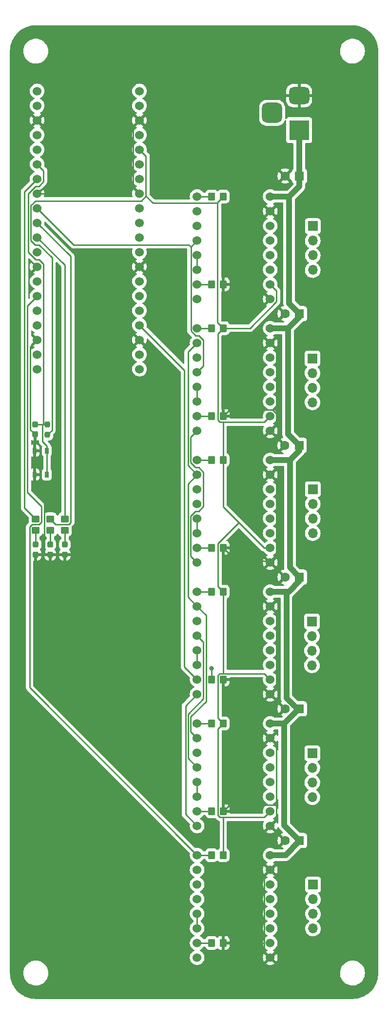
<source format=gtl>
G04 #@! TF.GenerationSoftware,KiCad,Pcbnew,(6.0.7)*
G04 #@! TF.CreationDate,2023-02-18T18:42:51+09:00*
G04 #@! TF.ProjectId,driver,64726976-6572-42e6-9b69-6361645f7063,rev?*
G04 #@! TF.SameCoordinates,Original*
G04 #@! TF.FileFunction,Copper,L1,Top*
G04 #@! TF.FilePolarity,Positive*
%FSLAX46Y46*%
G04 Gerber Fmt 4.6, Leading zero omitted, Abs format (unit mm)*
G04 Created by KiCad (PCBNEW (6.0.7)) date 2023-02-18 18:42:51*
%MOMM*%
%LPD*%
G01*
G04 APERTURE LIST*
G04 Aperture macros list*
%AMRoundRect*
0 Rectangle with rounded corners*
0 $1 Rounding radius*
0 $2 $3 $4 $5 $6 $7 $8 $9 X,Y pos of 4 corners*
0 Add a 4 corners polygon primitive as box body*
4,1,4,$2,$3,$4,$5,$6,$7,$8,$9,$2,$3,0*
0 Add four circle primitives for the rounded corners*
1,1,$1+$1,$2,$3*
1,1,$1+$1,$4,$5*
1,1,$1+$1,$6,$7*
1,1,$1+$1,$8,$9*
0 Add four rect primitives between the rounded corners*
20,1,$1+$1,$2,$3,$4,$5,0*
20,1,$1+$1,$4,$5,$6,$7,0*
20,1,$1+$1,$6,$7,$8,$9,0*
20,1,$1+$1,$8,$9,$2,$3,0*%
G04 Aperture macros list end*
G04 #@! TA.AperFunction,ComponentPad*
%ADD10O,1.700000X1.700000*%
G04 #@! TD*
G04 #@! TA.AperFunction,ComponentPad*
%ADD11R,1.700000X1.700000*%
G04 #@! TD*
G04 #@! TA.AperFunction,ComponentPad*
%ADD12C,1.524000*%
G04 #@! TD*
G04 #@! TA.AperFunction,SMDPad,CuDef*
%ADD13RoundRect,0.250000X0.350000X0.450000X-0.350000X0.450000X-0.350000X-0.450000X0.350000X-0.450000X0*%
G04 #@! TD*
G04 #@! TA.AperFunction,ComponentPad*
%ADD14R,1.600000X1.600000*%
G04 #@! TD*
G04 #@! TA.AperFunction,ComponentPad*
%ADD15C,1.600000*%
G04 #@! TD*
G04 #@! TA.AperFunction,SMDPad,CuDef*
%ADD16RoundRect,0.237500X0.237500X-0.250000X0.237500X0.250000X-0.237500X0.250000X-0.237500X-0.250000X0*%
G04 #@! TD*
G04 #@! TA.AperFunction,SMDPad,CuDef*
%ADD17RoundRect,0.250000X-0.350000X-0.450000X0.350000X-0.450000X0.350000X0.450000X-0.350000X0.450000X0*%
G04 #@! TD*
G04 #@! TA.AperFunction,ComponentPad*
%ADD18R,3.500000X3.500000*%
G04 #@! TD*
G04 #@! TA.AperFunction,ComponentPad*
%ADD19RoundRect,0.750000X-1.000000X0.750000X-1.000000X-0.750000X1.000000X-0.750000X1.000000X0.750000X0*%
G04 #@! TD*
G04 #@! TA.AperFunction,ComponentPad*
%ADD20RoundRect,0.875000X-0.875000X0.875000X-0.875000X-0.875000X0.875000X-0.875000X0.875000X0.875000X0*%
G04 #@! TD*
G04 #@! TA.AperFunction,SMDPad,CuDef*
%ADD21RoundRect,0.237500X0.237500X-0.287500X0.237500X0.287500X-0.237500X0.287500X-0.237500X-0.287500X0*%
G04 #@! TD*
G04 #@! TA.AperFunction,SMDPad,CuDef*
%ADD22RoundRect,0.250000X-0.450000X0.350000X-0.450000X-0.350000X0.450000X-0.350000X0.450000X0.350000X0*%
G04 #@! TD*
G04 #@! TA.AperFunction,SMDPad,CuDef*
%ADD23R,0.650000X1.050000*%
G04 #@! TD*
G04 #@! TA.AperFunction,SMDPad,CuDef*
%ADD24RoundRect,0.237500X-0.237500X0.300000X-0.237500X-0.300000X0.237500X-0.300000X0.237500X0.300000X0*%
G04 #@! TD*
G04 #@! TA.AperFunction,ViaPad*
%ADD25C,0.800000*%
G04 #@! TD*
G04 #@! TA.AperFunction,Conductor*
%ADD26C,1.000000*%
G04 #@! TD*
G04 #@! TA.AperFunction,Conductor*
%ADD27C,0.250000*%
G04 #@! TD*
G04 APERTURE END LIST*
D10*
X136850000Y-149945000D03*
X136850000Y-147405000D03*
X136850000Y-144865000D03*
D11*
X136850000Y-142325000D03*
D12*
X116840000Y-137160000D03*
X116840000Y-139700000D03*
X116840000Y-142240000D03*
X116840000Y-144780000D03*
X116840000Y-147320000D03*
X116840000Y-149860000D03*
X116840000Y-152400000D03*
X116840000Y-154940000D03*
X129540000Y-137160000D03*
X129540000Y-139700000D03*
X129540000Y-142240000D03*
X129540000Y-144780000D03*
X129540000Y-147320000D03*
X129540000Y-149860000D03*
X129540000Y-152400000D03*
X129540000Y-154940000D03*
D13*
X121380000Y-114300000D03*
X119380000Y-114300000D03*
D14*
X134620000Y-157480000D03*
D15*
X132120000Y-157480000D03*
D12*
X116840000Y-45720000D03*
X116840000Y-48260000D03*
X116840000Y-50800000D03*
X116840000Y-53340000D03*
X116840000Y-55880000D03*
X116840000Y-58420000D03*
X116840000Y-60960000D03*
X116840000Y-63500000D03*
X129540000Y-45720000D03*
X129540000Y-48260000D03*
X129540000Y-50800000D03*
X129540000Y-53340000D03*
X129540000Y-55880000D03*
X129540000Y-58420000D03*
X129540000Y-60960000D03*
X129540000Y-63500000D03*
D16*
X90818000Y-87072500D03*
X90818000Y-85247500D03*
D17*
X119380000Y-152400000D03*
X121380000Y-152400000D03*
D18*
X134561500Y-34194000D03*
D19*
X134561500Y-28194000D03*
D20*
X129861500Y-31194000D03*
D12*
X116840000Y-160020000D03*
X116840000Y-162560000D03*
X116840000Y-165100000D03*
X116840000Y-167640000D03*
X116840000Y-170180000D03*
X116840000Y-172720000D03*
X116840000Y-175260000D03*
X116840000Y-177800000D03*
X129540000Y-160020000D03*
X129540000Y-162560000D03*
X129540000Y-165100000D03*
X129540000Y-167640000D03*
X129540000Y-170180000D03*
X129540000Y-172720000D03*
X129540000Y-175260000D03*
X129540000Y-177800000D03*
X116840000Y-114300000D03*
X116840000Y-116840000D03*
X116840000Y-119380000D03*
X116840000Y-121920000D03*
X116840000Y-124460000D03*
X116840000Y-127000000D03*
X116840000Y-129540000D03*
X116840000Y-132080000D03*
X129540000Y-114300000D03*
X129540000Y-116840000D03*
X129540000Y-119380000D03*
X129540000Y-121920000D03*
X129540000Y-124460000D03*
X129540000Y-127000000D03*
X129540000Y-129540000D03*
X129540000Y-132080000D03*
D21*
X88786000Y-107849000D03*
X88786000Y-106099000D03*
D22*
X93866000Y-101654000D03*
X93866000Y-103654000D03*
D17*
X119380000Y-106680000D03*
X121380000Y-106680000D03*
X119380000Y-175260000D03*
X121380000Y-175260000D03*
D23*
X88600000Y-89800000D03*
X88600000Y-93950000D03*
X90750000Y-89825000D03*
X90750000Y-93950000D03*
D12*
X116840000Y-91440000D03*
X116840000Y-93980000D03*
X116840000Y-96520000D03*
X116840000Y-99060000D03*
X116840000Y-101600000D03*
X116840000Y-104140000D03*
X116840000Y-106680000D03*
X116840000Y-109220000D03*
X129540000Y-91440000D03*
X129540000Y-93980000D03*
X129540000Y-96520000D03*
X129540000Y-99060000D03*
X129540000Y-101600000D03*
X129540000Y-104140000D03*
X129540000Y-106680000D03*
X129540000Y-109220000D03*
D14*
X134620000Y-111760000D03*
D15*
X132120000Y-111760000D03*
D14*
X134620000Y-66040000D03*
D15*
X132120000Y-66040000D03*
D13*
X121380000Y-160020000D03*
X119380000Y-160020000D03*
D21*
X91326000Y-107849000D03*
X91326000Y-106099000D03*
D17*
X119380000Y-129540000D03*
X121380000Y-129540000D03*
D22*
X88786000Y-101654000D03*
X88786000Y-103654000D03*
D13*
X121380000Y-91440000D03*
X119380000Y-91440000D03*
D24*
X88659000Y-85271000D03*
X88659000Y-86996000D03*
D17*
X119380000Y-83820000D03*
X121380000Y-83820000D03*
D14*
X134620000Y-134620000D03*
D15*
X132120000Y-134620000D03*
D17*
X119380000Y-60960000D03*
X121380000Y-60960000D03*
D13*
X121380000Y-137160000D03*
X119380000Y-137160000D03*
X121380000Y-68580000D03*
X119380000Y-68580000D03*
D12*
X116840000Y-68580000D03*
X116840000Y-71120000D03*
X116840000Y-73660000D03*
X116840000Y-76200000D03*
X116840000Y-78740000D03*
X116840000Y-81280000D03*
X116840000Y-83820000D03*
X116840000Y-86360000D03*
X129540000Y-68580000D03*
X129540000Y-71120000D03*
X129540000Y-73660000D03*
X129540000Y-76200000D03*
X129540000Y-78740000D03*
X129540000Y-81280000D03*
X129540000Y-83820000D03*
X129540000Y-86360000D03*
D14*
X134580000Y-88900000D03*
D15*
X132080000Y-88900000D03*
D12*
X89060400Y-27401000D03*
X89060400Y-29941000D03*
X89060400Y-32481000D03*
X89060400Y-35021000D03*
X89060400Y-37561000D03*
X89060400Y-40101000D03*
X89060400Y-42641000D03*
X89060400Y-45181000D03*
X89060400Y-47721000D03*
X89060400Y-50261000D03*
X89060400Y-52801000D03*
X89060400Y-55341000D03*
X89060400Y-57881000D03*
X89060400Y-60421000D03*
X89060400Y-62961000D03*
X89060400Y-65501000D03*
X89060400Y-68041000D03*
X89060400Y-70581000D03*
X89060400Y-73121000D03*
X89060400Y-75661000D03*
X106840400Y-75661000D03*
X106840400Y-73121000D03*
X106840400Y-70581000D03*
X106840400Y-68041000D03*
X106840400Y-65501000D03*
X106840400Y-62961000D03*
X106840400Y-60421000D03*
X106840400Y-57881000D03*
X106840400Y-55341000D03*
X106840400Y-52801000D03*
X106840400Y-50261000D03*
X106840400Y-47721000D03*
X106840400Y-45181000D03*
X106840400Y-42641000D03*
X106840400Y-40101000D03*
X106840400Y-37561000D03*
X106840400Y-35021000D03*
X106840400Y-32481000D03*
X106840400Y-29941000D03*
X106840400Y-27401000D03*
D22*
X91326000Y-101654000D03*
X91326000Y-103654000D03*
D14*
X134620000Y-42164000D03*
D15*
X132120000Y-42164000D03*
D21*
X93866000Y-107849000D03*
X93866000Y-106099000D03*
D13*
X121380000Y-45720000D03*
X119380000Y-45720000D03*
D11*
X136875000Y-73800000D03*
D10*
X136875000Y-76340000D03*
X136875000Y-78880000D03*
X136875000Y-81420000D03*
D11*
X136800000Y-119450000D03*
D10*
X136800000Y-121990000D03*
X136800000Y-124530000D03*
X136800000Y-127070000D03*
D11*
X136925000Y-50850000D03*
D10*
X136925000Y-53390000D03*
X136925000Y-55930000D03*
X136925000Y-58470000D03*
D11*
X136925000Y-96500000D03*
D10*
X136925000Y-99040000D03*
X136925000Y-101580000D03*
X136925000Y-104120000D03*
D11*
X136975000Y-165125000D03*
D10*
X136975000Y-167665000D03*
X136975000Y-170205000D03*
X136975000Y-172745000D03*
D25*
X137525000Y-31150000D03*
X137525000Y-24925000D03*
X131325000Y-24925000D03*
X97825000Y-73300000D03*
X98000000Y-32925000D03*
X140250000Y-169375000D03*
X140250000Y-146075000D03*
X139775000Y-123550000D03*
X140600000Y-100025000D03*
X141250000Y-79775000D03*
X141575000Y-58375000D03*
X125225000Y-58325000D03*
X125725000Y-79650000D03*
X125725000Y-99975000D03*
X125725000Y-123750000D03*
X125325000Y-146050000D03*
X126125000Y-169575000D03*
X112900000Y-169325000D03*
X112875000Y-153450000D03*
X113000000Y-146150000D03*
X112925000Y-100800000D03*
X119380000Y-127636400D03*
D26*
X132350000Y-114300000D02*
X132350000Y-132725000D01*
X134505000Y-134620000D02*
X131965000Y-137160000D01*
X134580000Y-89820000D02*
X132960000Y-91440000D01*
X132830000Y-45720000D02*
X129540000Y-45720000D01*
X134620000Y-157480000D02*
X134620000Y-157580000D01*
X134620000Y-112480000D02*
X132800000Y-114300000D01*
X132960000Y-110100000D02*
X134620000Y-111760000D01*
X134562000Y-42105500D02*
X134620000Y-42164000D01*
X132830000Y-64250000D02*
X134620000Y-66040000D01*
X134620000Y-66605000D02*
X132645000Y-68580000D01*
X134620000Y-43930000D02*
X132830000Y-45720000D01*
X132800000Y-114300000D02*
X132350000Y-114300000D01*
X131965000Y-137160000D02*
X131965000Y-154825000D01*
X132960000Y-91440000D02*
X129540000Y-91440000D01*
X132645000Y-86965000D02*
X134580000Y-88900000D01*
X132645000Y-68580000D02*
X132645000Y-86965000D01*
X134620000Y-66040000D02*
X134620000Y-66605000D01*
X131965000Y-154825000D02*
X134620000Y-157480000D01*
X132350000Y-132725000D02*
X134245000Y-134620000D01*
X132645000Y-68580000D02*
X129540000Y-68580000D01*
X132180000Y-160020000D02*
X129540000Y-160020000D01*
X134561500Y-37728400D02*
X134561500Y-34194000D01*
X134620000Y-42164000D02*
X134620000Y-43930000D01*
X131965000Y-137160000D02*
X129540000Y-137160000D01*
X134580000Y-88900000D02*
X134580000Y-89820000D01*
X134245000Y-134620000D02*
X134505000Y-134620000D01*
X134505000Y-134620000D02*
X134620000Y-134620000D01*
X134620000Y-157580000D02*
X132180000Y-160020000D01*
X134562000Y-34194000D02*
X134562000Y-37728900D01*
X132830000Y-45720000D02*
X132830000Y-64250000D01*
X134620000Y-111760000D02*
X134620000Y-112480000D01*
X132350000Y-114300000D02*
X129540000Y-114300000D01*
X132960000Y-91440000D02*
X132960000Y-110100000D01*
X134620000Y-134620000D02*
X134505000Y-134620000D01*
X134562000Y-37728900D02*
X134561500Y-37728400D01*
X134562000Y-37728900D02*
X134562000Y-42105500D01*
D27*
X129540000Y-108936700D02*
X123636700Y-108936700D01*
X127000000Y-50800000D02*
X129540000Y-48260000D01*
X93866000Y-107849000D02*
X91326000Y-107849000D01*
X87851600Y-86188600D02*
X88659000Y-86996000D01*
X105750900Y-33570500D02*
X105750900Y-44091500D01*
X129540000Y-154940000D02*
X130629400Y-153850600D01*
X130629400Y-140789400D02*
X129540000Y-139700000D01*
X129540000Y-132080000D02*
X127000000Y-129540000D01*
X128452600Y-175260000D02*
X128452600Y-176712600D01*
X130629400Y-95069400D02*
X130629400Y-107847300D01*
X130627400Y-72207400D02*
X130627400Y-82048800D01*
X88600000Y-93950000D02*
X88600000Y-94800300D01*
X89060400Y-70581000D02*
X87851600Y-71789800D01*
X127000000Y-60960000D02*
X129540000Y-63500000D01*
X130640800Y-85259200D02*
X130640800Y-83373400D01*
X104661400Y-45181000D02*
X105750900Y-44091500D01*
X130629400Y-130990600D02*
X130629400Y-117929400D01*
X130629400Y-151288700D02*
X122491300Y-151288700D01*
X130629400Y-151288700D02*
X130629400Y-140789400D01*
X127000000Y-129540000D02*
X121380000Y-129540000D01*
X90268200Y-107849000D02*
X90268200Y-96468500D01*
X129540000Y-93980000D02*
X130629400Y-95069400D01*
X129540000Y-132080000D02*
X130629400Y-130990600D01*
X122491300Y-151288700D02*
X121380000Y-152400000D01*
X129540000Y-162560000D02*
X128452600Y-163647400D01*
X129540000Y-109220000D02*
X129540000Y-108936700D01*
X130640800Y-83373400D02*
X129971800Y-82704400D01*
X91326000Y-107849000D02*
X90268200Y-107849000D01*
X121380000Y-175260000D02*
X128452600Y-175260000D01*
X90268200Y-96468500D02*
X88600000Y-94800300D01*
X88600000Y-89800000D02*
X88600000Y-93950000D01*
X130629400Y-117929400D02*
X129540000Y-116840000D01*
X129971800Y-82704400D02*
X122495600Y-82704400D01*
X129540000Y-86360000D02*
X130640800Y-85259200D01*
X88600000Y-88949700D02*
X88659000Y-88890700D01*
X128452600Y-163647400D02*
X128452600Y-175260000D01*
X122495600Y-82704400D02*
X121380000Y-83820000D01*
X129540000Y-71120000D02*
X130627400Y-72207400D01*
X88659000Y-88890700D02*
X88659000Y-86996000D01*
X87851600Y-71789800D02*
X87851600Y-86188600D01*
X90268200Y-107849000D02*
X88786000Y-107849000D01*
X130629400Y-153850600D02*
X130629400Y-151288700D01*
X121380000Y-60960000D02*
X127000000Y-60960000D01*
X89060400Y-45181000D02*
X104661400Y-45181000D01*
X127000000Y-60960000D02*
X127000000Y-50800000D01*
X128452600Y-176712600D02*
X129540000Y-177800000D01*
X88600000Y-89800000D02*
X88600000Y-88949700D01*
X130629400Y-107847300D02*
X129540000Y-108936700D01*
X105750900Y-44091500D02*
X106840400Y-45181000D01*
X123636700Y-108936700D02*
X121380000Y-106680000D01*
X106840400Y-32481000D02*
X105750900Y-33570500D01*
X130627400Y-82048800D02*
X129971800Y-82704400D01*
X87482500Y-55340700D02*
X88752800Y-56611000D01*
X89994300Y-85271000D02*
X88659000Y-85271000D01*
X89060400Y-40101000D02*
X90172100Y-41212700D01*
X90750000Y-93950000D02*
X90750000Y-93099700D01*
X88773400Y-43911000D02*
X87482500Y-45201900D01*
X90750000Y-89825000D02*
X90750000Y-90675300D01*
X90147800Y-85247500D02*
X90017800Y-85247500D01*
X89994300Y-85271000D02*
X89994300Y-88219000D01*
X89994300Y-88219000D02*
X90750000Y-88974700D01*
X89363200Y-56611000D02*
X90147800Y-57395600D01*
X88752800Y-56611000D02*
X89363200Y-56611000D01*
X90172100Y-43089100D02*
X89350200Y-43911000D01*
X87482500Y-45201900D02*
X87482500Y-55340700D01*
X90750000Y-90675300D02*
X90750000Y-93099700D01*
X90750000Y-89825000D02*
X90750000Y-88974700D01*
X89350200Y-43911000D02*
X88773400Y-43911000D01*
X90147800Y-85247500D02*
X90818000Y-85247500D01*
X90017800Y-85247500D02*
X89994300Y-85271000D01*
X90172100Y-41212700D02*
X90172100Y-43089100D01*
X90147800Y-57395600D02*
X90147800Y-85247500D01*
X88786000Y-103654000D02*
X88786000Y-106099000D01*
X91326000Y-103654000D02*
X91326000Y-106099000D01*
X93866000Y-106099000D02*
X93866000Y-103654000D01*
X120453600Y-105906900D02*
X124066000Y-102294500D01*
X130629400Y-63963300D02*
X130629400Y-62049400D01*
X120442500Y-84507000D02*
X120442500Y-69517500D01*
X91630500Y-56343000D02*
X91630500Y-86260000D01*
X121380000Y-137160000D02*
X120453600Y-138086400D01*
X120453600Y-113373600D02*
X120453600Y-105906900D01*
X121380000Y-153432800D02*
X128507200Y-153432800D01*
X107126100Y-46451000D02*
X88763700Y-46451000D01*
X120794000Y-84858500D02*
X120442500Y-84507000D01*
X120453600Y-138086400D02*
X120453600Y-153114300D01*
X121380000Y-114300000D02*
X120453600Y-113373600D01*
X130629400Y-62049400D02*
X129540000Y-60960000D01*
X121380000Y-99608600D02*
X121380000Y-91440000D01*
X120453600Y-128826000D02*
X120772100Y-128507500D01*
X121380000Y-45720000D02*
X120380000Y-46720000D01*
X124066000Y-102294500D02*
X128451400Y-106680000D01*
X120772100Y-153432800D02*
X121380000Y-153432800D01*
X128501500Y-84858500D02*
X129540000Y-83820000D01*
X121380000Y-84858500D02*
X128501500Y-84858500D01*
X120380000Y-67580000D02*
X121380000Y-68580000D01*
X121380000Y-68580000D02*
X126012700Y-68580000D01*
X91630500Y-86260000D02*
X90818000Y-87072500D01*
X121380000Y-128507500D02*
X128507500Y-128507500D01*
X89358500Y-54071000D02*
X91630500Y-56343000D01*
X120380000Y-46831200D02*
X109172700Y-46831200D01*
X121380000Y-128507500D02*
X121380000Y-114300000D01*
X120772100Y-128507500D02*
X121380000Y-128507500D01*
X128451400Y-106680000D02*
X129540000Y-106680000D01*
X128507500Y-128507500D02*
X129540000Y-129540000D01*
X128507200Y-153432800D02*
X129540000Y-152400000D01*
X120453600Y-136233600D02*
X120453600Y-128826000D01*
X88724600Y-54071000D02*
X89358500Y-54071000D01*
X120453600Y-153114300D02*
X120772100Y-153432800D01*
X107959300Y-38679900D02*
X107959300Y-45617800D01*
X121380000Y-137160000D02*
X120453600Y-136233600D01*
X124066000Y-102294500D02*
X121380000Y-99608600D01*
X121380000Y-84858500D02*
X121380000Y-91440000D01*
X107959300Y-45617800D02*
X107126100Y-46451000D01*
X126012700Y-68580000D02*
X130629400Y-63963300D01*
X120442500Y-69517500D02*
X121380000Y-68580000D01*
X87965100Y-47249600D02*
X87965100Y-53311500D01*
X121380000Y-84858500D02*
X120794000Y-84858500D01*
X120380000Y-46831200D02*
X120380000Y-67580000D01*
X109172700Y-46831200D02*
X107959300Y-45617800D01*
X120380000Y-46720000D02*
X120380000Y-46831200D01*
X87965100Y-53311500D02*
X88724600Y-54071000D01*
X88763700Y-46451000D02*
X87965100Y-47249600D01*
X106840400Y-37561000D02*
X107959300Y-38679900D01*
X121380000Y-160020000D02*
X121380000Y-153432800D01*
X119380000Y-45720000D02*
X116840000Y-45720000D01*
X119380000Y-60960000D02*
X116840000Y-60960000D01*
X86844100Y-99712100D02*
X88786000Y-101654000D01*
X89060400Y-42641000D02*
X86844100Y-44857300D01*
X86844100Y-44857300D02*
X86844100Y-99712100D01*
X91326000Y-101654000D02*
X92263500Y-102591500D01*
X94553900Y-102591500D02*
X94893700Y-102251700D01*
X92263500Y-102591500D02*
X94553900Y-102591500D01*
X94893700Y-102251700D02*
X94893700Y-56094300D01*
X94893700Y-56094300D02*
X89060400Y-50261000D01*
X89060400Y-52801000D02*
X93866000Y-57606600D01*
X93866000Y-57606600D02*
X93866000Y-101654000D01*
X119380000Y-68580000D02*
X116840000Y-68580000D01*
X119380000Y-83820000D02*
X116840000Y-83820000D01*
X119380000Y-91440000D02*
X116840000Y-91440000D01*
X119380000Y-106680000D02*
X116840000Y-106680000D01*
X119380000Y-114300000D02*
X116840000Y-114300000D01*
X106840400Y-68041000D02*
X114632000Y-75832600D01*
X114632000Y-75832600D02*
X114632000Y-127332000D01*
X119380000Y-127636400D02*
X119380000Y-129540000D01*
X114632000Y-127332000D02*
X116840000Y-129540000D01*
X119380000Y-137160000D02*
X116840000Y-137160000D01*
X119380000Y-152400000D02*
X116840000Y-152400000D01*
X88152000Y-102654000D02*
X87757100Y-103048900D01*
X89817900Y-99489000D02*
X89817900Y-102242600D01*
X87354700Y-97025800D02*
X89817900Y-99489000D01*
X89060400Y-62961000D02*
X87354700Y-64666700D01*
X89406500Y-102654000D02*
X88152000Y-102654000D01*
X87757100Y-103048900D02*
X87757100Y-130937100D01*
X119380000Y-160020000D02*
X116840000Y-160020000D01*
X87354700Y-64666700D02*
X87354700Y-97025800D01*
X89817900Y-102242600D02*
X89406500Y-102654000D01*
X87757100Y-130937100D02*
X116840000Y-160020000D01*
X119380000Y-175260000D02*
X116840000Y-175260000D01*
X115739700Y-138599700D02*
X115739700Y-135985200D01*
X115258200Y-115258200D02*
X116840000Y-116840000D01*
X115269000Y-72691000D02*
X115269000Y-92409000D01*
X118392000Y-133332900D02*
X118392000Y-118392000D01*
X116840000Y-71120000D02*
X115269000Y-72691000D01*
X115739700Y-135985200D02*
X118392000Y-133332900D01*
X115269000Y-92409000D02*
X116840000Y-93980000D01*
X118392000Y-118392000D02*
X116840000Y-116840000D01*
X116840000Y-93980000D02*
X115258200Y-95561800D01*
X115258200Y-95561800D02*
X115258200Y-115258200D01*
X116840000Y-139700000D02*
X115739700Y-138599700D01*
X95410400Y-54071000D02*
X115396200Y-54071000D01*
X115752600Y-54427400D02*
X115752600Y-69039400D01*
X116840000Y-121920000D02*
X117941600Y-123021600D01*
X116563200Y-69850000D02*
X117160100Y-69850000D01*
X115276200Y-143216200D02*
X116840000Y-144780000D01*
X117938700Y-70628600D02*
X117938700Y-75101300D01*
X115276200Y-135548300D02*
X115276200Y-143216200D01*
X117938700Y-75101300D02*
X116840000Y-76200000D01*
X116840000Y-53340000D02*
X115752600Y-54427400D01*
X117160100Y-69850000D02*
X117938700Y-70628600D01*
X115396200Y-54071000D02*
X115752600Y-54427400D01*
X117941600Y-132882900D02*
X115276200Y-135548300D01*
X89060400Y-47721000D02*
X95410400Y-54071000D01*
X115752600Y-69039400D02*
X116563200Y-69850000D01*
X117941600Y-123021600D02*
X117941600Y-132882900D01*
X116840000Y-58420000D02*
X116840000Y-55880000D01*
X116538000Y-100330000D02*
X117145900Y-100330000D01*
X117116900Y-92710000D02*
X116555300Y-92710000D01*
X116555300Y-92710000D02*
X115719300Y-91874000D01*
X117945200Y-99530700D02*
X117945200Y-93538300D01*
X115719300Y-87480700D02*
X116840000Y-86360000D01*
X115719300Y-108099300D02*
X115719300Y-101148700D01*
X116840000Y-132080000D02*
X114822800Y-134097200D01*
X117945200Y-93538300D02*
X117116900Y-92710000D01*
X117145900Y-100330000D02*
X117945200Y-99530700D01*
X116840000Y-109220000D02*
X115719300Y-108099300D01*
X115719300Y-101148700D02*
X116538000Y-100330000D01*
X115719300Y-91874000D02*
X115719300Y-87480700D01*
X114822800Y-134097200D02*
X114822800Y-152922800D01*
X114822800Y-152922800D02*
X116840000Y-154940000D01*
X116840000Y-81280000D02*
X116840000Y-78740000D01*
X116840000Y-104140000D02*
X116840000Y-101600000D01*
X116840000Y-127000000D02*
X116840000Y-124460000D01*
X116840000Y-149860000D02*
X116840000Y-147320000D01*
X116840000Y-172720000D02*
X116840000Y-170180000D01*
G04 #@! TA.AperFunction,Conductor*
G36*
X143795018Y-15985000D02*
G01*
X143809851Y-15987310D01*
X143809855Y-15987310D01*
X143818724Y-15988691D01*
X143839183Y-15986016D01*
X143861007Y-15985072D01*
X144210965Y-16000352D01*
X144221913Y-16001310D01*
X144599498Y-16051019D01*
X144610307Y-16052926D01*
X144982114Y-16135353D01*
X144992731Y-16138198D01*
X145355939Y-16252718D01*
X145366254Y-16256471D01*
X145718123Y-16402220D01*
X145728067Y-16406858D01*
X146065867Y-16582705D01*
X146075387Y-16588201D01*
X146396574Y-16792820D01*
X146405578Y-16799124D01*
X146707716Y-17030962D01*
X146716137Y-17038028D01*
X146996914Y-17295314D01*
X147004686Y-17303086D01*
X147261972Y-17583863D01*
X147269038Y-17592284D01*
X147500876Y-17894422D01*
X147507180Y-17903426D01*
X147711799Y-18224613D01*
X147717294Y-18234132D01*
X147886881Y-18559904D01*
X147893138Y-18571924D01*
X147897780Y-18581877D01*
X148029958Y-18900983D01*
X148043526Y-18933739D01*
X148047285Y-18944068D01*
X148161802Y-19307268D01*
X148164647Y-19317885D01*
X148231579Y-19619794D01*
X148247073Y-19689685D01*
X148248981Y-19700502D01*
X148291006Y-20019723D01*
X148298690Y-20078086D01*
X148299648Y-20089035D01*
X148302518Y-20154757D01*
X148314603Y-20431552D01*
X148313223Y-20456429D01*
X148311309Y-20468724D01*
X148312473Y-20477626D01*
X148312473Y-20477628D01*
X148315436Y-20500283D01*
X148316500Y-20516621D01*
X148316500Y-180425633D01*
X148315000Y-180445018D01*
X148312690Y-180459851D01*
X148312690Y-180459855D01*
X148311309Y-180468724D01*
X148313984Y-180489183D01*
X148314928Y-180511007D01*
X148301909Y-180809177D01*
X148299648Y-180860964D01*
X148298690Y-180871913D01*
X148253346Y-181216345D01*
X148248982Y-181249490D01*
X148247074Y-181260307D01*
X148189987Y-181517812D01*
X148164647Y-181632114D01*
X148161802Y-181642732D01*
X148047285Y-182005932D01*
X148043529Y-182016254D01*
X147940439Y-182265136D01*
X147897784Y-182368114D01*
X147893142Y-182378067D01*
X147785305Y-182585221D01*
X147717295Y-182715867D01*
X147711799Y-182725387D01*
X147507180Y-183046574D01*
X147500876Y-183055578D01*
X147269038Y-183357716D01*
X147261972Y-183366137D01*
X147004686Y-183646914D01*
X146996914Y-183654686D01*
X146716137Y-183911972D01*
X146707716Y-183919038D01*
X146405578Y-184150876D01*
X146396574Y-184157180D01*
X146075387Y-184361799D01*
X146065868Y-184367294D01*
X145728067Y-184543142D01*
X145718123Y-184547780D01*
X145366254Y-184693529D01*
X145355939Y-184697282D01*
X144992732Y-184811802D01*
X144982115Y-184814647D01*
X144610307Y-184897074D01*
X144599498Y-184898981D01*
X144221914Y-184948690D01*
X144210965Y-184949648D01*
X143868446Y-184964603D01*
X143843571Y-184963223D01*
X143831276Y-184961309D01*
X143822374Y-184962473D01*
X143822372Y-184962473D01*
X143807323Y-184964441D01*
X143799714Y-184965436D01*
X143783379Y-184966500D01*
X88874367Y-184966500D01*
X88854982Y-184965000D01*
X88840149Y-184962690D01*
X88840145Y-184962690D01*
X88831276Y-184961309D01*
X88810817Y-184963984D01*
X88788993Y-184964928D01*
X88439035Y-184949648D01*
X88428086Y-184948690D01*
X88050502Y-184898981D01*
X88039693Y-184897074D01*
X87667885Y-184814647D01*
X87657268Y-184811802D01*
X87294061Y-184697282D01*
X87283746Y-184693529D01*
X86931877Y-184547780D01*
X86921933Y-184543142D01*
X86584132Y-184367294D01*
X86574613Y-184361799D01*
X86253426Y-184157180D01*
X86244422Y-184150876D01*
X85942284Y-183919038D01*
X85933863Y-183911972D01*
X85653086Y-183654686D01*
X85645314Y-183646914D01*
X85388028Y-183366137D01*
X85380962Y-183357716D01*
X85149124Y-183055578D01*
X85142820Y-183046574D01*
X84938201Y-182725387D01*
X84932705Y-182715867D01*
X84864695Y-182585221D01*
X84756858Y-182378067D01*
X84752216Y-182368114D01*
X84709562Y-182265136D01*
X84606471Y-182016254D01*
X84602715Y-182005932D01*
X84488198Y-181642732D01*
X84485353Y-181632114D01*
X84460013Y-181517812D01*
X84402926Y-181260307D01*
X84401018Y-181249490D01*
X84396655Y-181216345D01*
X84351310Y-180871913D01*
X84350352Y-180860964D01*
X84348091Y-180809177D01*
X84335561Y-180522206D01*
X84337188Y-180495805D01*
X84337769Y-180492352D01*
X84337770Y-180492345D01*
X84338576Y-180487552D01*
X84338729Y-180475000D01*
X84335484Y-180452344D01*
X86661575Y-180452344D01*
X86661822Y-180456628D01*
X86661822Y-180456629D01*
X86663325Y-180482693D01*
X86678516Y-180746164D01*
X86679341Y-180750371D01*
X86679342Y-180750376D01*
X86700073Y-180856041D01*
X86735177Y-181034966D01*
X86736564Y-181039016D01*
X86736565Y-181039021D01*
X86812331Y-181260315D01*
X86830509Y-181313407D01*
X86832436Y-181317238D01*
X86933314Y-181517812D01*
X86962747Y-181576334D01*
X86965173Y-181579863D01*
X86965176Y-181579869D01*
X87004950Y-181637740D01*
X87129445Y-181818881D01*
X87327518Y-182036560D01*
X87330807Y-182039310D01*
X87550009Y-182222592D01*
X87550014Y-182222596D01*
X87553301Y-182225344D01*
X87616735Y-182265136D01*
X87798976Y-182379456D01*
X87798980Y-182379458D01*
X87802616Y-182381739D01*
X87875293Y-182414554D01*
X88066937Y-182501085D01*
X88066941Y-182501087D01*
X88070849Y-182502851D01*
X88074968Y-182504071D01*
X88348924Y-182585221D01*
X88348929Y-182585222D01*
X88353037Y-182586439D01*
X88357271Y-182587087D01*
X88357276Y-182587088D01*
X88639717Y-182630307D01*
X88639719Y-182630307D01*
X88643959Y-182630956D01*
X88793772Y-182633310D01*
X88933940Y-182635512D01*
X88933946Y-182635512D01*
X88938231Y-182635579D01*
X89230408Y-182600222D01*
X89515082Y-182525539D01*
X89786988Y-182412912D01*
X90041092Y-182264425D01*
X90272694Y-182082827D01*
X90320605Y-182033387D01*
X90474523Y-181874554D01*
X90477506Y-181871476D01*
X90651741Y-181634285D01*
X90691732Y-181560631D01*
X90790122Y-181379418D01*
X90790123Y-181379416D01*
X90792172Y-181375642D01*
X90896203Y-181100333D01*
X90961907Y-180813453D01*
X90967537Y-180750376D01*
X90987849Y-180522776D01*
X90987849Y-180522774D01*
X90988069Y-180520310D01*
X90988167Y-180511011D01*
X90988518Y-180477484D01*
X90988518Y-180477483D01*
X90988544Y-180475000D01*
X90987000Y-180452344D01*
X141661575Y-180452344D01*
X141661822Y-180456628D01*
X141661822Y-180456629D01*
X141663325Y-180482693D01*
X141678516Y-180746164D01*
X141679341Y-180750371D01*
X141679342Y-180750376D01*
X141700073Y-180856041D01*
X141735177Y-181034966D01*
X141736564Y-181039016D01*
X141736565Y-181039021D01*
X141812331Y-181260315D01*
X141830509Y-181313407D01*
X141832436Y-181317238D01*
X141933314Y-181517812D01*
X141962747Y-181576334D01*
X141965173Y-181579863D01*
X141965176Y-181579869D01*
X142004950Y-181637740D01*
X142129445Y-181818881D01*
X142327518Y-182036560D01*
X142330807Y-182039310D01*
X142550009Y-182222592D01*
X142550014Y-182222596D01*
X142553301Y-182225344D01*
X142616735Y-182265136D01*
X142798976Y-182379456D01*
X142798980Y-182379458D01*
X142802616Y-182381739D01*
X142875293Y-182414554D01*
X143066937Y-182501085D01*
X143066941Y-182501087D01*
X143070849Y-182502851D01*
X143074968Y-182504071D01*
X143348924Y-182585221D01*
X143348929Y-182585222D01*
X143353037Y-182586439D01*
X143357271Y-182587087D01*
X143357276Y-182587088D01*
X143639717Y-182630307D01*
X143639719Y-182630307D01*
X143643959Y-182630956D01*
X143793772Y-182633310D01*
X143933940Y-182635512D01*
X143933946Y-182635512D01*
X143938231Y-182635579D01*
X144230408Y-182600222D01*
X144515082Y-182525539D01*
X144786988Y-182412912D01*
X145041092Y-182264425D01*
X145272694Y-182082827D01*
X145320605Y-182033387D01*
X145474523Y-181874554D01*
X145477506Y-181871476D01*
X145651741Y-181634285D01*
X145691732Y-181560631D01*
X145790122Y-181379418D01*
X145790123Y-181379416D01*
X145792172Y-181375642D01*
X145896203Y-181100333D01*
X145961907Y-180813453D01*
X145967537Y-180750376D01*
X145987849Y-180522776D01*
X145987849Y-180522774D01*
X145988069Y-180520310D01*
X145988167Y-180511011D01*
X145988518Y-180477484D01*
X145988518Y-180477483D01*
X145988544Y-180475000D01*
X145986055Y-180438487D01*
X145968819Y-180185650D01*
X145968818Y-180185644D01*
X145968527Y-180181373D01*
X145908845Y-179893180D01*
X145810603Y-179615753D01*
X145675618Y-179354226D01*
X145665447Y-179339753D01*
X145508856Y-179116948D01*
X145508855Y-179116947D01*
X145506389Y-179113438D01*
X145306048Y-178897844D01*
X145283936Y-178879745D01*
X145081618Y-178714151D01*
X145078300Y-178711435D01*
X144827361Y-178557660D01*
X144808706Y-178549471D01*
X144561802Y-178441087D01*
X144561798Y-178441086D01*
X144557874Y-178439363D01*
X144274826Y-178358735D01*
X144270584Y-178358131D01*
X144270578Y-178358130D01*
X143987705Y-178317871D01*
X143983454Y-178317266D01*
X143828306Y-178316454D01*
X143693436Y-178315747D01*
X143693430Y-178315747D01*
X143689150Y-178315725D01*
X143684906Y-178316284D01*
X143684902Y-178316284D01*
X143556341Y-178333210D01*
X143397360Y-178354140D01*
X143393220Y-178355273D01*
X143393218Y-178355273D01*
X143376261Y-178359912D01*
X143113483Y-178431800D01*
X143109533Y-178433485D01*
X142846714Y-178545586D01*
X142846707Y-178545590D01*
X142842772Y-178547268D01*
X142690386Y-178638469D01*
X142593918Y-178696204D01*
X142593914Y-178696207D01*
X142590236Y-178698408D01*
X142360549Y-178882422D01*
X142357605Y-178885524D01*
X142357601Y-178885528D01*
X142177464Y-179075353D01*
X142157961Y-179095905D01*
X141986220Y-179334908D01*
X141848504Y-179595007D01*
X141747362Y-179871390D01*
X141684666Y-180158943D01*
X141684330Y-180163213D01*
X141662144Y-180445119D01*
X141662140Y-180445119D01*
X141662143Y-180445133D01*
X141661575Y-180452344D01*
X90987000Y-180452344D01*
X90986055Y-180438487D01*
X90968819Y-180185650D01*
X90968818Y-180185644D01*
X90968527Y-180181373D01*
X90908845Y-179893180D01*
X90810603Y-179615753D01*
X90675618Y-179354226D01*
X90665447Y-179339753D01*
X90508856Y-179116948D01*
X90508855Y-179116947D01*
X90506389Y-179113438D01*
X90306048Y-178897844D01*
X90283936Y-178879745D01*
X90081618Y-178714151D01*
X90078300Y-178711435D01*
X89827361Y-178557660D01*
X89808706Y-178549471D01*
X89561802Y-178441087D01*
X89561798Y-178441086D01*
X89557874Y-178439363D01*
X89274826Y-178358735D01*
X89270584Y-178358131D01*
X89270578Y-178358130D01*
X88987705Y-178317871D01*
X88983454Y-178317266D01*
X88828306Y-178316454D01*
X88693436Y-178315747D01*
X88693430Y-178315747D01*
X88689150Y-178315725D01*
X88684906Y-178316284D01*
X88684902Y-178316284D01*
X88556341Y-178333210D01*
X88397360Y-178354140D01*
X88393220Y-178355273D01*
X88393218Y-178355273D01*
X88376261Y-178359912D01*
X88113483Y-178431800D01*
X88109533Y-178433485D01*
X87846714Y-178545586D01*
X87846707Y-178545590D01*
X87842772Y-178547268D01*
X87690386Y-178638469D01*
X87593918Y-178696204D01*
X87593914Y-178696207D01*
X87590236Y-178698408D01*
X87360549Y-178882422D01*
X87357605Y-178885524D01*
X87357601Y-178885528D01*
X87177464Y-179075353D01*
X87157961Y-179095905D01*
X86986220Y-179334908D01*
X86848504Y-179595007D01*
X86747362Y-179871390D01*
X86684666Y-180158943D01*
X86684330Y-180163213D01*
X86662144Y-180445119D01*
X86662140Y-180445119D01*
X86662143Y-180445133D01*
X86661575Y-180452344D01*
X84335484Y-180452344D01*
X84334773Y-180447376D01*
X84333500Y-180429514D01*
X84333500Y-44837243D01*
X86205880Y-44837243D01*
X86206626Y-44845135D01*
X86210041Y-44881261D01*
X86210600Y-44893119D01*
X86210600Y-99633333D01*
X86210073Y-99644516D01*
X86208398Y-99652009D01*
X86208647Y-99659935D01*
X86208647Y-99659936D01*
X86210538Y-99720086D01*
X86210600Y-99724045D01*
X86210600Y-99751956D01*
X86211097Y-99755890D01*
X86211097Y-99755891D01*
X86211105Y-99755956D01*
X86212038Y-99767793D01*
X86213427Y-99811989D01*
X86215679Y-99819739D01*
X86219078Y-99831439D01*
X86223087Y-99850800D01*
X86225626Y-99870897D01*
X86228545Y-99878268D01*
X86228545Y-99878270D01*
X86241904Y-99912012D01*
X86245749Y-99923242D01*
X86251367Y-99942580D01*
X86258082Y-99965693D01*
X86262115Y-99972512D01*
X86262117Y-99972517D01*
X86268393Y-99983128D01*
X86277088Y-100000876D01*
X86284548Y-100019717D01*
X86289210Y-100026133D01*
X86289210Y-100026134D01*
X86310536Y-100055487D01*
X86317052Y-100065407D01*
X86325917Y-100080396D01*
X86339558Y-100103462D01*
X86353879Y-100117783D01*
X86366719Y-100132816D01*
X86378628Y-100149207D01*
X86397100Y-100164488D01*
X86412705Y-100177398D01*
X86421484Y-100185388D01*
X87540595Y-101304499D01*
X87574621Y-101366811D01*
X87577500Y-101393594D01*
X87577500Y-102054400D01*
X87588474Y-102160166D01*
X87599968Y-102194616D01*
X87604213Y-102207340D01*
X87606797Y-102278290D01*
X87573784Y-102336312D01*
X87461661Y-102448434D01*
X87364842Y-102545253D01*
X87356563Y-102552787D01*
X87350082Y-102556900D01*
X87316420Y-102592747D01*
X87303456Y-102606552D01*
X87300701Y-102609394D01*
X87280965Y-102629130D01*
X87278485Y-102632327D01*
X87270782Y-102641347D01*
X87240514Y-102673579D01*
X87236695Y-102680525D01*
X87236693Y-102680528D01*
X87230752Y-102691334D01*
X87219901Y-102707853D01*
X87207486Y-102723859D01*
X87204341Y-102731128D01*
X87204338Y-102731132D01*
X87189926Y-102764437D01*
X87184709Y-102775087D01*
X87163405Y-102813840D01*
X87161434Y-102821515D01*
X87161434Y-102821516D01*
X87158367Y-102833462D01*
X87151963Y-102852166D01*
X87150314Y-102855978D01*
X87143919Y-102870755D01*
X87142680Y-102878578D01*
X87142677Y-102878588D01*
X87137001Y-102914424D01*
X87134595Y-102926044D01*
X87125870Y-102960027D01*
X87123600Y-102968870D01*
X87123600Y-102989124D01*
X87122049Y-103008834D01*
X87118880Y-103028843D01*
X87119626Y-103036735D01*
X87123041Y-103072861D01*
X87123600Y-103084719D01*
X87123600Y-130858333D01*
X87123073Y-130869516D01*
X87121398Y-130877009D01*
X87121647Y-130884935D01*
X87121647Y-130884936D01*
X87123538Y-130945086D01*
X87123600Y-130949045D01*
X87123600Y-130976956D01*
X87124097Y-130980890D01*
X87124097Y-130980891D01*
X87124105Y-130980956D01*
X87125038Y-130992793D01*
X87126427Y-131036989D01*
X87132078Y-131056439D01*
X87136087Y-131075800D01*
X87138626Y-131095897D01*
X87141545Y-131103268D01*
X87141545Y-131103270D01*
X87154904Y-131137012D01*
X87158749Y-131148242D01*
X87171082Y-131190693D01*
X87175115Y-131197512D01*
X87175117Y-131197517D01*
X87181393Y-131208128D01*
X87190088Y-131225876D01*
X87197548Y-131244717D01*
X87202210Y-131251133D01*
X87202210Y-131251134D01*
X87223536Y-131280487D01*
X87230052Y-131290407D01*
X87252558Y-131328462D01*
X87266879Y-131342783D01*
X87279719Y-131357816D01*
X87291628Y-131374207D01*
X87297734Y-131379258D01*
X87325705Y-131402398D01*
X87334484Y-131410388D01*
X115561874Y-159637778D01*
X115595900Y-159700090D01*
X115594486Y-159759484D01*
X115584022Y-159798537D01*
X115564647Y-160020000D01*
X115584022Y-160241463D01*
X115641560Y-160456196D01*
X115643882Y-160461177D01*
X115643883Y-160461178D01*
X115733186Y-160652689D01*
X115733189Y-160652694D01*
X115735512Y-160657676D01*
X115738668Y-160662183D01*
X115738669Y-160662185D01*
X115838600Y-160804901D01*
X115863023Y-160839781D01*
X116020219Y-160996977D01*
X116024727Y-161000134D01*
X116024730Y-161000136D01*
X116059254Y-161024310D01*
X116202323Y-161124488D01*
X116207305Y-161126811D01*
X116207310Y-161126814D01*
X116312373Y-161175805D01*
X116365658Y-161222722D01*
X116385119Y-161290999D01*
X116364577Y-161358959D01*
X116312373Y-161404195D01*
X116207311Y-161453186D01*
X116207306Y-161453189D01*
X116202324Y-161455512D01*
X116197817Y-161458668D01*
X116197815Y-161458669D01*
X116024730Y-161579864D01*
X116024727Y-161579866D01*
X116020219Y-161583023D01*
X115863023Y-161740219D01*
X115859866Y-161744727D01*
X115859864Y-161744730D01*
X115738669Y-161917815D01*
X115735512Y-161922324D01*
X115733189Y-161927306D01*
X115733186Y-161927311D01*
X115643883Y-162118822D01*
X115641560Y-162123804D01*
X115584022Y-162338537D01*
X115564647Y-162560000D01*
X115584022Y-162781463D01*
X115641560Y-162996196D01*
X115643882Y-163001177D01*
X115643883Y-163001178D01*
X115733186Y-163192689D01*
X115733189Y-163192694D01*
X115735512Y-163197676D01*
X115738668Y-163202183D01*
X115738669Y-163202185D01*
X115775107Y-163254223D01*
X115863023Y-163379781D01*
X116020219Y-163536977D01*
X116024727Y-163540134D01*
X116024730Y-163540136D01*
X116100495Y-163593187D01*
X116202323Y-163664488D01*
X116207305Y-163666811D01*
X116207310Y-163666814D01*
X116312373Y-163715805D01*
X116365658Y-163762722D01*
X116385119Y-163830999D01*
X116364577Y-163898959D01*
X116312373Y-163944195D01*
X116207311Y-163993186D01*
X116207306Y-163993189D01*
X116202324Y-163995512D01*
X116197817Y-163998668D01*
X116197815Y-163998669D01*
X116024730Y-164119864D01*
X116024727Y-164119866D01*
X116020219Y-164123023D01*
X115863023Y-164280219D01*
X115735512Y-164462324D01*
X115733189Y-164467306D01*
X115733186Y-164467311D01*
X115643883Y-164658822D01*
X115641560Y-164663804D01*
X115584022Y-164878537D01*
X115564647Y-165100000D01*
X115584022Y-165321463D01*
X115641560Y-165536196D01*
X115643882Y-165541177D01*
X115643883Y-165541178D01*
X115733186Y-165732689D01*
X115733189Y-165732694D01*
X115735512Y-165737676D01*
X115863023Y-165919781D01*
X116020219Y-166076977D01*
X116024727Y-166080134D01*
X116024730Y-166080136D01*
X116032128Y-166085316D01*
X116202323Y-166204488D01*
X116207305Y-166206811D01*
X116207310Y-166206814D01*
X116312373Y-166255805D01*
X116365658Y-166302722D01*
X116385119Y-166370999D01*
X116364577Y-166438959D01*
X116312373Y-166484195D01*
X116207311Y-166533186D01*
X116207306Y-166533189D01*
X116202324Y-166535512D01*
X116197817Y-166538668D01*
X116197815Y-166538669D01*
X116024730Y-166659864D01*
X116024727Y-166659866D01*
X116020219Y-166663023D01*
X115863023Y-166820219D01*
X115859866Y-166824727D01*
X115859864Y-166824730D01*
X115738669Y-166997815D01*
X115735512Y-167002324D01*
X115733189Y-167007306D01*
X115733186Y-167007311D01*
X115648179Y-167189610D01*
X115641560Y-167203804D01*
X115640138Y-167209112D01*
X115640137Y-167209114D01*
X115635692Y-167225702D01*
X115584022Y-167418537D01*
X115564647Y-167640000D01*
X115584022Y-167861463D01*
X115622497Y-168005051D01*
X115639256Y-168067596D01*
X115641560Y-168076196D01*
X115643882Y-168081177D01*
X115643883Y-168081178D01*
X115733186Y-168272689D01*
X115733189Y-168272694D01*
X115735512Y-168277676D01*
X115863023Y-168459781D01*
X116020219Y-168616977D01*
X116024727Y-168620134D01*
X116024730Y-168620136D01*
X116051582Y-168638938D01*
X116202323Y-168744488D01*
X116207305Y-168746811D01*
X116207310Y-168746814D01*
X116312373Y-168795805D01*
X116365658Y-168842722D01*
X116385119Y-168910999D01*
X116364577Y-168978959D01*
X116312373Y-169024195D01*
X116207311Y-169073186D01*
X116207306Y-169073189D01*
X116202324Y-169075512D01*
X116197817Y-169078668D01*
X116197815Y-169078669D01*
X116024730Y-169199864D01*
X116024727Y-169199866D01*
X116020219Y-169203023D01*
X115863023Y-169360219D01*
X115859866Y-169364727D01*
X115859864Y-169364730D01*
X115738669Y-169537815D01*
X115735512Y-169542324D01*
X115733189Y-169547306D01*
X115733186Y-169547311D01*
X115648179Y-169729610D01*
X115641560Y-169743804D01*
X115640138Y-169749112D01*
X115640137Y-169749114D01*
X115635692Y-169765702D01*
X115584022Y-169958537D01*
X115564647Y-170180000D01*
X115584022Y-170401463D01*
X115622497Y-170545051D01*
X115639256Y-170607596D01*
X115641560Y-170616196D01*
X115643882Y-170621177D01*
X115643883Y-170621178D01*
X115733186Y-170812689D01*
X115733189Y-170812694D01*
X115735512Y-170817676D01*
X115863023Y-170999781D01*
X116020219Y-171156977D01*
X116024727Y-171160134D01*
X116024730Y-171160136D01*
X116051582Y-171178938D01*
X116151886Y-171249171D01*
X116152771Y-171249791D01*
X116197099Y-171305248D01*
X116206500Y-171353004D01*
X116206500Y-171546996D01*
X116186498Y-171615117D01*
X116152771Y-171650209D01*
X116024730Y-171739864D01*
X116024727Y-171739866D01*
X116020219Y-171743023D01*
X115863023Y-171900219D01*
X115859866Y-171904727D01*
X115859864Y-171904730D01*
X115738669Y-172077815D01*
X115735512Y-172082324D01*
X115733189Y-172087306D01*
X115733186Y-172087311D01*
X115648179Y-172269610D01*
X115641560Y-172283804D01*
X115640138Y-172289112D01*
X115640137Y-172289114D01*
X115635692Y-172305702D01*
X115584022Y-172498537D01*
X115564647Y-172720000D01*
X115584022Y-172941463D01*
X115622497Y-173085051D01*
X115639256Y-173147596D01*
X115641560Y-173156196D01*
X115643882Y-173161177D01*
X115643883Y-173161178D01*
X115733186Y-173352689D01*
X115733189Y-173352694D01*
X115735512Y-173357676D01*
X115863023Y-173539781D01*
X116020219Y-173696977D01*
X116024727Y-173700134D01*
X116024730Y-173700136D01*
X116051582Y-173718938D01*
X116202323Y-173824488D01*
X116207305Y-173826811D01*
X116207310Y-173826814D01*
X116312373Y-173875805D01*
X116365658Y-173922722D01*
X116385119Y-173990999D01*
X116364577Y-174058959D01*
X116312373Y-174104195D01*
X116207311Y-174153186D01*
X116207306Y-174153189D01*
X116202324Y-174155512D01*
X116197817Y-174158668D01*
X116197815Y-174158669D01*
X116024730Y-174279864D01*
X116024727Y-174279866D01*
X116020219Y-174283023D01*
X115863023Y-174440219D01*
X115859866Y-174444727D01*
X115859864Y-174444730D01*
X115834445Y-174481032D01*
X115735512Y-174622324D01*
X115733189Y-174627306D01*
X115733186Y-174627311D01*
X115671499Y-174759600D01*
X115641560Y-174823804D01*
X115584022Y-175038537D01*
X115564647Y-175260000D01*
X115584022Y-175481463D01*
X115641560Y-175696196D01*
X115643882Y-175701177D01*
X115643883Y-175701178D01*
X115733186Y-175892689D01*
X115733189Y-175892694D01*
X115735512Y-175897676D01*
X115738668Y-175902183D01*
X115738669Y-175902185D01*
X115834298Y-176038757D01*
X115863023Y-176079781D01*
X116020219Y-176236977D01*
X116024727Y-176240134D01*
X116024730Y-176240136D01*
X116100495Y-176293187D01*
X116202323Y-176364488D01*
X116207305Y-176366811D01*
X116207310Y-176366814D01*
X116312373Y-176415805D01*
X116365658Y-176462722D01*
X116385119Y-176530999D01*
X116364577Y-176598959D01*
X116312373Y-176644195D01*
X116207311Y-176693186D01*
X116207306Y-176693189D01*
X116202324Y-176695512D01*
X116197817Y-176698668D01*
X116197815Y-176698669D01*
X116024730Y-176819864D01*
X116024727Y-176819866D01*
X116020219Y-176823023D01*
X115863023Y-176980219D01*
X115859866Y-176984727D01*
X115859864Y-176984730D01*
X115738669Y-177157815D01*
X115735512Y-177162324D01*
X115733189Y-177167306D01*
X115733186Y-177167311D01*
X115643883Y-177358822D01*
X115641560Y-177363804D01*
X115584022Y-177578537D01*
X115564647Y-177800000D01*
X115584022Y-178021463D01*
X115641560Y-178236196D01*
X115643882Y-178241177D01*
X115643883Y-178241178D01*
X115733186Y-178432689D01*
X115733189Y-178432694D01*
X115735512Y-178437676D01*
X115738668Y-178442183D01*
X115738669Y-178442185D01*
X115821097Y-178559904D01*
X115863023Y-178619781D01*
X116020219Y-178776977D01*
X116024727Y-178780134D01*
X116024730Y-178780136D01*
X116100495Y-178833187D01*
X116202323Y-178904488D01*
X116207305Y-178906811D01*
X116207310Y-178906814D01*
X116397810Y-178995645D01*
X116403804Y-178998440D01*
X116409112Y-178999862D01*
X116409114Y-178999863D01*
X116474949Y-179017503D01*
X116618537Y-179055978D01*
X116840000Y-179075353D01*
X117061463Y-179055978D01*
X117205051Y-179017503D01*
X117270886Y-178999863D01*
X117270888Y-178999862D01*
X117276196Y-178998440D01*
X117282190Y-178995645D01*
X117472690Y-178906814D01*
X117472695Y-178906811D01*
X117477677Y-178904488D01*
X117542959Y-178858777D01*
X128845777Y-178858777D01*
X128855074Y-178870793D01*
X128898069Y-178900898D01*
X128907555Y-178906376D01*
X129098993Y-178995645D01*
X129109285Y-178999391D01*
X129313309Y-179054059D01*
X129324104Y-179055962D01*
X129534525Y-179074372D01*
X129545475Y-179074372D01*
X129755896Y-179055962D01*
X129766691Y-179054059D01*
X129970715Y-178999391D01*
X129981007Y-178995645D01*
X130172445Y-178906376D01*
X130181931Y-178900898D01*
X130225764Y-178870207D01*
X130234139Y-178859729D01*
X130227071Y-178846281D01*
X129552812Y-178172022D01*
X129538868Y-178164408D01*
X129537035Y-178164539D01*
X129530420Y-178168790D01*
X128852207Y-178847003D01*
X128845777Y-178858777D01*
X117542959Y-178858777D01*
X117579505Y-178833187D01*
X117655270Y-178780136D01*
X117655273Y-178780134D01*
X117659781Y-178776977D01*
X117816977Y-178619781D01*
X117858904Y-178559904D01*
X117941331Y-178442185D01*
X117941332Y-178442183D01*
X117944488Y-178437676D01*
X117946811Y-178432694D01*
X117946814Y-178432689D01*
X118036117Y-178241178D01*
X118036118Y-178241177D01*
X118038440Y-178236196D01*
X118095978Y-178021463D01*
X118114874Y-177805475D01*
X128265628Y-177805475D01*
X128284038Y-178015896D01*
X128285941Y-178026691D01*
X128340609Y-178230715D01*
X128344355Y-178241007D01*
X128433623Y-178432441D01*
X128439103Y-178441932D01*
X128469794Y-178485765D01*
X128480271Y-178494140D01*
X128493718Y-178487072D01*
X129167978Y-177812812D01*
X129174356Y-177801132D01*
X129904408Y-177801132D01*
X129904539Y-177802965D01*
X129908790Y-177809580D01*
X130587003Y-178487793D01*
X130598777Y-178494223D01*
X130610793Y-178484926D01*
X130640897Y-178441932D01*
X130646377Y-178432441D01*
X130735645Y-178241007D01*
X130739391Y-178230715D01*
X130794059Y-178026691D01*
X130795962Y-178015896D01*
X130814372Y-177805475D01*
X130814372Y-177794525D01*
X130795962Y-177584104D01*
X130794059Y-177573309D01*
X130739391Y-177369285D01*
X130735645Y-177358993D01*
X130646377Y-177167559D01*
X130640897Y-177158068D01*
X130610206Y-177114235D01*
X130599729Y-177105860D01*
X130586282Y-177112928D01*
X129912022Y-177787188D01*
X129904408Y-177801132D01*
X129174356Y-177801132D01*
X129175592Y-177798868D01*
X129175461Y-177797035D01*
X129171210Y-177790420D01*
X128492997Y-177112207D01*
X128481223Y-177105777D01*
X128469207Y-177115074D01*
X128439103Y-177158068D01*
X128433623Y-177167559D01*
X128344355Y-177358993D01*
X128340609Y-177369285D01*
X128285941Y-177573309D01*
X128284038Y-177584104D01*
X128265628Y-177794525D01*
X128265628Y-177805475D01*
X118114874Y-177805475D01*
X118115353Y-177800000D01*
X118095978Y-177578537D01*
X118038440Y-177363804D01*
X118036117Y-177358822D01*
X117946814Y-177167311D01*
X117946811Y-177167306D01*
X117944488Y-177162324D01*
X117941331Y-177157815D01*
X117820136Y-176984730D01*
X117820134Y-176984727D01*
X117816977Y-176980219D01*
X117659781Y-176823023D01*
X117655273Y-176819866D01*
X117655270Y-176819864D01*
X117579505Y-176766813D01*
X117477677Y-176695512D01*
X117472695Y-176693189D01*
X117472690Y-176693186D01*
X117367627Y-176644195D01*
X117314342Y-176597278D01*
X117294881Y-176529001D01*
X117315423Y-176461041D01*
X117367627Y-176415805D01*
X117472690Y-176366814D01*
X117472695Y-176366811D01*
X117477677Y-176364488D01*
X117579505Y-176293187D01*
X117655270Y-176240136D01*
X117655273Y-176240134D01*
X117659781Y-176236977D01*
X117816977Y-176079781D01*
X117844713Y-176040171D01*
X117909791Y-175947229D01*
X117965248Y-175902901D01*
X118013004Y-175893500D01*
X118200803Y-175893500D01*
X118268924Y-175913502D01*
X118315417Y-175967158D01*
X118320326Y-175979623D01*
X118335658Y-176025576D01*
X118338450Y-176033946D01*
X118431522Y-176184348D01*
X118556697Y-176309305D01*
X118562927Y-176313145D01*
X118562928Y-176313146D01*
X118700288Y-176397816D01*
X118707262Y-176402115D01*
X118787005Y-176428564D01*
X118868611Y-176455632D01*
X118868613Y-176455632D01*
X118875139Y-176457797D01*
X118881975Y-176458497D01*
X118881978Y-176458498D01*
X118923207Y-176462722D01*
X118979600Y-176468500D01*
X119780400Y-176468500D01*
X119783646Y-176468163D01*
X119783650Y-176468163D01*
X119879308Y-176458238D01*
X119879312Y-176458237D01*
X119886166Y-176457526D01*
X119892702Y-176455345D01*
X119892704Y-176455345D01*
X120024806Y-176411272D01*
X120053946Y-176401550D01*
X120204348Y-176308478D01*
X120272571Y-176240136D01*
X120291138Y-176221537D01*
X120353421Y-176187458D01*
X120424241Y-176192461D01*
X120469329Y-176221382D01*
X120551829Y-176303739D01*
X120563240Y-176312751D01*
X120701243Y-176397816D01*
X120714424Y-176403963D01*
X120868710Y-176455138D01*
X120882086Y-176458005D01*
X120976438Y-176467672D01*
X120982854Y-176468000D01*
X121107885Y-176468000D01*
X121123124Y-176463525D01*
X121124329Y-176462135D01*
X121126000Y-176454452D01*
X121126000Y-176449884D01*
X121634000Y-176449884D01*
X121638475Y-176465123D01*
X121639865Y-176466328D01*
X121647548Y-176467999D01*
X121777095Y-176467999D01*
X121783614Y-176467662D01*
X121879206Y-176457743D01*
X121892600Y-176454851D01*
X122046784Y-176403412D01*
X122059962Y-176397239D01*
X122197807Y-176311937D01*
X122209208Y-176302901D01*
X122323739Y-176188171D01*
X122332751Y-176176760D01*
X122417816Y-176038757D01*
X122423963Y-176025576D01*
X122475138Y-175871290D01*
X122478005Y-175857914D01*
X122487672Y-175763562D01*
X122488000Y-175757146D01*
X122488000Y-175532115D01*
X122483525Y-175516876D01*
X122482135Y-175515671D01*
X122474452Y-175514000D01*
X121652115Y-175514000D01*
X121636876Y-175518475D01*
X121635671Y-175519865D01*
X121634000Y-175527548D01*
X121634000Y-176449884D01*
X121126000Y-176449884D01*
X121126000Y-175260000D01*
X128264647Y-175260000D01*
X128284022Y-175481463D01*
X128341560Y-175696196D01*
X128343882Y-175701177D01*
X128343883Y-175701178D01*
X128433186Y-175892689D01*
X128433189Y-175892694D01*
X128435512Y-175897676D01*
X128438668Y-175902183D01*
X128438669Y-175902185D01*
X128534298Y-176038757D01*
X128563023Y-176079781D01*
X128720219Y-176236977D01*
X128724727Y-176240134D01*
X128724730Y-176240136D01*
X128800495Y-176293187D01*
X128902323Y-176364488D01*
X128907305Y-176366811D01*
X128907310Y-176366814D01*
X129012965Y-176416081D01*
X129066250Y-176462998D01*
X129085711Y-176531275D01*
X129065169Y-176599235D01*
X129012965Y-176644471D01*
X128907559Y-176693623D01*
X128898068Y-176699103D01*
X128854235Y-176729794D01*
X128845860Y-176740271D01*
X128852928Y-176753718D01*
X129527188Y-177427978D01*
X129541132Y-177435592D01*
X129542965Y-177435461D01*
X129549580Y-177431210D01*
X130227793Y-176752997D01*
X130234223Y-176741223D01*
X130224926Y-176729207D01*
X130181931Y-176699102D01*
X130172445Y-176693624D01*
X130067035Y-176644471D01*
X130013750Y-176597554D01*
X129994289Y-176529277D01*
X130014831Y-176461317D01*
X130067035Y-176416081D01*
X130172690Y-176366814D01*
X130172695Y-176366811D01*
X130177677Y-176364488D01*
X130279505Y-176293187D01*
X130355270Y-176240136D01*
X130355273Y-176240134D01*
X130359781Y-176236977D01*
X130516977Y-176079781D01*
X130545703Y-176038757D01*
X130641331Y-175902185D01*
X130641332Y-175902183D01*
X130644488Y-175897676D01*
X130646811Y-175892694D01*
X130646814Y-175892689D01*
X130736117Y-175701178D01*
X130736118Y-175701177D01*
X130738440Y-175696196D01*
X130795978Y-175481463D01*
X130815353Y-175260000D01*
X130795978Y-175038537D01*
X130738440Y-174823804D01*
X130708501Y-174759600D01*
X130646814Y-174627311D01*
X130646811Y-174627306D01*
X130644488Y-174622324D01*
X130545555Y-174481032D01*
X130520136Y-174444730D01*
X130520134Y-174444727D01*
X130516977Y-174440219D01*
X130359781Y-174283023D01*
X130355273Y-174279866D01*
X130355270Y-174279864D01*
X130251001Y-174206854D01*
X130177677Y-174155512D01*
X130172695Y-174153189D01*
X130172690Y-174153186D01*
X130073113Y-174106753D01*
X130067627Y-174104195D01*
X130014342Y-174057278D01*
X129994881Y-173989001D01*
X130015423Y-173921041D01*
X130067627Y-173875805D01*
X130172690Y-173826814D01*
X130172695Y-173826811D01*
X130177677Y-173824488D01*
X130328418Y-173718938D01*
X130355270Y-173700136D01*
X130355273Y-173700134D01*
X130359781Y-173696977D01*
X130516977Y-173539781D01*
X130644488Y-173357676D01*
X130646811Y-173352694D01*
X130646814Y-173352689D01*
X130736117Y-173161178D01*
X130736118Y-173161177D01*
X130738440Y-173156196D01*
X130740745Y-173147596D01*
X130757503Y-173085051D01*
X130795978Y-172941463D01*
X130815353Y-172720000D01*
X130814626Y-172711695D01*
X135612251Y-172711695D01*
X135612548Y-172716848D01*
X135612548Y-172716851D01*
X135618011Y-172811590D01*
X135625110Y-172934715D01*
X135626247Y-172939761D01*
X135626248Y-172939767D01*
X135627828Y-172946776D01*
X135674222Y-173152639D01*
X135758266Y-173359616D01*
X135760965Y-173364020D01*
X135865907Y-173535270D01*
X135874987Y-173550088D01*
X136021250Y-173718938D01*
X136193126Y-173861632D01*
X136386000Y-173974338D01*
X136390825Y-173976180D01*
X136390826Y-173976181D01*
X136429631Y-173990999D01*
X136594692Y-174054030D01*
X136599760Y-174055061D01*
X136599763Y-174055062D01*
X136707017Y-174076883D01*
X136813597Y-174098567D01*
X136818772Y-174098757D01*
X136818774Y-174098757D01*
X137031673Y-174106564D01*
X137031677Y-174106564D01*
X137036837Y-174106753D01*
X137041957Y-174106097D01*
X137041959Y-174106097D01*
X137253288Y-174079025D01*
X137253289Y-174079025D01*
X137258416Y-174078368D01*
X137263366Y-174076883D01*
X137467429Y-174015661D01*
X137467434Y-174015659D01*
X137472384Y-174014174D01*
X137672994Y-173915896D01*
X137854860Y-173786173D01*
X138013096Y-173628489D01*
X138072594Y-173545689D01*
X138140435Y-173451277D01*
X138143453Y-173447077D01*
X138187638Y-173357676D01*
X138240136Y-173251453D01*
X138240137Y-173251451D01*
X138242430Y-173246811D01*
X138307370Y-173033069D01*
X138336529Y-172811590D01*
X138338156Y-172745000D01*
X138319852Y-172522361D01*
X138265431Y-172305702D01*
X138176354Y-172100840D01*
X138055014Y-171913277D01*
X137904670Y-171748051D01*
X137900619Y-171744852D01*
X137900615Y-171744848D01*
X137733414Y-171612800D01*
X137733410Y-171612798D01*
X137729359Y-171609598D01*
X137688053Y-171586796D01*
X137638084Y-171536364D01*
X137623312Y-171466921D01*
X137648428Y-171400516D01*
X137675780Y-171373909D01*
X137729200Y-171335805D01*
X137854860Y-171246173D01*
X138013096Y-171088489D01*
X138072594Y-171005689D01*
X138140435Y-170911277D01*
X138143453Y-170907077D01*
X138187638Y-170817676D01*
X138240136Y-170711453D01*
X138240137Y-170711451D01*
X138242430Y-170706811D01*
X138307370Y-170493069D01*
X138336529Y-170271590D01*
X138338156Y-170205000D01*
X138319852Y-169982361D01*
X138265431Y-169765702D01*
X138176354Y-169560840D01*
X138055014Y-169373277D01*
X137904670Y-169208051D01*
X137900619Y-169204852D01*
X137900615Y-169204848D01*
X137733414Y-169072800D01*
X137733410Y-169072798D01*
X137729359Y-169069598D01*
X137688053Y-169046796D01*
X137638084Y-168996364D01*
X137623312Y-168926921D01*
X137648428Y-168860516D01*
X137675780Y-168833909D01*
X137729200Y-168795805D01*
X137854860Y-168706173D01*
X138013096Y-168548489D01*
X138072594Y-168465689D01*
X138140435Y-168371277D01*
X138143453Y-168367077D01*
X138187638Y-168277676D01*
X138240136Y-168171453D01*
X138240137Y-168171451D01*
X138242430Y-168166811D01*
X138307370Y-167953069D01*
X138336529Y-167731590D01*
X138338156Y-167665000D01*
X138319852Y-167442361D01*
X138265431Y-167225702D01*
X138176354Y-167020840D01*
X138055014Y-166833277D01*
X138039586Y-166816322D01*
X137907798Y-166671488D01*
X137876746Y-166607642D01*
X137885141Y-166537143D01*
X137930317Y-166482375D01*
X137956761Y-166468706D01*
X138063297Y-166428767D01*
X138071705Y-166425615D01*
X138188261Y-166338261D01*
X138275615Y-166221705D01*
X138326745Y-166085316D01*
X138333500Y-166023134D01*
X138333500Y-164226866D01*
X138326745Y-164164684D01*
X138275615Y-164028295D01*
X138188261Y-163911739D01*
X138071705Y-163824385D01*
X137935316Y-163773255D01*
X137873134Y-163766500D01*
X136076866Y-163766500D01*
X136014684Y-163773255D01*
X135878295Y-163824385D01*
X135761739Y-163911739D01*
X135674385Y-164028295D01*
X135623255Y-164164684D01*
X135616500Y-164226866D01*
X135616500Y-166023134D01*
X135623255Y-166085316D01*
X135674385Y-166221705D01*
X135761739Y-166338261D01*
X135878295Y-166425615D01*
X135886704Y-166428767D01*
X135886705Y-166428768D01*
X135995451Y-166469535D01*
X136052216Y-166512176D01*
X136076916Y-166578738D01*
X136061709Y-166648087D01*
X136042316Y-166674568D01*
X135915629Y-166807138D01*
X135912715Y-166811410D01*
X135912714Y-166811411D01*
X135900409Y-166829450D01*
X135789743Y-166991680D01*
X135695688Y-167194305D01*
X135635989Y-167409570D01*
X135612251Y-167631695D01*
X135612548Y-167636848D01*
X135612548Y-167636851D01*
X135618011Y-167731590D01*
X135625110Y-167854715D01*
X135626247Y-167859761D01*
X135626248Y-167859767D01*
X135627828Y-167866776D01*
X135674222Y-168072639D01*
X135758266Y-168279616D01*
X135760965Y-168284020D01*
X135865907Y-168455270D01*
X135874987Y-168470088D01*
X136021250Y-168638938D01*
X136193126Y-168781632D01*
X136263595Y-168822811D01*
X136266445Y-168824476D01*
X136315169Y-168876114D01*
X136328240Y-168945897D01*
X136301509Y-169011669D01*
X136261055Y-169045027D01*
X136248607Y-169051507D01*
X136244474Y-169054610D01*
X136244471Y-169054612D01*
X136074100Y-169182530D01*
X136069965Y-169185635D01*
X135915629Y-169347138D01*
X135912715Y-169351410D01*
X135912714Y-169351411D01*
X135900404Y-169369457D01*
X135789743Y-169531680D01*
X135695688Y-169734305D01*
X135635989Y-169949570D01*
X135612251Y-170171695D01*
X135612548Y-170176848D01*
X135612548Y-170176851D01*
X135618011Y-170271590D01*
X135625110Y-170394715D01*
X135626247Y-170399761D01*
X135626248Y-170399767D01*
X135627828Y-170406776D01*
X135674222Y-170612639D01*
X135758266Y-170819616D01*
X135760965Y-170824020D01*
X135865907Y-170995270D01*
X135874987Y-171010088D01*
X136021250Y-171178938D01*
X136193126Y-171321632D01*
X136246813Y-171353004D01*
X136266445Y-171364476D01*
X136315169Y-171416114D01*
X136328240Y-171485897D01*
X136301509Y-171551669D01*
X136261055Y-171585027D01*
X136248607Y-171591507D01*
X136244474Y-171594610D01*
X136244471Y-171594612D01*
X136170423Y-171650209D01*
X136069965Y-171725635D01*
X135915629Y-171887138D01*
X135912715Y-171891410D01*
X135912714Y-171891411D01*
X135900404Y-171909457D01*
X135789743Y-172071680D01*
X135695688Y-172274305D01*
X135635989Y-172489570D01*
X135612251Y-172711695D01*
X130814626Y-172711695D01*
X130795978Y-172498537D01*
X130744308Y-172305702D01*
X130739863Y-172289114D01*
X130739862Y-172289112D01*
X130738440Y-172283804D01*
X130731821Y-172269610D01*
X130646814Y-172087311D01*
X130646811Y-172087306D01*
X130644488Y-172082324D01*
X130641331Y-172077815D01*
X130520136Y-171904730D01*
X130520134Y-171904727D01*
X130516977Y-171900219D01*
X130359781Y-171743023D01*
X130355273Y-171739866D01*
X130355270Y-171739864D01*
X130227229Y-171650209D01*
X130177677Y-171615512D01*
X130172695Y-171613189D01*
X130172690Y-171613186D01*
X130067627Y-171564195D01*
X130014342Y-171517278D01*
X129994881Y-171449001D01*
X130015423Y-171381041D01*
X130067627Y-171335805D01*
X130172690Y-171286814D01*
X130172695Y-171286811D01*
X130177677Y-171284488D01*
X130328418Y-171178938D01*
X130355270Y-171160136D01*
X130355273Y-171160134D01*
X130359781Y-171156977D01*
X130516977Y-170999781D01*
X130644488Y-170817676D01*
X130646811Y-170812694D01*
X130646814Y-170812689D01*
X130736117Y-170621178D01*
X130736118Y-170621177D01*
X130738440Y-170616196D01*
X130740745Y-170607596D01*
X130757503Y-170545051D01*
X130795978Y-170401463D01*
X130815353Y-170180000D01*
X130795978Y-169958537D01*
X130744308Y-169765702D01*
X130739863Y-169749114D01*
X130739862Y-169749112D01*
X130738440Y-169743804D01*
X130731821Y-169729610D01*
X130646814Y-169547311D01*
X130646811Y-169547306D01*
X130644488Y-169542324D01*
X130641331Y-169537815D01*
X130520136Y-169364730D01*
X130520134Y-169364727D01*
X130516977Y-169360219D01*
X130359781Y-169203023D01*
X130355273Y-169199866D01*
X130355270Y-169199864D01*
X130279505Y-169146813D01*
X130177677Y-169075512D01*
X130172695Y-169073189D01*
X130172690Y-169073186D01*
X130067627Y-169024195D01*
X130014342Y-168977278D01*
X129994881Y-168909001D01*
X130015423Y-168841041D01*
X130067627Y-168795805D01*
X130172690Y-168746814D01*
X130172695Y-168746811D01*
X130177677Y-168744488D01*
X130328418Y-168638938D01*
X130355270Y-168620136D01*
X130355273Y-168620134D01*
X130359781Y-168616977D01*
X130516977Y-168459781D01*
X130644488Y-168277676D01*
X130646811Y-168272694D01*
X130646814Y-168272689D01*
X130736117Y-168081178D01*
X130736118Y-168081177D01*
X130738440Y-168076196D01*
X130740745Y-168067596D01*
X130757503Y-168005051D01*
X130795978Y-167861463D01*
X130815353Y-167640000D01*
X130795978Y-167418537D01*
X130744308Y-167225702D01*
X130739863Y-167209114D01*
X130739862Y-167209112D01*
X130738440Y-167203804D01*
X130731821Y-167189610D01*
X130646814Y-167007311D01*
X130646811Y-167007306D01*
X130644488Y-167002324D01*
X130641331Y-166997815D01*
X130520136Y-166824730D01*
X130520134Y-166824727D01*
X130516977Y-166820219D01*
X130359781Y-166663023D01*
X130355273Y-166659866D01*
X130355270Y-166659864D01*
X130239410Y-166578738D01*
X130177677Y-166535512D01*
X130172695Y-166533189D01*
X130172690Y-166533186D01*
X130067627Y-166484195D01*
X130014342Y-166437278D01*
X129994881Y-166369001D01*
X130015423Y-166301041D01*
X130067627Y-166255805D01*
X130172690Y-166206814D01*
X130172695Y-166206811D01*
X130177677Y-166204488D01*
X130347872Y-166085316D01*
X130355270Y-166080136D01*
X130355273Y-166080134D01*
X130359781Y-166076977D01*
X130516977Y-165919781D01*
X130644488Y-165737676D01*
X130646811Y-165732694D01*
X130646814Y-165732689D01*
X130736117Y-165541178D01*
X130736118Y-165541177D01*
X130738440Y-165536196D01*
X130795978Y-165321463D01*
X130815353Y-165100000D01*
X130795978Y-164878537D01*
X130738440Y-164663804D01*
X130736117Y-164658822D01*
X130646814Y-164467311D01*
X130646811Y-164467306D01*
X130644488Y-164462324D01*
X130516977Y-164280219D01*
X130359781Y-164123023D01*
X130355273Y-164119866D01*
X130355270Y-164119864D01*
X130279505Y-164066813D01*
X130177677Y-163995512D01*
X130172695Y-163993189D01*
X130172690Y-163993186D01*
X130067035Y-163943919D01*
X130013750Y-163897002D01*
X129994289Y-163828725D01*
X130014831Y-163760765D01*
X130067035Y-163715529D01*
X130172445Y-163666376D01*
X130181931Y-163660898D01*
X130225764Y-163630207D01*
X130234139Y-163619729D01*
X130227071Y-163606281D01*
X129552812Y-162932022D01*
X129538868Y-162924408D01*
X129537035Y-162924539D01*
X129530420Y-162928790D01*
X128852207Y-163607003D01*
X128845777Y-163618777D01*
X128855074Y-163630793D01*
X128898069Y-163660898D01*
X128907555Y-163666376D01*
X129012965Y-163715529D01*
X129066250Y-163762446D01*
X129085711Y-163830723D01*
X129065169Y-163898683D01*
X129012965Y-163943919D01*
X128907311Y-163993186D01*
X128907306Y-163993189D01*
X128902324Y-163995512D01*
X128897817Y-163998668D01*
X128897815Y-163998669D01*
X128724730Y-164119864D01*
X128724727Y-164119866D01*
X128720219Y-164123023D01*
X128563023Y-164280219D01*
X128435512Y-164462324D01*
X128433189Y-164467306D01*
X128433186Y-164467311D01*
X128343883Y-164658822D01*
X128341560Y-164663804D01*
X128284022Y-164878537D01*
X128264647Y-165100000D01*
X128284022Y-165321463D01*
X128341560Y-165536196D01*
X128343882Y-165541177D01*
X128343883Y-165541178D01*
X128433186Y-165732689D01*
X128433189Y-165732694D01*
X128435512Y-165737676D01*
X128563023Y-165919781D01*
X128720219Y-166076977D01*
X128724727Y-166080134D01*
X128724730Y-166080136D01*
X128732128Y-166085316D01*
X128902323Y-166204488D01*
X128907305Y-166206811D01*
X128907310Y-166206814D01*
X129012373Y-166255805D01*
X129065658Y-166302722D01*
X129085119Y-166370999D01*
X129064577Y-166438959D01*
X129012373Y-166484195D01*
X128907311Y-166533186D01*
X128907306Y-166533189D01*
X128902324Y-166535512D01*
X128897817Y-166538668D01*
X128897815Y-166538669D01*
X128724730Y-166659864D01*
X128724727Y-166659866D01*
X128720219Y-166663023D01*
X128563023Y-166820219D01*
X128559866Y-166824727D01*
X128559864Y-166824730D01*
X128438669Y-166997815D01*
X128435512Y-167002324D01*
X128433189Y-167007306D01*
X128433186Y-167007311D01*
X128348179Y-167189610D01*
X128341560Y-167203804D01*
X128340138Y-167209112D01*
X128340137Y-167209114D01*
X128335692Y-167225702D01*
X128284022Y-167418537D01*
X128264647Y-167640000D01*
X128284022Y-167861463D01*
X128322497Y-168005051D01*
X128339256Y-168067596D01*
X128341560Y-168076196D01*
X128343882Y-168081177D01*
X128343883Y-168081178D01*
X128433186Y-168272689D01*
X128433189Y-168272694D01*
X128435512Y-168277676D01*
X128563023Y-168459781D01*
X128720219Y-168616977D01*
X128724727Y-168620134D01*
X128724730Y-168620136D01*
X128751582Y-168638938D01*
X128902323Y-168744488D01*
X128907305Y-168746811D01*
X128907310Y-168746814D01*
X129012373Y-168795805D01*
X129065658Y-168842722D01*
X129085119Y-168910999D01*
X129064577Y-168978959D01*
X129012373Y-169024195D01*
X128907311Y-169073186D01*
X128907306Y-169073189D01*
X128902324Y-169075512D01*
X128897817Y-169078668D01*
X128897815Y-169078669D01*
X128724730Y-169199864D01*
X128724727Y-169199866D01*
X128720219Y-169203023D01*
X128563023Y-169360219D01*
X128559866Y-169364727D01*
X128559864Y-169364730D01*
X128438669Y-169537815D01*
X128435512Y-169542324D01*
X128433189Y-169547306D01*
X128433186Y-169547311D01*
X128348179Y-169729610D01*
X128341560Y-169743804D01*
X128340138Y-169749112D01*
X128340137Y-169749114D01*
X128335692Y-169765702D01*
X128284022Y-169958537D01*
X128264647Y-170180000D01*
X128284022Y-170401463D01*
X128322497Y-170545051D01*
X128339256Y-170607596D01*
X128341560Y-170616196D01*
X128343882Y-170621177D01*
X128343883Y-170621178D01*
X128433186Y-170812689D01*
X128433189Y-170812694D01*
X128435512Y-170817676D01*
X128563023Y-170999781D01*
X128720219Y-171156977D01*
X128724727Y-171160134D01*
X128724730Y-171160136D01*
X128751582Y-171178938D01*
X128902323Y-171284488D01*
X128907305Y-171286811D01*
X128907310Y-171286814D01*
X129012373Y-171335805D01*
X129065658Y-171382722D01*
X129085119Y-171450999D01*
X129064577Y-171518959D01*
X129012373Y-171564195D01*
X128907311Y-171613186D01*
X128907306Y-171613189D01*
X128902324Y-171615512D01*
X128897817Y-171618668D01*
X128897815Y-171618669D01*
X128724730Y-171739864D01*
X128724727Y-171739866D01*
X128720219Y-171743023D01*
X128563023Y-171900219D01*
X128559866Y-171904727D01*
X128559864Y-171904730D01*
X128438669Y-172077815D01*
X128435512Y-172082324D01*
X128433189Y-172087306D01*
X128433186Y-172087311D01*
X128348179Y-172269610D01*
X128341560Y-172283804D01*
X128340138Y-172289112D01*
X128340137Y-172289114D01*
X128335692Y-172305702D01*
X128284022Y-172498537D01*
X128264647Y-172720000D01*
X128284022Y-172941463D01*
X128322497Y-173085051D01*
X128339256Y-173147596D01*
X128341560Y-173156196D01*
X128343882Y-173161177D01*
X128343883Y-173161178D01*
X128433186Y-173352689D01*
X128433189Y-173352694D01*
X128435512Y-173357676D01*
X128563023Y-173539781D01*
X128720219Y-173696977D01*
X128724727Y-173700134D01*
X128724730Y-173700136D01*
X128751582Y-173718938D01*
X128902323Y-173824488D01*
X128907305Y-173826811D01*
X128907310Y-173826814D01*
X129012373Y-173875805D01*
X129065658Y-173922722D01*
X129085119Y-173990999D01*
X129064577Y-174058959D01*
X129012373Y-174104195D01*
X128907311Y-174153186D01*
X128907306Y-174153189D01*
X128902324Y-174155512D01*
X128897817Y-174158668D01*
X128897815Y-174158669D01*
X128724730Y-174279864D01*
X128724727Y-174279866D01*
X128720219Y-174283023D01*
X128563023Y-174440219D01*
X128559866Y-174444727D01*
X128559864Y-174444730D01*
X128534445Y-174481032D01*
X128435512Y-174622324D01*
X128433189Y-174627306D01*
X128433186Y-174627311D01*
X128371499Y-174759600D01*
X128341560Y-174823804D01*
X128284022Y-175038537D01*
X128264647Y-175260000D01*
X121126000Y-175260000D01*
X121126000Y-174987885D01*
X121634000Y-174987885D01*
X121638475Y-175003124D01*
X121639865Y-175004329D01*
X121647548Y-175006000D01*
X122469884Y-175006000D01*
X122485123Y-175001525D01*
X122486328Y-175000135D01*
X122487999Y-174992452D01*
X122487999Y-174762905D01*
X122487662Y-174756386D01*
X122477743Y-174660794D01*
X122474851Y-174647400D01*
X122423412Y-174493216D01*
X122417239Y-174480038D01*
X122331937Y-174342193D01*
X122322901Y-174330792D01*
X122208171Y-174216261D01*
X122196760Y-174207249D01*
X122058757Y-174122184D01*
X122045576Y-174116037D01*
X121891290Y-174064862D01*
X121877914Y-174061995D01*
X121783562Y-174052328D01*
X121777145Y-174052000D01*
X121652115Y-174052000D01*
X121636876Y-174056475D01*
X121635671Y-174057865D01*
X121634000Y-174065548D01*
X121634000Y-174987885D01*
X121126000Y-174987885D01*
X121126000Y-174070116D01*
X121121525Y-174054877D01*
X121120135Y-174053672D01*
X121112452Y-174052001D01*
X120982905Y-174052001D01*
X120976386Y-174052338D01*
X120880794Y-174062257D01*
X120867400Y-174065149D01*
X120713216Y-174116588D01*
X120700038Y-174122761D01*
X120562193Y-174208063D01*
X120550792Y-174217099D01*
X120469570Y-174298462D01*
X120407287Y-174332541D01*
X120336467Y-174327538D01*
X120291380Y-174298617D01*
X120208488Y-174215870D01*
X120208483Y-174215866D01*
X120203303Y-174210695D01*
X120110007Y-174153186D01*
X120058968Y-174121725D01*
X120058966Y-174121724D01*
X120052738Y-174117885D01*
X119935578Y-174079025D01*
X119891389Y-174064368D01*
X119891387Y-174064368D01*
X119884861Y-174062203D01*
X119878025Y-174061503D01*
X119878022Y-174061502D01*
X119834969Y-174057091D01*
X119780400Y-174051500D01*
X118979600Y-174051500D01*
X118976354Y-174051837D01*
X118976350Y-174051837D01*
X118880692Y-174061762D01*
X118880688Y-174061763D01*
X118873834Y-174062474D01*
X118867298Y-174064655D01*
X118867296Y-174064655D01*
X118768747Y-174097534D01*
X118706054Y-174118450D01*
X118555652Y-174211522D01*
X118430695Y-174336697D01*
X118337885Y-174487262D01*
X118320337Y-174540168D01*
X118279906Y-174598527D01*
X118214342Y-174625764D01*
X118200744Y-174626500D01*
X118013004Y-174626500D01*
X117944883Y-174606498D01*
X117909791Y-174572771D01*
X117820136Y-174444730D01*
X117820134Y-174444727D01*
X117816977Y-174440219D01*
X117659781Y-174283023D01*
X117655273Y-174279866D01*
X117655270Y-174279864D01*
X117551001Y-174206854D01*
X117477677Y-174155512D01*
X117472695Y-174153189D01*
X117472690Y-174153186D01*
X117373113Y-174106753D01*
X117367627Y-174104195D01*
X117314342Y-174057278D01*
X117294881Y-173989001D01*
X117315423Y-173921041D01*
X117367627Y-173875805D01*
X117472690Y-173826814D01*
X117472695Y-173826811D01*
X117477677Y-173824488D01*
X117628418Y-173718938D01*
X117655270Y-173700136D01*
X117655273Y-173700134D01*
X117659781Y-173696977D01*
X117816977Y-173539781D01*
X117944488Y-173357676D01*
X117946811Y-173352694D01*
X117946814Y-173352689D01*
X118036117Y-173161178D01*
X118036118Y-173161177D01*
X118038440Y-173156196D01*
X118040745Y-173147596D01*
X118057503Y-173085051D01*
X118095978Y-172941463D01*
X118115353Y-172720000D01*
X118095978Y-172498537D01*
X118044308Y-172305702D01*
X118039863Y-172289114D01*
X118039862Y-172289112D01*
X118038440Y-172283804D01*
X118031821Y-172269610D01*
X117946814Y-172087311D01*
X117946811Y-172087306D01*
X117944488Y-172082324D01*
X117941331Y-172077815D01*
X117820136Y-171904730D01*
X117820134Y-171904727D01*
X117816977Y-171900219D01*
X117659781Y-171743023D01*
X117655273Y-171739866D01*
X117655270Y-171739864D01*
X117527229Y-171650209D01*
X117482901Y-171594752D01*
X117473500Y-171546996D01*
X117473500Y-171353004D01*
X117493502Y-171284883D01*
X117527229Y-171249791D01*
X117528115Y-171249171D01*
X117628418Y-171178938D01*
X117655270Y-171160136D01*
X117655273Y-171160134D01*
X117659781Y-171156977D01*
X117816977Y-170999781D01*
X117944488Y-170817676D01*
X117946811Y-170812694D01*
X117946814Y-170812689D01*
X118036117Y-170621178D01*
X118036118Y-170621177D01*
X118038440Y-170616196D01*
X118040745Y-170607596D01*
X118057503Y-170545051D01*
X118095978Y-170401463D01*
X118115353Y-170180000D01*
X118095978Y-169958537D01*
X118044308Y-169765702D01*
X118039863Y-169749114D01*
X118039862Y-169749112D01*
X118038440Y-169743804D01*
X118031821Y-169729610D01*
X117946814Y-169547311D01*
X117946811Y-169547306D01*
X117944488Y-169542324D01*
X117941331Y-169537815D01*
X117820136Y-169364730D01*
X117820134Y-169364727D01*
X117816977Y-169360219D01*
X117659781Y-169203023D01*
X117655273Y-169199866D01*
X117655270Y-169199864D01*
X117579505Y-169146813D01*
X117477677Y-169075512D01*
X117472695Y-169073189D01*
X117472690Y-169073186D01*
X117367627Y-169024195D01*
X117314342Y-168977278D01*
X117294881Y-168909001D01*
X117315423Y-168841041D01*
X117367627Y-168795805D01*
X117472690Y-168746814D01*
X117472695Y-168746811D01*
X117477677Y-168744488D01*
X117628418Y-168638938D01*
X117655270Y-168620136D01*
X117655273Y-168620134D01*
X117659781Y-168616977D01*
X117816977Y-168459781D01*
X117944488Y-168277676D01*
X117946811Y-168272694D01*
X117946814Y-168272689D01*
X118036117Y-168081178D01*
X118036118Y-168081177D01*
X118038440Y-168076196D01*
X118040745Y-168067596D01*
X118057503Y-168005051D01*
X118095978Y-167861463D01*
X118115353Y-167640000D01*
X118095978Y-167418537D01*
X118044308Y-167225702D01*
X118039863Y-167209114D01*
X118039862Y-167209112D01*
X118038440Y-167203804D01*
X118031821Y-167189610D01*
X117946814Y-167007311D01*
X117946811Y-167007306D01*
X117944488Y-167002324D01*
X117941331Y-166997815D01*
X117820136Y-166824730D01*
X117820134Y-166824727D01*
X117816977Y-166820219D01*
X117659781Y-166663023D01*
X117655273Y-166659866D01*
X117655270Y-166659864D01*
X117539410Y-166578738D01*
X117477677Y-166535512D01*
X117472695Y-166533189D01*
X117472690Y-166533186D01*
X117367627Y-166484195D01*
X117314342Y-166437278D01*
X117294881Y-166369001D01*
X117315423Y-166301041D01*
X117367627Y-166255805D01*
X117472690Y-166206814D01*
X117472695Y-166206811D01*
X117477677Y-166204488D01*
X117647872Y-166085316D01*
X117655270Y-166080136D01*
X117655273Y-166080134D01*
X117659781Y-166076977D01*
X117816977Y-165919781D01*
X117944488Y-165737676D01*
X117946811Y-165732694D01*
X117946814Y-165732689D01*
X118036117Y-165541178D01*
X118036118Y-165541177D01*
X118038440Y-165536196D01*
X118095978Y-165321463D01*
X118115353Y-165100000D01*
X118095978Y-164878537D01*
X118038440Y-164663804D01*
X118036117Y-164658822D01*
X117946814Y-164467311D01*
X117946811Y-164467306D01*
X117944488Y-164462324D01*
X117816977Y-164280219D01*
X117659781Y-164123023D01*
X117655273Y-164119866D01*
X117655270Y-164119864D01*
X117579505Y-164066813D01*
X117477677Y-163995512D01*
X117472695Y-163993189D01*
X117472690Y-163993186D01*
X117367627Y-163944195D01*
X117314342Y-163897278D01*
X117294881Y-163829001D01*
X117315423Y-163761041D01*
X117367627Y-163715805D01*
X117472690Y-163666814D01*
X117472695Y-163666811D01*
X117477677Y-163664488D01*
X117579505Y-163593187D01*
X117655270Y-163540136D01*
X117655273Y-163540134D01*
X117659781Y-163536977D01*
X117816977Y-163379781D01*
X117904894Y-163254223D01*
X117941331Y-163202185D01*
X117941332Y-163202183D01*
X117944488Y-163197676D01*
X117946811Y-163192694D01*
X117946814Y-163192689D01*
X118036117Y-163001178D01*
X118036118Y-163001177D01*
X118038440Y-162996196D01*
X118095978Y-162781463D01*
X118114874Y-162565475D01*
X128265628Y-162565475D01*
X128284038Y-162775896D01*
X128285941Y-162786691D01*
X128340609Y-162990715D01*
X128344355Y-163001007D01*
X128433623Y-163192441D01*
X128439103Y-163201932D01*
X128469794Y-163245765D01*
X128480271Y-163254140D01*
X128493718Y-163247072D01*
X129167978Y-162572812D01*
X129174356Y-162561132D01*
X129904408Y-162561132D01*
X129904539Y-162562965D01*
X129908790Y-162569580D01*
X130587003Y-163247793D01*
X130598777Y-163254223D01*
X130610793Y-163244926D01*
X130640897Y-163201932D01*
X130646377Y-163192441D01*
X130735645Y-163001007D01*
X130739391Y-162990715D01*
X130794059Y-162786691D01*
X130795962Y-162775896D01*
X130814372Y-162565475D01*
X130814372Y-162554525D01*
X130795962Y-162344104D01*
X130794059Y-162333309D01*
X130739391Y-162129285D01*
X130735645Y-162118993D01*
X130646377Y-161927559D01*
X130640897Y-161918068D01*
X130610206Y-161874235D01*
X130599729Y-161865860D01*
X130586282Y-161872928D01*
X129912022Y-162547188D01*
X129904408Y-162561132D01*
X129174356Y-162561132D01*
X129175592Y-162558868D01*
X129175461Y-162557035D01*
X129171210Y-162550420D01*
X128492997Y-161872207D01*
X128481223Y-161865777D01*
X128469207Y-161875074D01*
X128439103Y-161918068D01*
X128433623Y-161927559D01*
X128344355Y-162118993D01*
X128340609Y-162129285D01*
X128285941Y-162333309D01*
X128284038Y-162344104D01*
X128265628Y-162554525D01*
X128265628Y-162565475D01*
X118114874Y-162565475D01*
X118115353Y-162560000D01*
X118095978Y-162338537D01*
X118038440Y-162123804D01*
X118036117Y-162118822D01*
X117946814Y-161927311D01*
X117946811Y-161927306D01*
X117944488Y-161922324D01*
X117941331Y-161917815D01*
X117820136Y-161744730D01*
X117820134Y-161744727D01*
X117816977Y-161740219D01*
X117659781Y-161583023D01*
X117655273Y-161579866D01*
X117655270Y-161579864D01*
X117579505Y-161526813D01*
X117477677Y-161455512D01*
X117472695Y-161453189D01*
X117472690Y-161453186D01*
X117367627Y-161404195D01*
X117314342Y-161357278D01*
X117294881Y-161289001D01*
X117315423Y-161221041D01*
X117367627Y-161175805D01*
X117472690Y-161126814D01*
X117472695Y-161126811D01*
X117477677Y-161124488D01*
X117620746Y-161024310D01*
X117655270Y-161000136D01*
X117655273Y-161000134D01*
X117659781Y-160996977D01*
X117816977Y-160839781D01*
X117841401Y-160804901D01*
X117909791Y-160707229D01*
X117965248Y-160662901D01*
X118013004Y-160653500D01*
X118200803Y-160653500D01*
X118268924Y-160673502D01*
X118315417Y-160727158D01*
X118320326Y-160739623D01*
X118330500Y-160770116D01*
X118338450Y-160793946D01*
X118342301Y-160800170D01*
X118342302Y-160800171D01*
X118364022Y-160835270D01*
X118431522Y-160944348D01*
X118556697Y-161069305D01*
X118562927Y-161073145D01*
X118562928Y-161073146D01*
X118700090Y-161157694D01*
X118707262Y-161162115D01*
X118787005Y-161188564D01*
X118868611Y-161215632D01*
X118868613Y-161215632D01*
X118875139Y-161217797D01*
X118881975Y-161218497D01*
X118881978Y-161218498D01*
X118923207Y-161222722D01*
X118979600Y-161228500D01*
X119780400Y-161228500D01*
X119783646Y-161228163D01*
X119783650Y-161228163D01*
X119879308Y-161218238D01*
X119879312Y-161218237D01*
X119886166Y-161217526D01*
X119892702Y-161215345D01*
X119892704Y-161215345D01*
X120024806Y-161171272D01*
X120053946Y-161161550D01*
X120204348Y-161068478D01*
X120290784Y-160981891D01*
X120353066Y-160947812D01*
X120423886Y-160952815D01*
X120468975Y-160981736D01*
X120515519Y-161028199D01*
X120556697Y-161069305D01*
X120562927Y-161073145D01*
X120562928Y-161073146D01*
X120700090Y-161157694D01*
X120707262Y-161162115D01*
X120787005Y-161188564D01*
X120868611Y-161215632D01*
X120868613Y-161215632D01*
X120875139Y-161217797D01*
X120881975Y-161218497D01*
X120881978Y-161218498D01*
X120923207Y-161222722D01*
X120979600Y-161228500D01*
X121780400Y-161228500D01*
X121783646Y-161228163D01*
X121783650Y-161228163D01*
X121879308Y-161218238D01*
X121879312Y-161218237D01*
X121886166Y-161217526D01*
X121892702Y-161215345D01*
X121892704Y-161215345D01*
X122024806Y-161171272D01*
X122053946Y-161161550D01*
X122204348Y-161068478D01*
X122329305Y-160943303D01*
X122374489Y-160870001D01*
X122418275Y-160798968D01*
X122418276Y-160798966D01*
X122422115Y-160792738D01*
X122477797Y-160624861D01*
X122488500Y-160520400D01*
X122488500Y-159519600D01*
X122477526Y-159413834D01*
X122467014Y-159382324D01*
X122423868Y-159253002D01*
X122421550Y-159246054D01*
X122328478Y-159095652D01*
X122203303Y-158970695D01*
X122118902Y-158918669D01*
X122073384Y-158890611D01*
X122025890Y-158837838D01*
X122013500Y-158783351D01*
X122013500Y-157485475D01*
X130807483Y-157485475D01*
X130826472Y-157702519D01*
X130828375Y-157713312D01*
X130884764Y-157923761D01*
X130888510Y-157934053D01*
X130980586Y-158131511D01*
X130986069Y-158141006D01*
X131022509Y-158193048D01*
X131032988Y-158201424D01*
X131046434Y-158194356D01*
X131747978Y-157492812D01*
X131755592Y-157478868D01*
X131755461Y-157477035D01*
X131751210Y-157470420D01*
X131045713Y-156764923D01*
X131033938Y-156758493D01*
X131021923Y-156767789D01*
X130986069Y-156818994D01*
X130980586Y-156828489D01*
X130888510Y-157025947D01*
X130884764Y-157036239D01*
X130828375Y-157246688D01*
X130826472Y-157257481D01*
X130807483Y-157474525D01*
X130807483Y-157485475D01*
X122013500Y-157485475D01*
X122013500Y-155998777D01*
X128845777Y-155998777D01*
X128855074Y-156010793D01*
X128898069Y-156040898D01*
X128907555Y-156046376D01*
X129098993Y-156135645D01*
X129109285Y-156139391D01*
X129313309Y-156194059D01*
X129324104Y-156195962D01*
X129534525Y-156214372D01*
X129545475Y-156214372D01*
X129755896Y-156195962D01*
X129766691Y-156194059D01*
X129970715Y-156139391D01*
X129981007Y-156135645D01*
X130172445Y-156046376D01*
X130181931Y-156040898D01*
X130225764Y-156010207D01*
X130234139Y-155999729D01*
X130227071Y-155986281D01*
X129552812Y-155312022D01*
X129538868Y-155304408D01*
X129537035Y-155304539D01*
X129530420Y-155308790D01*
X128852207Y-155987003D01*
X128845777Y-155998777D01*
X122013500Y-155998777D01*
X122013500Y-154192300D01*
X122033502Y-154124179D01*
X122087158Y-154077686D01*
X122139500Y-154066300D01*
X128359345Y-154066300D01*
X128427466Y-154086302D01*
X128473959Y-154139958D01*
X128484063Y-154210232D01*
X128462559Y-154264570D01*
X128439097Y-154298078D01*
X128433624Y-154307556D01*
X128344355Y-154498993D01*
X128340609Y-154509285D01*
X128285941Y-154713309D01*
X128284038Y-154724104D01*
X128265628Y-154934525D01*
X128265628Y-154945475D01*
X128284038Y-155155896D01*
X128285941Y-155166691D01*
X128340609Y-155370715D01*
X128344355Y-155381007D01*
X128433623Y-155572441D01*
X128439103Y-155581932D01*
X128469794Y-155625765D01*
X128480271Y-155634140D01*
X128493718Y-155627072D01*
X130227793Y-153892997D01*
X130234223Y-153881223D01*
X130224926Y-153869207D01*
X130181931Y-153839102D01*
X130172445Y-153833624D01*
X130067035Y-153784471D01*
X130013750Y-153737554D01*
X129994289Y-153669277D01*
X130014831Y-153601317D01*
X130067035Y-153556081D01*
X130172690Y-153506814D01*
X130172695Y-153506811D01*
X130177677Y-153504488D01*
X130343899Y-153388098D01*
X130355270Y-153380136D01*
X130355273Y-153380134D01*
X130359781Y-153376977D01*
X130516977Y-153219781D01*
X130522715Y-153211587D01*
X130641331Y-153042185D01*
X130641332Y-153042183D01*
X130644488Y-153037676D01*
X130646811Y-153032694D01*
X130646814Y-153032689D01*
X130716305Y-152883664D01*
X130763222Y-152830379D01*
X130831500Y-152810918D01*
X130899460Y-152831460D01*
X130945525Y-152885483D01*
X130956500Y-152936914D01*
X130956500Y-154404269D01*
X130936498Y-154472390D01*
X130882842Y-154518883D01*
X130812568Y-154528987D01*
X130747988Y-154499493D01*
X130716305Y-154457519D01*
X130646377Y-154307559D01*
X130640897Y-154298068D01*
X130610206Y-154254235D01*
X130599729Y-154245860D01*
X130586282Y-154252928D01*
X129912022Y-154927188D01*
X129904408Y-154941132D01*
X129904539Y-154942965D01*
X129908790Y-154949580D01*
X130587003Y-155627793D01*
X130598777Y-155634223D01*
X130610793Y-155624926D01*
X130640897Y-155581932D01*
X130646377Y-155572441D01*
X130735645Y-155381007D01*
X130739391Y-155370715D01*
X130783008Y-155207932D01*
X130819960Y-155147309D01*
X130883820Y-155116288D01*
X130954315Y-155124716D01*
X131009062Y-155169919D01*
X131021699Y-155193738D01*
X131022373Y-155195422D01*
X131024091Y-155201336D01*
X131026544Y-155206068D01*
X131028084Y-155211169D01*
X131030978Y-155216612D01*
X131071731Y-155293260D01*
X131072343Y-155294426D01*
X131079789Y-155308790D01*
X131115108Y-155376926D01*
X131118431Y-155381089D01*
X131120934Y-155385796D01*
X131179755Y-155457918D01*
X131180446Y-155458774D01*
X131211738Y-155497973D01*
X131214242Y-155500477D01*
X131214884Y-155501195D01*
X131218585Y-155505528D01*
X131245935Y-155539062D01*
X131250682Y-155542989D01*
X131250684Y-155542991D01*
X131281262Y-155568287D01*
X131290042Y-155576277D01*
X131744556Y-156030791D01*
X131778582Y-156093103D01*
X131773517Y-156163918D01*
X131730970Y-156220754D01*
X131688076Y-156241592D01*
X131676240Y-156244764D01*
X131665947Y-156248510D01*
X131468489Y-156340586D01*
X131458994Y-156346069D01*
X131406952Y-156382509D01*
X131398576Y-156392988D01*
X131405644Y-156406434D01*
X132390115Y-157390905D01*
X132424141Y-157453217D01*
X132419076Y-157524032D01*
X132390115Y-157569095D01*
X131404923Y-158554287D01*
X131398493Y-158566062D01*
X131407789Y-158578077D01*
X131458994Y-158613931D01*
X131468489Y-158619414D01*
X131665947Y-158711490D01*
X131676239Y-158715236D01*
X131766941Y-158739539D01*
X131827564Y-158776490D01*
X131858585Y-158840351D01*
X131850157Y-158910846D01*
X131823425Y-158950341D01*
X131799171Y-158974595D01*
X131736859Y-159008621D01*
X131710076Y-159011500D01*
X130354490Y-159011500D01*
X130282219Y-158988713D01*
X130182186Y-158918669D01*
X130182184Y-158918668D01*
X130177677Y-158915512D01*
X130172695Y-158913189D01*
X130172690Y-158913186D01*
X129981178Y-158823883D01*
X129981177Y-158823882D01*
X129976196Y-158821560D01*
X129970888Y-158820138D01*
X129970886Y-158820137D01*
X129870781Y-158793314D01*
X129761463Y-158764022D01*
X129540000Y-158744647D01*
X129318537Y-158764022D01*
X129209219Y-158793314D01*
X129109114Y-158820137D01*
X129109112Y-158820138D01*
X129103804Y-158821560D01*
X129098823Y-158823882D01*
X129098822Y-158823883D01*
X128907311Y-158913186D01*
X128907306Y-158913189D01*
X128902324Y-158915512D01*
X128897817Y-158918668D01*
X128897815Y-158918669D01*
X128724730Y-159039864D01*
X128724727Y-159039866D01*
X128720219Y-159043023D01*
X128563023Y-159200219D01*
X128435512Y-159382324D01*
X128433189Y-159387306D01*
X128433186Y-159387311D01*
X128373014Y-159516350D01*
X128341560Y-159583804D01*
X128284022Y-159798537D01*
X128264647Y-160020000D01*
X128284022Y-160241463D01*
X128341560Y-160456196D01*
X128343882Y-160461177D01*
X128343883Y-160461178D01*
X128433186Y-160652689D01*
X128433189Y-160652694D01*
X128435512Y-160657676D01*
X128438668Y-160662183D01*
X128438669Y-160662185D01*
X128538600Y-160804901D01*
X128563023Y-160839781D01*
X128720219Y-160996977D01*
X128724727Y-161000134D01*
X128724730Y-161000136D01*
X128759254Y-161024310D01*
X128902323Y-161124488D01*
X128907305Y-161126811D01*
X128907310Y-161126814D01*
X129012965Y-161176081D01*
X129066250Y-161222998D01*
X129085711Y-161291275D01*
X129065169Y-161359235D01*
X129012965Y-161404471D01*
X128907559Y-161453623D01*
X128898068Y-161459103D01*
X128854235Y-161489794D01*
X128845860Y-161500271D01*
X128852928Y-161513718D01*
X129527188Y-162187978D01*
X129541132Y-162195592D01*
X129542965Y-162195461D01*
X129549580Y-162191210D01*
X130227793Y-161512997D01*
X130234223Y-161501223D01*
X130224926Y-161489207D01*
X130181931Y-161459102D01*
X130172445Y-161453624D01*
X130067035Y-161404471D01*
X130013750Y-161357554D01*
X129994289Y-161289277D01*
X130014831Y-161221317D01*
X130067035Y-161176081D01*
X130172690Y-161126814D01*
X130172695Y-161126811D01*
X130177677Y-161124488D01*
X130252164Y-161072332D01*
X130282219Y-161051287D01*
X130354490Y-161028500D01*
X132118157Y-161028500D01*
X132131764Y-161029237D01*
X132163262Y-161032659D01*
X132163267Y-161032659D01*
X132169388Y-161033324D01*
X132195638Y-161031027D01*
X132219388Y-161028950D01*
X132224214Y-161028621D01*
X132226686Y-161028500D01*
X132229769Y-161028500D01*
X132241738Y-161027326D01*
X132272506Y-161024310D01*
X132273819Y-161024188D01*
X132318084Y-161020315D01*
X132366413Y-161016087D01*
X132371532Y-161014600D01*
X132376833Y-161014080D01*
X132465834Y-160987209D01*
X132466967Y-160986874D01*
X132550414Y-160962630D01*
X132550418Y-160962628D01*
X132556336Y-160960909D01*
X132561068Y-160958456D01*
X132566169Y-160956916D01*
X132603491Y-160937072D01*
X132648260Y-160913269D01*
X132649426Y-160912657D01*
X132726453Y-160872729D01*
X132731926Y-160869892D01*
X132736089Y-160866569D01*
X132740796Y-160864066D01*
X132812918Y-160805245D01*
X132813774Y-160804554D01*
X132852973Y-160773262D01*
X132855477Y-160770758D01*
X132856195Y-160770116D01*
X132860528Y-160766415D01*
X132894062Y-160739065D01*
X132903913Y-160727158D01*
X132923287Y-160703738D01*
X132931277Y-160694958D01*
X133833012Y-159793223D01*
X134800829Y-158825405D01*
X134863141Y-158791380D01*
X134889924Y-158788500D01*
X135468134Y-158788500D01*
X135530316Y-158781745D01*
X135666705Y-158730615D01*
X135783261Y-158643261D01*
X135870615Y-158526705D01*
X135921745Y-158390316D01*
X135928500Y-158328134D01*
X135928500Y-156631866D01*
X135921745Y-156569684D01*
X135870615Y-156433295D01*
X135783261Y-156316739D01*
X135666705Y-156229385D01*
X135530316Y-156178255D01*
X135468134Y-156171500D01*
X134789925Y-156171500D01*
X134721804Y-156151498D01*
X134700830Y-156134595D01*
X133010405Y-154444171D01*
X132976380Y-154381859D01*
X132973500Y-154355076D01*
X132973500Y-149911695D01*
X135487251Y-149911695D01*
X135487548Y-149916848D01*
X135487548Y-149916851D01*
X135497346Y-150086776D01*
X135500110Y-150134715D01*
X135501247Y-150139761D01*
X135501248Y-150139767D01*
X135521119Y-150227939D01*
X135549222Y-150352639D01*
X135633266Y-150559616D01*
X135749987Y-150750088D01*
X135896250Y-150918938D01*
X136068126Y-151061632D01*
X136261000Y-151174338D01*
X136265825Y-151176180D01*
X136265826Y-151176181D01*
X136305943Y-151191500D01*
X136469692Y-151254030D01*
X136474760Y-151255061D01*
X136474763Y-151255062D01*
X136582017Y-151276883D01*
X136688597Y-151298567D01*
X136693772Y-151298757D01*
X136693774Y-151298757D01*
X136906673Y-151306564D01*
X136906677Y-151306564D01*
X136911837Y-151306753D01*
X136916957Y-151306097D01*
X136916959Y-151306097D01*
X137128288Y-151279025D01*
X137128289Y-151279025D01*
X137133416Y-151278368D01*
X137138366Y-151276883D01*
X137342429Y-151215661D01*
X137342434Y-151215659D01*
X137347384Y-151214174D01*
X137547994Y-151115896D01*
X137729860Y-150986173D01*
X137888096Y-150828489D01*
X137947594Y-150745689D01*
X138015435Y-150651277D01*
X138018453Y-150647077D01*
X138117430Y-150446811D01*
X138161677Y-150301178D01*
X138180865Y-150238023D01*
X138180865Y-150238021D01*
X138182370Y-150233069D01*
X138211529Y-150011590D01*
X138213156Y-149945000D01*
X138194852Y-149722361D01*
X138140431Y-149505702D01*
X138051354Y-149300840D01*
X137930014Y-149113277D01*
X137779670Y-148948051D01*
X137775619Y-148944852D01*
X137775615Y-148944848D01*
X137608414Y-148812800D01*
X137608410Y-148812798D01*
X137604359Y-148809598D01*
X137563053Y-148786796D01*
X137513084Y-148736364D01*
X137498312Y-148666921D01*
X137523428Y-148600516D01*
X137550780Y-148573909D01*
X137594603Y-148542650D01*
X137729860Y-148446173D01*
X137888096Y-148288489D01*
X137947594Y-148205689D01*
X138015435Y-148111277D01*
X138018453Y-148107077D01*
X138117430Y-147906811D01*
X138161677Y-147761178D01*
X138180865Y-147698023D01*
X138180865Y-147698021D01*
X138182370Y-147693069D01*
X138211529Y-147471590D01*
X138213156Y-147405000D01*
X138194852Y-147182361D01*
X138140431Y-146965702D01*
X138051354Y-146760840D01*
X137930014Y-146573277D01*
X137779670Y-146408051D01*
X137775619Y-146404852D01*
X137775615Y-146404848D01*
X137608414Y-146272800D01*
X137608410Y-146272798D01*
X137604359Y-146269598D01*
X137563053Y-146246796D01*
X137513084Y-146196364D01*
X137498312Y-146126921D01*
X137523428Y-146060516D01*
X137550780Y-146033909D01*
X137594603Y-146002650D01*
X137729860Y-145906173D01*
X137888096Y-145748489D01*
X137947594Y-145665689D01*
X138015435Y-145571277D01*
X138018453Y-145567077D01*
X138117430Y-145366811D01*
X138161677Y-145221178D01*
X138180865Y-145158023D01*
X138180865Y-145158021D01*
X138182370Y-145153069D01*
X138211529Y-144931590D01*
X138213156Y-144865000D01*
X138194852Y-144642361D01*
X138140431Y-144425702D01*
X138051354Y-144220840D01*
X137930014Y-144033277D01*
X137926532Y-144029450D01*
X137782798Y-143871488D01*
X137751746Y-143807642D01*
X137760141Y-143737143D01*
X137805317Y-143682375D01*
X137831761Y-143668706D01*
X137938297Y-143628767D01*
X137946705Y-143625615D01*
X138063261Y-143538261D01*
X138150615Y-143421705D01*
X138201745Y-143285316D01*
X138208500Y-143223134D01*
X138208500Y-141426866D01*
X138201745Y-141364684D01*
X138150615Y-141228295D01*
X138063261Y-141111739D01*
X137946705Y-141024385D01*
X137810316Y-140973255D01*
X137748134Y-140966500D01*
X135951866Y-140966500D01*
X135889684Y-140973255D01*
X135753295Y-141024385D01*
X135636739Y-141111739D01*
X135549385Y-141228295D01*
X135498255Y-141364684D01*
X135491500Y-141426866D01*
X135491500Y-143223134D01*
X135498255Y-143285316D01*
X135549385Y-143421705D01*
X135636739Y-143538261D01*
X135753295Y-143625615D01*
X135761704Y-143628767D01*
X135761705Y-143628768D01*
X135870451Y-143669535D01*
X135927216Y-143712176D01*
X135951916Y-143778738D01*
X135936709Y-143848087D01*
X135917316Y-143874568D01*
X135790629Y-144007138D01*
X135664743Y-144191680D01*
X135649003Y-144225590D01*
X135616164Y-144296336D01*
X135570688Y-144394305D01*
X135510989Y-144609570D01*
X135487251Y-144831695D01*
X135487548Y-144836848D01*
X135487548Y-144836851D01*
X135497346Y-145006776D01*
X135500110Y-145054715D01*
X135501247Y-145059761D01*
X135501248Y-145059767D01*
X135521119Y-145147939D01*
X135549222Y-145272639D01*
X135633266Y-145479616D01*
X135749987Y-145670088D01*
X135896250Y-145838938D01*
X136068126Y-145981632D01*
X136138595Y-146022811D01*
X136141445Y-146024476D01*
X136190169Y-146076114D01*
X136203240Y-146145897D01*
X136176509Y-146211669D01*
X136136055Y-146245027D01*
X136123607Y-146251507D01*
X136119474Y-146254610D01*
X136119471Y-146254612D01*
X135949100Y-146382530D01*
X135944965Y-146385635D01*
X135790629Y-146547138D01*
X135664743Y-146731680D01*
X135649003Y-146765590D01*
X135616164Y-146836336D01*
X135570688Y-146934305D01*
X135510989Y-147149570D01*
X135487251Y-147371695D01*
X135487548Y-147376848D01*
X135487548Y-147376851D01*
X135497346Y-147546776D01*
X135500110Y-147594715D01*
X135501247Y-147599761D01*
X135501248Y-147599767D01*
X135521119Y-147687939D01*
X135549222Y-147812639D01*
X135633266Y-148019616D01*
X135749987Y-148210088D01*
X135896250Y-148378938D01*
X136068126Y-148521632D01*
X136138595Y-148562811D01*
X136141445Y-148564476D01*
X136190169Y-148616114D01*
X136203240Y-148685897D01*
X136176509Y-148751669D01*
X136136055Y-148785027D01*
X136123607Y-148791507D01*
X136119474Y-148794610D01*
X136119471Y-148794612D01*
X135949100Y-148922530D01*
X135944965Y-148925635D01*
X135790629Y-149087138D01*
X135664743Y-149271680D01*
X135649003Y-149305590D01*
X135616164Y-149376336D01*
X135570688Y-149474305D01*
X135510989Y-149689570D01*
X135487251Y-149911695D01*
X132973500Y-149911695D01*
X132973500Y-137629925D01*
X132993502Y-137561804D01*
X133010405Y-137540830D01*
X134585830Y-135965405D01*
X134648142Y-135931379D01*
X134674925Y-135928500D01*
X135468134Y-135928500D01*
X135530316Y-135921745D01*
X135666705Y-135870615D01*
X135783261Y-135783261D01*
X135870615Y-135666705D01*
X135921745Y-135530316D01*
X135928500Y-135468134D01*
X135928500Y-133771866D01*
X135921745Y-133709684D01*
X135870615Y-133573295D01*
X135783261Y-133456739D01*
X135666705Y-133369385D01*
X135530316Y-133318255D01*
X135468134Y-133311500D01*
X134414924Y-133311500D01*
X134346803Y-133291498D01*
X134325829Y-133274595D01*
X133395405Y-132344171D01*
X133361379Y-132281859D01*
X133358500Y-132255076D01*
X133358500Y-127036695D01*
X135437251Y-127036695D01*
X135437548Y-127041848D01*
X135437548Y-127041851D01*
X135447904Y-127221463D01*
X135450110Y-127259715D01*
X135451247Y-127264761D01*
X135451248Y-127264767D01*
X135469092Y-127343945D01*
X135499222Y-127477639D01*
X135557348Y-127620787D01*
X135579519Y-127675387D01*
X135583266Y-127684616D01*
X135620084Y-127744697D01*
X135691016Y-127860448D01*
X135699987Y-127875088D01*
X135846250Y-128043938D01*
X135919183Y-128104488D01*
X136002121Y-128173344D01*
X136018126Y-128186632D01*
X136211000Y-128299338D01*
X136419692Y-128379030D01*
X136424760Y-128380061D01*
X136424763Y-128380062D01*
X136532017Y-128401883D01*
X136638597Y-128423567D01*
X136643772Y-128423757D01*
X136643774Y-128423757D01*
X136856673Y-128431564D01*
X136856677Y-128431564D01*
X136861837Y-128431753D01*
X136866957Y-128431097D01*
X136866959Y-128431097D01*
X137078288Y-128404025D01*
X137078289Y-128404025D01*
X137083416Y-128403368D01*
X137088366Y-128401883D01*
X137292429Y-128340661D01*
X137292434Y-128340659D01*
X137297384Y-128339174D01*
X137497994Y-128240896D01*
X137679860Y-128111173D01*
X137684235Y-128106814D01*
X137818436Y-127973080D01*
X137838096Y-127953489D01*
X137871150Y-127907490D01*
X137965435Y-127776277D01*
X137968453Y-127772077D01*
X137973091Y-127762694D01*
X138065136Y-127576453D01*
X138065137Y-127576451D01*
X138067430Y-127571811D01*
X138105511Y-127446472D01*
X138130865Y-127363023D01*
X138130865Y-127363021D01*
X138132370Y-127358069D01*
X138161529Y-127136590D01*
X138161611Y-127133240D01*
X138163074Y-127073365D01*
X138163074Y-127073361D01*
X138163156Y-127070000D01*
X138144852Y-126847361D01*
X138090431Y-126630702D01*
X138001354Y-126425840D01*
X137880014Y-126238277D01*
X137729670Y-126073051D01*
X137725619Y-126069852D01*
X137725615Y-126069848D01*
X137558414Y-125937800D01*
X137558410Y-125937798D01*
X137554359Y-125934598D01*
X137513053Y-125911796D01*
X137463084Y-125861364D01*
X137448312Y-125791921D01*
X137473428Y-125725516D01*
X137500780Y-125698909D01*
X137557515Y-125658440D01*
X137679860Y-125571173D01*
X137684235Y-125566814D01*
X137834435Y-125417137D01*
X137838096Y-125413489D01*
X137897594Y-125330689D01*
X137965435Y-125236277D01*
X137968453Y-125232077D01*
X138037343Y-125092689D01*
X138065136Y-125036453D01*
X138065137Y-125036451D01*
X138067430Y-125031811D01*
X138099900Y-124924940D01*
X138130865Y-124823023D01*
X138130865Y-124823021D01*
X138132370Y-124818069D01*
X138161529Y-124596590D01*
X138163156Y-124530000D01*
X138144852Y-124307361D01*
X138090431Y-124090702D01*
X138001354Y-123885840D01*
X137880014Y-123698277D01*
X137729670Y-123533051D01*
X137725619Y-123529852D01*
X137725615Y-123529848D01*
X137558414Y-123397800D01*
X137558410Y-123397798D01*
X137554359Y-123394598D01*
X137513053Y-123371796D01*
X137463084Y-123321364D01*
X137448312Y-123251921D01*
X137473428Y-123185516D01*
X137500780Y-123158909D01*
X137557515Y-123118440D01*
X137679860Y-123031173D01*
X137684235Y-123026814D01*
X137834435Y-122877137D01*
X137838096Y-122873489D01*
X137897594Y-122790689D01*
X137965435Y-122696277D01*
X137968453Y-122692077D01*
X138037343Y-122552689D01*
X138065136Y-122496453D01*
X138065137Y-122496451D01*
X138067430Y-122491811D01*
X138099900Y-122384940D01*
X138130865Y-122283023D01*
X138130865Y-122283021D01*
X138132370Y-122278069D01*
X138161529Y-122056590D01*
X138163156Y-121990000D01*
X138144852Y-121767361D01*
X138090431Y-121550702D01*
X138001354Y-121345840D01*
X137880014Y-121158277D01*
X137876532Y-121154450D01*
X137732798Y-120996488D01*
X137701746Y-120932642D01*
X137710141Y-120862143D01*
X137755317Y-120807375D01*
X137781761Y-120793706D01*
X137888297Y-120753767D01*
X137896705Y-120750615D01*
X138013261Y-120663261D01*
X138100615Y-120546705D01*
X138151745Y-120410316D01*
X138158500Y-120348134D01*
X138158500Y-118551866D01*
X138151745Y-118489684D01*
X138100615Y-118353295D01*
X138013261Y-118236739D01*
X137896705Y-118149385D01*
X137760316Y-118098255D01*
X137698134Y-118091500D01*
X135901866Y-118091500D01*
X135839684Y-118098255D01*
X135703295Y-118149385D01*
X135586739Y-118236739D01*
X135499385Y-118353295D01*
X135448255Y-118489684D01*
X135441500Y-118551866D01*
X135441500Y-120348134D01*
X135448255Y-120410316D01*
X135499385Y-120546705D01*
X135586739Y-120663261D01*
X135703295Y-120750615D01*
X135711704Y-120753767D01*
X135711705Y-120753768D01*
X135820451Y-120794535D01*
X135877216Y-120837176D01*
X135901916Y-120903738D01*
X135886709Y-120973087D01*
X135867316Y-120999568D01*
X135771132Y-121100219D01*
X135740629Y-121132138D01*
X135614743Y-121316680D01*
X135599003Y-121350590D01*
X135539480Y-121478822D01*
X135520688Y-121519305D01*
X135460989Y-121734570D01*
X135437251Y-121956695D01*
X135437548Y-121961848D01*
X135437548Y-121961851D01*
X135447904Y-122141463D01*
X135450110Y-122179715D01*
X135451247Y-122184761D01*
X135451248Y-122184767D01*
X135471119Y-122272939D01*
X135499222Y-122397639D01*
X135583266Y-122604616D01*
X135585965Y-122609020D01*
X135663331Y-122735270D01*
X135699987Y-122795088D01*
X135846250Y-122963938D01*
X136018126Y-123106632D01*
X136088595Y-123147811D01*
X136091445Y-123149476D01*
X136140169Y-123201114D01*
X136153240Y-123270897D01*
X136126509Y-123336669D01*
X136086055Y-123370027D01*
X136073607Y-123376507D01*
X136069474Y-123379610D01*
X136069471Y-123379612D01*
X135926550Y-123486920D01*
X135894965Y-123510635D01*
X135891393Y-123514373D01*
X135771132Y-123640219D01*
X135740629Y-123672138D01*
X135614743Y-123856680D01*
X135599003Y-123890590D01*
X135539480Y-124018822D01*
X135520688Y-124059305D01*
X135460989Y-124274570D01*
X135437251Y-124496695D01*
X135437548Y-124501848D01*
X135437548Y-124501851D01*
X135447904Y-124681463D01*
X135450110Y-124719715D01*
X135451247Y-124724761D01*
X135451248Y-124724767D01*
X135471119Y-124812939D01*
X135499222Y-124937639D01*
X135583266Y-125144616D01*
X135585965Y-125149020D01*
X135663331Y-125275270D01*
X135699987Y-125335088D01*
X135846250Y-125503938D01*
X136018126Y-125646632D01*
X136038333Y-125658440D01*
X136091445Y-125689476D01*
X136140169Y-125741114D01*
X136153240Y-125810897D01*
X136126509Y-125876669D01*
X136086055Y-125910027D01*
X136073607Y-125916507D01*
X136069474Y-125919610D01*
X136069471Y-125919612D01*
X135926550Y-126026920D01*
X135894965Y-126050635D01*
X135891393Y-126054373D01*
X135771132Y-126180219D01*
X135740629Y-126212138D01*
X135614743Y-126396680D01*
X135599003Y-126430590D01*
X135539480Y-126558822D01*
X135520688Y-126599305D01*
X135460989Y-126814570D01*
X135437251Y-127036695D01*
X133358500Y-127036695D01*
X133358500Y-115205768D01*
X133378502Y-115137647D01*
X133404862Y-115108127D01*
X133432853Y-115085297D01*
X133433776Y-115084552D01*
X133472973Y-115053262D01*
X133475477Y-115050758D01*
X133476195Y-115050116D01*
X133480528Y-115046415D01*
X133514062Y-115019065D01*
X133523913Y-115007158D01*
X133543287Y-114983738D01*
X133551277Y-114974958D01*
X135289379Y-113236855D01*
X135299522Y-113227753D01*
X135324218Y-113207897D01*
X135329025Y-113204032D01*
X135361292Y-113165578D01*
X135364472Y-113161931D01*
X135366115Y-113160119D01*
X135368309Y-113157925D01*
X135395637Y-113124656D01*
X135396350Y-113123798D01*
X135407648Y-113110334D01*
X135466758Y-113071009D01*
X135490560Y-113066064D01*
X135500783Y-113064953D01*
X135530316Y-113061745D01*
X135666705Y-113010615D01*
X135783261Y-112923261D01*
X135870615Y-112806705D01*
X135921745Y-112670316D01*
X135928500Y-112608134D01*
X135928500Y-110911866D01*
X135921745Y-110849684D01*
X135870615Y-110713295D01*
X135783261Y-110596739D01*
X135666705Y-110509385D01*
X135530316Y-110458255D01*
X135468134Y-110451500D01*
X134789924Y-110451500D01*
X134721803Y-110431498D01*
X134700829Y-110414595D01*
X134005405Y-109719171D01*
X133971379Y-109656859D01*
X133968500Y-109630076D01*
X133968500Y-104086695D01*
X135562251Y-104086695D01*
X135562548Y-104091848D01*
X135562548Y-104091851D01*
X135571275Y-104243209D01*
X135575110Y-104309715D01*
X135576247Y-104314761D01*
X135576248Y-104314767D01*
X135585537Y-104355984D01*
X135624222Y-104527639D01*
X135708266Y-104734616D01*
X135824987Y-104925088D01*
X135971250Y-105093938D01*
X136143126Y-105236632D01*
X136336000Y-105349338D01*
X136544692Y-105429030D01*
X136549760Y-105430061D01*
X136549763Y-105430062D01*
X136640689Y-105448561D01*
X136763597Y-105473567D01*
X136768772Y-105473757D01*
X136768774Y-105473757D01*
X136981673Y-105481564D01*
X136981677Y-105481564D01*
X136986837Y-105481753D01*
X136991957Y-105481097D01*
X136991959Y-105481097D01*
X137203288Y-105454025D01*
X137203289Y-105454025D01*
X137208416Y-105453368D01*
X137213366Y-105451883D01*
X137417429Y-105390661D01*
X137417434Y-105390659D01*
X137422384Y-105389174D01*
X137622994Y-105290896D01*
X137804860Y-105161173D01*
X137963096Y-105003489D01*
X138022594Y-104920689D01*
X138090435Y-104826277D01*
X138093453Y-104822077D01*
X138121625Y-104765076D01*
X138190136Y-104626453D01*
X138190137Y-104626451D01*
X138192430Y-104621811D01*
X138257370Y-104408069D01*
X138286529Y-104186590D01*
X138287534Y-104145475D01*
X138288074Y-104123365D01*
X138288074Y-104123361D01*
X138288156Y-104120000D01*
X138269852Y-103897361D01*
X138215431Y-103680702D01*
X138126354Y-103475840D01*
X138005014Y-103288277D01*
X137854670Y-103123051D01*
X137850619Y-103119852D01*
X137850615Y-103119848D01*
X137683414Y-102987800D01*
X137683410Y-102987798D01*
X137679359Y-102984598D01*
X137638053Y-102961796D01*
X137588084Y-102911364D01*
X137573312Y-102841921D01*
X137598428Y-102775516D01*
X137625780Y-102748909D01*
X137694324Y-102700017D01*
X137804860Y-102621173D01*
X137963096Y-102463489D01*
X138022594Y-102380689D01*
X138090435Y-102286277D01*
X138093453Y-102282077D01*
X138098554Y-102271757D01*
X138190136Y-102086453D01*
X138190137Y-102086451D01*
X138192430Y-102081811D01*
X138257370Y-101868069D01*
X138286529Y-101646590D01*
X138287534Y-101605475D01*
X138288074Y-101583365D01*
X138288074Y-101583361D01*
X138288156Y-101580000D01*
X138269852Y-101357361D01*
X138215431Y-101140702D01*
X138126354Y-100935840D01*
X138005014Y-100748277D01*
X137854670Y-100583051D01*
X137850619Y-100579852D01*
X137850615Y-100579848D01*
X137683414Y-100447800D01*
X137683410Y-100447798D01*
X137679359Y-100444598D01*
X137638053Y-100421796D01*
X137588084Y-100371364D01*
X137573312Y-100301921D01*
X137598428Y-100235516D01*
X137625780Y-100208909D01*
X137692482Y-100161331D01*
X137804860Y-100081173D01*
X137812167Y-100073892D01*
X137903248Y-99983128D01*
X137963096Y-99923489D01*
X137968322Y-99916217D01*
X138090435Y-99746277D01*
X138093453Y-99742077D01*
X138107083Y-99714500D01*
X138190136Y-99546453D01*
X138190137Y-99546451D01*
X138192430Y-99541811D01*
X138257370Y-99328069D01*
X138286529Y-99106590D01*
X138287534Y-99065475D01*
X138288074Y-99043365D01*
X138288074Y-99043361D01*
X138288156Y-99040000D01*
X138269852Y-98817361D01*
X138215431Y-98600702D01*
X138126354Y-98395840D01*
X138051849Y-98280673D01*
X138007822Y-98212617D01*
X138007820Y-98212614D01*
X138005014Y-98208277D01*
X138001532Y-98204450D01*
X137857798Y-98046488D01*
X137826746Y-97982642D01*
X137835141Y-97912143D01*
X137880317Y-97857375D01*
X137906761Y-97843706D01*
X138013297Y-97803767D01*
X138021705Y-97800615D01*
X138138261Y-97713261D01*
X138225615Y-97596705D01*
X138276745Y-97460316D01*
X138283500Y-97398134D01*
X138283500Y-95601866D01*
X138276745Y-95539684D01*
X138225615Y-95403295D01*
X138138261Y-95286739D01*
X138021705Y-95199385D01*
X137885316Y-95148255D01*
X137823134Y-95141500D01*
X136026866Y-95141500D01*
X135964684Y-95148255D01*
X135828295Y-95199385D01*
X135711739Y-95286739D01*
X135624385Y-95403295D01*
X135573255Y-95539684D01*
X135566500Y-95601866D01*
X135566500Y-97398134D01*
X135573255Y-97460316D01*
X135624385Y-97596705D01*
X135711739Y-97713261D01*
X135828295Y-97800615D01*
X135836704Y-97803767D01*
X135836705Y-97803768D01*
X135945451Y-97844535D01*
X136002216Y-97887176D01*
X136026916Y-97953738D01*
X136011709Y-98023087D01*
X135992316Y-98049568D01*
X135865629Y-98182138D01*
X135739743Y-98366680D01*
X135645688Y-98569305D01*
X135585989Y-98784570D01*
X135562251Y-99006695D01*
X135562548Y-99011848D01*
X135562548Y-99011851D01*
X135567888Y-99104465D01*
X135575110Y-99229715D01*
X135576247Y-99234761D01*
X135576248Y-99234767D01*
X135585537Y-99275984D01*
X135624222Y-99447639D01*
X135662409Y-99541683D01*
X135705765Y-99648456D01*
X135708266Y-99654616D01*
X135744963Y-99714500D01*
X135783148Y-99776812D01*
X135824987Y-99845088D01*
X135971250Y-100013938D01*
X136085841Y-100109073D01*
X136134183Y-100149207D01*
X136143126Y-100156632D01*
X136178663Y-100177398D01*
X136216445Y-100199476D01*
X136265169Y-100251114D01*
X136278240Y-100320897D01*
X136251509Y-100386669D01*
X136211055Y-100420027D01*
X136198607Y-100426507D01*
X136194474Y-100429610D01*
X136194471Y-100429612D01*
X136024685Y-100557091D01*
X136019965Y-100560635D01*
X136016393Y-100564373D01*
X135876556Y-100710704D01*
X135865629Y-100722138D01*
X135739743Y-100906680D01*
X135724003Y-100940590D01*
X135653708Y-101092028D01*
X135645688Y-101109305D01*
X135585989Y-101324570D01*
X135562251Y-101546695D01*
X135562548Y-101551848D01*
X135562548Y-101551851D01*
X135568011Y-101646590D01*
X135575110Y-101769715D01*
X135576247Y-101774761D01*
X135576248Y-101774767D01*
X135596119Y-101862939D01*
X135624222Y-101987639D01*
X135708266Y-102194616D01*
X135755538Y-102271757D01*
X135822060Y-102380311D01*
X135824987Y-102385088D01*
X135971250Y-102553938D01*
X136116196Y-102674274D01*
X136138294Y-102692620D01*
X136143126Y-102696632D01*
X136162329Y-102707853D01*
X136216445Y-102739476D01*
X136265169Y-102791114D01*
X136278240Y-102860897D01*
X136251509Y-102926669D01*
X136211055Y-102960027D01*
X136198607Y-102966507D01*
X136194474Y-102969610D01*
X136194471Y-102969612D01*
X136024100Y-103097530D01*
X136019965Y-103100635D01*
X136016393Y-103104373D01*
X135876708Y-103250545D01*
X135865629Y-103262138D01*
X135739743Y-103446680D01*
X135645688Y-103649305D01*
X135585989Y-103864570D01*
X135562251Y-104086695D01*
X133968500Y-104086695D01*
X133968500Y-91909925D01*
X133988502Y-91841804D01*
X134005405Y-91820830D01*
X135249379Y-90576855D01*
X135259522Y-90567753D01*
X135284218Y-90547897D01*
X135289025Y-90544032D01*
X135321292Y-90505578D01*
X135324472Y-90501931D01*
X135326115Y-90500119D01*
X135328309Y-90497925D01*
X135355642Y-90464651D01*
X135356348Y-90463800D01*
X135359272Y-90460316D01*
X135416154Y-90392526D01*
X135418722Y-90387856D01*
X135422103Y-90383739D01*
X135461314Y-90310611D01*
X135465977Y-90301914D01*
X135466606Y-90300755D01*
X135506527Y-90228138D01*
X135556872Y-90178079D01*
X135572713Y-90170856D01*
X135618295Y-90153768D01*
X135618296Y-90153767D01*
X135626705Y-90150615D01*
X135743261Y-90063261D01*
X135830615Y-89946705D01*
X135881745Y-89810316D01*
X135888500Y-89748134D01*
X135888500Y-88051866D01*
X135881745Y-87989684D01*
X135830615Y-87853295D01*
X135743261Y-87736739D01*
X135626705Y-87649385D01*
X135490316Y-87598255D01*
X135428134Y-87591500D01*
X134749925Y-87591500D01*
X134681804Y-87571498D01*
X134660835Y-87554600D01*
X133690404Y-86584170D01*
X133656380Y-86521859D01*
X133653500Y-86495076D01*
X133653500Y-81386695D01*
X135512251Y-81386695D01*
X135512548Y-81391848D01*
X135512548Y-81391851D01*
X135518011Y-81486590D01*
X135525110Y-81609715D01*
X135526247Y-81614761D01*
X135526248Y-81614767D01*
X135546119Y-81702939D01*
X135574222Y-81827639D01*
X135658266Y-82034616D01*
X135774987Y-82225088D01*
X135921250Y-82393938D01*
X136026166Y-82481041D01*
X136070548Y-82517887D01*
X136093126Y-82536632D01*
X136286000Y-82649338D01*
X136290825Y-82651180D01*
X136290826Y-82651181D01*
X136356166Y-82676132D01*
X136494692Y-82729030D01*
X136499760Y-82730061D01*
X136499763Y-82730062D01*
X136549854Y-82740253D01*
X136713597Y-82773567D01*
X136718772Y-82773757D01*
X136718774Y-82773757D01*
X136931673Y-82781564D01*
X136931677Y-82781564D01*
X136936837Y-82781753D01*
X136941957Y-82781097D01*
X136941959Y-82781097D01*
X137153288Y-82754025D01*
X137153289Y-82754025D01*
X137158416Y-82753368D01*
X137163366Y-82751883D01*
X137367429Y-82690661D01*
X137367434Y-82690659D01*
X137372384Y-82689174D01*
X137572994Y-82590896D01*
X137754860Y-82461173D01*
X137913096Y-82303489D01*
X137921442Y-82291875D01*
X138040435Y-82126277D01*
X138043453Y-82122077D01*
X138052547Y-82103678D01*
X138140136Y-81926453D01*
X138140137Y-81926451D01*
X138142430Y-81921811D01*
X138207370Y-81708069D01*
X138236529Y-81486590D01*
X138238156Y-81420000D01*
X138219852Y-81197361D01*
X138165431Y-80980702D01*
X138076354Y-80775840D01*
X137955014Y-80588277D01*
X137804670Y-80423051D01*
X137800619Y-80419852D01*
X137800615Y-80419848D01*
X137633414Y-80287800D01*
X137633410Y-80287798D01*
X137629359Y-80284598D01*
X137588053Y-80261796D01*
X137538084Y-80211364D01*
X137523312Y-80141921D01*
X137548428Y-80075516D01*
X137575780Y-80048909D01*
X137631729Y-80009001D01*
X137754860Y-79921173D01*
X137913096Y-79763489D01*
X137921442Y-79751875D01*
X138040435Y-79586277D01*
X138043453Y-79582077D01*
X138052547Y-79563678D01*
X138140136Y-79386453D01*
X138140137Y-79386451D01*
X138142430Y-79381811D01*
X138207370Y-79168069D01*
X138236529Y-78946590D01*
X138238156Y-78880000D01*
X138219852Y-78657361D01*
X138165431Y-78440702D01*
X138076354Y-78235840D01*
X137955014Y-78048277D01*
X137804670Y-77883051D01*
X137800619Y-77879852D01*
X137800615Y-77879848D01*
X137633414Y-77747800D01*
X137633410Y-77747798D01*
X137629359Y-77744598D01*
X137588053Y-77721796D01*
X137538084Y-77671364D01*
X137523312Y-77601921D01*
X137548428Y-77535516D01*
X137575780Y-77508909D01*
X137631729Y-77469001D01*
X137754860Y-77381173D01*
X137913096Y-77223489D01*
X137921442Y-77211875D01*
X138040435Y-77046277D01*
X138043453Y-77042077D01*
X138052547Y-77023678D01*
X138140136Y-76846453D01*
X138140137Y-76846451D01*
X138142430Y-76841811D01*
X138207370Y-76628069D01*
X138236529Y-76406590D01*
X138238156Y-76340000D01*
X138219852Y-76117361D01*
X138165431Y-75900702D01*
X138076354Y-75695840D01*
X137976963Y-75542205D01*
X137957822Y-75512617D01*
X137957820Y-75512614D01*
X137955014Y-75508277D01*
X137951532Y-75504450D01*
X137807798Y-75346488D01*
X137776746Y-75282642D01*
X137785141Y-75212143D01*
X137830317Y-75157375D01*
X137856761Y-75143706D01*
X137963297Y-75103767D01*
X137971705Y-75100615D01*
X138088261Y-75013261D01*
X138175615Y-74896705D01*
X138226745Y-74760316D01*
X138233500Y-74698134D01*
X138233500Y-72901866D01*
X138226745Y-72839684D01*
X138175615Y-72703295D01*
X138088261Y-72586739D01*
X137971705Y-72499385D01*
X137835316Y-72448255D01*
X137773134Y-72441500D01*
X135976866Y-72441500D01*
X135914684Y-72448255D01*
X135778295Y-72499385D01*
X135661739Y-72586739D01*
X135574385Y-72703295D01*
X135523255Y-72839684D01*
X135516500Y-72901866D01*
X135516500Y-74698134D01*
X135523255Y-74760316D01*
X135574385Y-74896705D01*
X135661739Y-75013261D01*
X135778295Y-75100615D01*
X135786704Y-75103767D01*
X135786705Y-75103768D01*
X135895451Y-75144535D01*
X135952216Y-75187176D01*
X135976916Y-75253738D01*
X135961709Y-75323087D01*
X135942316Y-75349568D01*
X135856340Y-75439537D01*
X135815629Y-75482138D01*
X135689743Y-75666680D01*
X135595688Y-75869305D01*
X135535989Y-76084570D01*
X135512251Y-76306695D01*
X135512548Y-76311848D01*
X135512548Y-76311851D01*
X135522513Y-76484678D01*
X135525110Y-76529715D01*
X135526247Y-76534761D01*
X135526248Y-76534767D01*
X135546119Y-76622939D01*
X135574222Y-76747639D01*
X135658266Y-76954616D01*
X135774987Y-77145088D01*
X135921250Y-77313938D01*
X136093126Y-77456632D01*
X136139999Y-77484022D01*
X136166445Y-77499476D01*
X136215169Y-77551114D01*
X136228240Y-77620897D01*
X136201509Y-77686669D01*
X136161055Y-77720027D01*
X136148607Y-77726507D01*
X136144474Y-77729610D01*
X136144471Y-77729612D01*
X135974100Y-77857530D01*
X135969965Y-77860635D01*
X135815629Y-78022138D01*
X135689743Y-78206680D01*
X135595688Y-78409305D01*
X135535989Y-78624570D01*
X135512251Y-78846695D01*
X135512548Y-78851848D01*
X135512548Y-78851851D01*
X135518011Y-78946590D01*
X135525110Y-79069715D01*
X135526247Y-79074761D01*
X135526248Y-79074767D01*
X135546119Y-79162939D01*
X135574222Y-79287639D01*
X135658266Y-79494616D01*
X135774987Y-79685088D01*
X135921250Y-79853938D01*
X136093126Y-79996632D01*
X136139999Y-80024022D01*
X136166445Y-80039476D01*
X136215169Y-80091114D01*
X136228240Y-80160897D01*
X136201509Y-80226669D01*
X136161055Y-80260027D01*
X136148607Y-80266507D01*
X136144474Y-80269610D01*
X136144471Y-80269612D01*
X135974100Y-80397530D01*
X135969965Y-80400635D01*
X135815629Y-80562138D01*
X135689743Y-80746680D01*
X135595688Y-80949305D01*
X135535989Y-81164570D01*
X135512251Y-81386695D01*
X133653500Y-81386695D01*
X133653500Y-69049925D01*
X133673502Y-68981804D01*
X133690405Y-68960830D01*
X135265829Y-67385405D01*
X135328141Y-67351380D01*
X135354924Y-67348500D01*
X135468134Y-67348500D01*
X135530316Y-67341745D01*
X135666705Y-67290615D01*
X135783261Y-67203261D01*
X135870615Y-67086705D01*
X135921745Y-66950316D01*
X135928500Y-66888134D01*
X135928500Y-65191866D01*
X135921745Y-65129684D01*
X135870615Y-64993295D01*
X135783261Y-64876739D01*
X135666705Y-64789385D01*
X135530316Y-64738255D01*
X135468134Y-64731500D01*
X134789926Y-64731500D01*
X134721805Y-64711498D01*
X134700831Y-64694596D01*
X133875405Y-63869171D01*
X133841380Y-63806858D01*
X133838500Y-63780075D01*
X133838500Y-58436695D01*
X135562251Y-58436695D01*
X135562548Y-58441848D01*
X135562548Y-58441851D01*
X135570238Y-58575223D01*
X135575110Y-58659715D01*
X135576247Y-58664761D01*
X135576248Y-58664767D01*
X135596119Y-58752939D01*
X135624222Y-58877639D01*
X135708266Y-59084616D01*
X135710965Y-59089020D01*
X135800587Y-59235270D01*
X135824987Y-59275088D01*
X135971250Y-59443938D01*
X136143126Y-59586632D01*
X136336000Y-59699338D01*
X136544692Y-59779030D01*
X136549760Y-59780061D01*
X136549763Y-59780062D01*
X136657017Y-59801883D01*
X136763597Y-59823567D01*
X136768772Y-59823757D01*
X136768774Y-59823757D01*
X136981673Y-59831564D01*
X136981677Y-59831564D01*
X136986837Y-59831753D01*
X136991957Y-59831097D01*
X136991959Y-59831097D01*
X137203288Y-59804025D01*
X137203289Y-59804025D01*
X137208416Y-59803368D01*
X137213366Y-59801883D01*
X137417429Y-59740661D01*
X137417434Y-59740659D01*
X137422384Y-59739174D01*
X137622994Y-59640896D01*
X137804860Y-59511173D01*
X137963096Y-59353489D01*
X138022594Y-59270689D01*
X138090435Y-59176277D01*
X138093453Y-59172077D01*
X138106516Y-59145647D01*
X138190136Y-58976453D01*
X138190137Y-58976451D01*
X138192430Y-58971811D01*
X138257370Y-58758069D01*
X138286529Y-58536590D01*
X138288156Y-58470000D01*
X138269852Y-58247361D01*
X138215431Y-58030702D01*
X138126354Y-57825840D01*
X138005014Y-57638277D01*
X137854670Y-57473051D01*
X137850619Y-57469852D01*
X137850615Y-57469848D01*
X137683414Y-57337800D01*
X137683410Y-57337798D01*
X137679359Y-57334598D01*
X137638053Y-57311796D01*
X137588084Y-57261364D01*
X137573312Y-57191921D01*
X137598428Y-57125516D01*
X137625780Y-57098909D01*
X137691245Y-57052213D01*
X137804860Y-56971173D01*
X137817585Y-56958493D01*
X137959435Y-56817137D01*
X137963096Y-56813489D01*
X137972282Y-56800706D01*
X138090435Y-56636277D01*
X138093453Y-56632077D01*
X138101225Y-56616353D01*
X138190136Y-56436453D01*
X138190137Y-56436451D01*
X138192430Y-56431811D01*
X138257370Y-56218069D01*
X138286529Y-55996590D01*
X138286611Y-55993240D01*
X138288074Y-55933365D01*
X138288074Y-55933361D01*
X138288156Y-55930000D01*
X138269852Y-55707361D01*
X138215431Y-55490702D01*
X138126354Y-55285840D01*
X138086906Y-55224862D01*
X138007822Y-55102617D01*
X138007820Y-55102614D01*
X138005014Y-55098277D01*
X137854670Y-54933051D01*
X137850619Y-54929852D01*
X137850615Y-54929848D01*
X137683414Y-54797800D01*
X137683410Y-54797798D01*
X137679359Y-54794598D01*
X137638053Y-54771796D01*
X137588084Y-54721364D01*
X137573312Y-54651921D01*
X137598428Y-54585516D01*
X137625780Y-54558909D01*
X137673819Y-54524643D01*
X137804860Y-54431173D01*
X137963096Y-54273489D01*
X138022594Y-54190689D01*
X138090435Y-54096277D01*
X138093453Y-54092077D01*
X138192430Y-53891811D01*
X138257370Y-53678069D01*
X138286529Y-53456590D01*
X138286691Y-53449973D01*
X138288074Y-53393365D01*
X138288074Y-53393361D01*
X138288156Y-53390000D01*
X138269852Y-53167361D01*
X138215431Y-52950702D01*
X138126354Y-52745840D01*
X138035228Y-52604980D01*
X138007822Y-52562617D01*
X138007820Y-52562614D01*
X138005014Y-52558277D01*
X138001532Y-52554450D01*
X137857798Y-52396488D01*
X137826746Y-52332642D01*
X137835141Y-52262143D01*
X137880317Y-52207375D01*
X137906761Y-52193706D01*
X138013297Y-52153767D01*
X138021705Y-52150615D01*
X138138261Y-52063261D01*
X138225615Y-51946705D01*
X138276745Y-51810316D01*
X138283500Y-51748134D01*
X138283500Y-49951866D01*
X138276745Y-49889684D01*
X138225615Y-49753295D01*
X138138261Y-49636739D01*
X138021705Y-49549385D01*
X137885316Y-49498255D01*
X137823134Y-49491500D01*
X136026866Y-49491500D01*
X135964684Y-49498255D01*
X135828295Y-49549385D01*
X135711739Y-49636739D01*
X135624385Y-49753295D01*
X135573255Y-49889684D01*
X135566500Y-49951866D01*
X135566500Y-51748134D01*
X135573255Y-51810316D01*
X135624385Y-51946705D01*
X135711739Y-52063261D01*
X135828295Y-52150615D01*
X135836704Y-52153767D01*
X135836705Y-52153768D01*
X135945451Y-52194535D01*
X136002216Y-52237176D01*
X136026916Y-52303738D01*
X136011709Y-52373087D01*
X135992316Y-52399568D01*
X135865629Y-52532138D01*
X135862715Y-52536410D01*
X135862714Y-52536411D01*
X135804895Y-52621170D01*
X135739743Y-52716680D01*
X135645688Y-52919305D01*
X135585989Y-53134570D01*
X135562251Y-53356695D01*
X135562548Y-53361848D01*
X135562548Y-53361851D01*
X135568097Y-53458093D01*
X135575110Y-53579715D01*
X135576247Y-53584761D01*
X135576248Y-53584767D01*
X135596119Y-53672939D01*
X135624222Y-53797639D01*
X135708266Y-54004616D01*
X135710965Y-54009020D01*
X135800587Y-54155270D01*
X135824987Y-54195088D01*
X135971250Y-54363938D01*
X136143126Y-54506632D01*
X136176243Y-54525984D01*
X136216445Y-54549476D01*
X136265169Y-54601114D01*
X136278240Y-54670897D01*
X136251509Y-54736669D01*
X136211055Y-54770027D01*
X136204987Y-54773186D01*
X136198607Y-54776507D01*
X136194474Y-54779610D01*
X136194471Y-54779612D01*
X136024100Y-54907530D01*
X136019965Y-54910635D01*
X135865629Y-55072138D01*
X135862715Y-55076410D01*
X135862714Y-55076411D01*
X135829558Y-55125016D01*
X135739743Y-55256680D01*
X135645688Y-55459305D01*
X135585989Y-55674570D01*
X135562251Y-55896695D01*
X135562548Y-55901848D01*
X135562548Y-55901851D01*
X135571575Y-56058410D01*
X135575110Y-56119715D01*
X135576247Y-56124761D01*
X135576248Y-56124767D01*
X135596119Y-56212939D01*
X135624222Y-56337639D01*
X135708266Y-56544616D01*
X135740353Y-56596978D01*
X135819094Y-56725471D01*
X135824987Y-56735088D01*
X135971250Y-56903938D01*
X136143126Y-57046632D01*
X136173974Y-57064658D01*
X136216445Y-57089476D01*
X136265169Y-57141114D01*
X136278240Y-57210897D01*
X136251509Y-57276669D01*
X136211055Y-57310027D01*
X136204987Y-57313186D01*
X136198607Y-57316507D01*
X136194474Y-57319610D01*
X136194471Y-57319612D01*
X136024100Y-57447530D01*
X136019965Y-57450635D01*
X135865629Y-57612138D01*
X135739743Y-57796680D01*
X135645688Y-57999305D01*
X135585989Y-58214570D01*
X135562251Y-58436695D01*
X133838500Y-58436695D01*
X133838500Y-46189925D01*
X133858502Y-46121804D01*
X133875405Y-46100830D01*
X135289379Y-44686855D01*
X135299522Y-44677753D01*
X135324218Y-44657897D01*
X135329025Y-44654032D01*
X135361320Y-44615544D01*
X135364478Y-44611925D01*
X135366124Y-44610110D01*
X135368309Y-44607925D01*
X135370264Y-44605545D01*
X135370273Y-44605535D01*
X135395549Y-44574764D01*
X135396391Y-44573749D01*
X135436458Y-44525999D01*
X135456154Y-44502526D01*
X135458723Y-44497852D01*
X135462102Y-44493739D01*
X135465791Y-44486860D01*
X135493744Y-44434726D01*
X135505975Y-44411915D01*
X135506584Y-44410793D01*
X135548464Y-44334614D01*
X135548465Y-44334612D01*
X135551433Y-44329213D01*
X135553045Y-44324131D01*
X135555562Y-44319437D01*
X135582762Y-44230469D01*
X135583108Y-44229358D01*
X135609373Y-44146563D01*
X135611235Y-44140694D01*
X135611829Y-44135398D01*
X135613387Y-44130302D01*
X135622790Y-44037743D01*
X135622911Y-44036607D01*
X135628500Y-43986773D01*
X135628500Y-43983246D01*
X135628555Y-43982261D01*
X135629002Y-43976581D01*
X135633374Y-43933538D01*
X135629059Y-43887891D01*
X135628500Y-43876033D01*
X135628500Y-43506275D01*
X135648502Y-43438154D01*
X135678935Y-43405449D01*
X135692223Y-43395490D01*
X135783261Y-43327261D01*
X135870615Y-43210705D01*
X135921745Y-43074316D01*
X135928500Y-43012134D01*
X135928500Y-41315866D01*
X135921745Y-41253684D01*
X135870615Y-41117295D01*
X135783261Y-41000739D01*
X135666705Y-40913385D01*
X135658299Y-40910234D01*
X135658296Y-40910232D01*
X135652274Y-40907975D01*
X135595508Y-40865335D01*
X135570806Y-40798774D01*
X135570500Y-40789992D01*
X135570500Y-37790742D01*
X135571237Y-37777135D01*
X135574659Y-37745637D01*
X135574659Y-37745632D01*
X135575324Y-37739511D01*
X135570979Y-37689846D01*
X135570500Y-37678865D01*
X135570500Y-36578500D01*
X135590502Y-36510379D01*
X135644158Y-36463886D01*
X135696500Y-36452500D01*
X136359634Y-36452500D01*
X136421816Y-36445745D01*
X136558205Y-36394615D01*
X136674761Y-36307261D01*
X136762115Y-36190705D01*
X136813245Y-36054316D01*
X136820000Y-35992134D01*
X136820000Y-32395866D01*
X136813245Y-32333684D01*
X136762115Y-32197295D01*
X136674761Y-32080739D01*
X136558205Y-31993385D01*
X136421816Y-31942255D01*
X136359634Y-31935500D01*
X132763366Y-31935500D01*
X132701184Y-31942255D01*
X132564795Y-31993385D01*
X132448239Y-32080739D01*
X132360885Y-32197295D01*
X132357736Y-32205696D01*
X132356519Y-32207918D01*
X132306260Y-32258064D01*
X132236869Y-32273077D01*
X132170377Y-32248191D01*
X132127895Y-32191307D01*
X132120000Y-32147408D01*
X132120000Y-30226636D01*
X132118655Y-30201791D01*
X132117117Y-30173401D01*
X132116881Y-30169043D01*
X132071880Y-29938607D01*
X131988696Y-29719048D01*
X131869709Y-29516644D01*
X131718319Y-29337181D01*
X131538856Y-29185791D01*
X131336452Y-29066804D01*
X131170582Y-29003961D01*
X132303501Y-29003961D01*
X132303709Y-29009071D01*
X132314582Y-29142767D01*
X132316352Y-29153320D01*
X132369467Y-29360185D01*
X132373201Y-29370731D01*
X132462010Y-29564705D01*
X132467546Y-29574412D01*
X132589303Y-29749597D01*
X132596476Y-29758176D01*
X132747324Y-29909024D01*
X132755903Y-29916197D01*
X132931088Y-30037954D01*
X132940795Y-30043490D01*
X133134769Y-30132299D01*
X133145315Y-30136033D01*
X133352179Y-30189147D01*
X133362734Y-30190918D01*
X133496430Y-30201793D01*
X133501536Y-30202000D01*
X134289385Y-30202000D01*
X134304624Y-30197525D01*
X134305829Y-30196135D01*
X134307500Y-30188452D01*
X134307500Y-30183884D01*
X134815500Y-30183884D01*
X134819975Y-30199123D01*
X134821365Y-30200328D01*
X134829048Y-30201999D01*
X135621461Y-30201999D01*
X135626571Y-30201791D01*
X135760267Y-30190918D01*
X135770820Y-30189148D01*
X135977685Y-30136033D01*
X135988231Y-30132299D01*
X136182205Y-30043490D01*
X136191912Y-30037954D01*
X136367097Y-29916197D01*
X136375676Y-29909024D01*
X136526524Y-29758176D01*
X136533697Y-29749597D01*
X136655454Y-29574412D01*
X136660990Y-29564705D01*
X136749799Y-29370731D01*
X136753533Y-29360185D01*
X136806647Y-29153321D01*
X136808418Y-29142766D01*
X136819293Y-29009070D01*
X136819500Y-29003964D01*
X136819500Y-28466115D01*
X136815025Y-28450876D01*
X136813635Y-28449671D01*
X136805952Y-28448000D01*
X134833615Y-28448000D01*
X134818376Y-28452475D01*
X134817171Y-28453865D01*
X134815500Y-28461548D01*
X134815500Y-30183884D01*
X134307500Y-30183884D01*
X134307500Y-28466115D01*
X134303025Y-28450876D01*
X134301635Y-28449671D01*
X134293952Y-28448000D01*
X132321616Y-28448000D01*
X132306377Y-28452475D01*
X132305172Y-28453865D01*
X132303501Y-28461548D01*
X132303501Y-29003961D01*
X131170582Y-29003961D01*
X131116893Y-28983620D01*
X130886457Y-28938619D01*
X130880727Y-28938309D01*
X130830552Y-28935591D01*
X130830537Y-28935591D01*
X130828864Y-28935500D01*
X128894136Y-28935500D01*
X128892463Y-28935591D01*
X128892448Y-28935591D01*
X128842273Y-28938309D01*
X128836543Y-28938619D01*
X128606107Y-28983620D01*
X128386548Y-29066804D01*
X128184144Y-29185791D01*
X128004681Y-29337181D01*
X127853291Y-29516644D01*
X127734304Y-29719048D01*
X127651120Y-29938607D01*
X127606119Y-30169043D01*
X127605883Y-30173401D01*
X127604346Y-30201791D01*
X127603000Y-30226636D01*
X127603000Y-32161364D01*
X127603091Y-32163037D01*
X127603091Y-32163052D01*
X127604946Y-32197295D01*
X127606119Y-32218957D01*
X127606956Y-32223243D01*
X127640004Y-32392469D01*
X127651120Y-32449393D01*
X127734304Y-32668952D01*
X127853291Y-32871356D01*
X128004681Y-33050819D01*
X128184144Y-33202209D01*
X128386548Y-33321196D01*
X128606107Y-33404380D01*
X128836543Y-33449381D01*
X128840901Y-33449617D01*
X128892448Y-33452409D01*
X128892463Y-33452409D01*
X128894136Y-33452500D01*
X130828864Y-33452500D01*
X130830537Y-33452409D01*
X130830552Y-33452409D01*
X130882099Y-33449617D01*
X130886457Y-33449381D01*
X131116893Y-33404380D01*
X131336452Y-33321196D01*
X131538856Y-33202209D01*
X131718319Y-33050819D01*
X131869709Y-32871356D01*
X131988696Y-32668952D01*
X132059173Y-32482932D01*
X132102012Y-32426317D01*
X132168660Y-32401849D01*
X132237955Y-32417298D01*
X132287898Y-32467759D01*
X132303000Y-32527573D01*
X132303000Y-35992134D01*
X132309755Y-36054316D01*
X132360885Y-36190705D01*
X132448239Y-36307261D01*
X132564795Y-36394615D01*
X132701184Y-36445745D01*
X132763366Y-36452500D01*
X133427000Y-36452500D01*
X133495121Y-36472502D01*
X133541614Y-36526158D01*
X133553000Y-36578500D01*
X133553000Y-37666557D01*
X133552263Y-37680164D01*
X133548176Y-37717788D01*
X133550473Y-37744038D01*
X133552550Y-37767788D01*
X133552879Y-37772614D01*
X133553000Y-37775088D01*
X133553000Y-37778169D01*
X133553301Y-37781235D01*
X133553350Y-37782244D01*
X133553500Y-37788399D01*
X133553500Y-40865194D01*
X133533498Y-40933315D01*
X133503066Y-40966019D01*
X133456739Y-41000739D01*
X133369385Y-41117295D01*
X133318255Y-41253684D01*
X133311500Y-41315866D01*
X133311500Y-41319185D01*
X133287847Y-41386110D01*
X133241844Y-41421804D01*
X133242859Y-41423734D01*
X133232000Y-41429442D01*
X133231755Y-41429632D01*
X133231597Y-41429653D01*
X133193566Y-41449644D01*
X132492022Y-42151188D01*
X132484408Y-42165132D01*
X132484539Y-42166965D01*
X132488790Y-42173580D01*
X133194287Y-42879077D01*
X133236029Y-42901871D01*
X133246029Y-42904047D01*
X133296227Y-42954253D01*
X133311451Y-43007814D01*
X133311500Y-43008717D01*
X133311500Y-43012134D01*
X133311869Y-43015530D01*
X133311869Y-43015532D01*
X133313210Y-43027879D01*
X133318255Y-43074316D01*
X133369385Y-43210705D01*
X133456739Y-43327261D01*
X133534658Y-43385658D01*
X133577172Y-43442516D01*
X133582198Y-43513334D01*
X133548187Y-43575578D01*
X132449171Y-44674595D01*
X132386859Y-44708620D01*
X132360076Y-44711500D01*
X130354490Y-44711500D01*
X130282219Y-44688713D01*
X130182186Y-44618669D01*
X130182184Y-44618668D01*
X130177677Y-44615512D01*
X130172695Y-44613189D01*
X130172690Y-44613186D01*
X129981178Y-44523883D01*
X129981177Y-44523882D01*
X129976196Y-44521560D01*
X129970888Y-44520138D01*
X129970886Y-44520137D01*
X129892856Y-44499229D01*
X129761463Y-44464022D01*
X129540000Y-44444647D01*
X129318537Y-44464022D01*
X129187144Y-44499229D01*
X129109114Y-44520137D01*
X129109112Y-44520138D01*
X129103804Y-44521560D01*
X129098823Y-44523882D01*
X129098822Y-44523883D01*
X128907311Y-44613186D01*
X128907306Y-44613189D01*
X128902324Y-44615512D01*
X128897817Y-44618668D01*
X128897815Y-44618669D01*
X128724730Y-44739864D01*
X128724727Y-44739866D01*
X128720219Y-44743023D01*
X128563023Y-44900219D01*
X128435512Y-45082324D01*
X128433189Y-45087306D01*
X128433186Y-45087311D01*
X128343883Y-45278822D01*
X128341560Y-45283804D01*
X128284022Y-45498537D01*
X128264647Y-45720000D01*
X128284022Y-45941463D01*
X128341560Y-46156196D01*
X128343882Y-46161177D01*
X128343883Y-46161178D01*
X128433186Y-46352689D01*
X128433189Y-46352694D01*
X128435512Y-46357676D01*
X128438668Y-46362183D01*
X128438669Y-46362185D01*
X128544764Y-46513704D01*
X128563023Y-46539781D01*
X128720219Y-46696977D01*
X128724727Y-46700134D01*
X128724730Y-46700136D01*
X128793804Y-46748502D01*
X128902323Y-46824488D01*
X128907305Y-46826811D01*
X128907310Y-46826814D01*
X129012965Y-46876081D01*
X129066250Y-46922998D01*
X129085711Y-46991275D01*
X129065169Y-47059235D01*
X129012965Y-47104471D01*
X128907559Y-47153623D01*
X128898068Y-47159103D01*
X128854235Y-47189794D01*
X128845860Y-47200271D01*
X128852928Y-47213718D01*
X129527188Y-47887978D01*
X129541132Y-47895592D01*
X129542965Y-47895461D01*
X129549580Y-47891210D01*
X130227793Y-47212997D01*
X130234223Y-47201223D01*
X130224926Y-47189207D01*
X130181931Y-47159102D01*
X130172445Y-47153624D01*
X130067035Y-47104471D01*
X130013750Y-47057554D01*
X129994289Y-46989277D01*
X130014831Y-46921317D01*
X130067035Y-46876081D01*
X130172690Y-46826814D01*
X130172695Y-46826811D01*
X130177677Y-46824488D01*
X130252164Y-46772332D01*
X130282219Y-46751287D01*
X130354490Y-46728500D01*
X131695500Y-46728500D01*
X131763621Y-46748502D01*
X131810114Y-46802158D01*
X131821500Y-46854500D01*
X131821500Y-64188157D01*
X131820763Y-64201764D01*
X131817479Y-64231999D01*
X131816676Y-64239388D01*
X131817213Y-64245523D01*
X131821050Y-64289388D01*
X131821379Y-64294214D01*
X131821500Y-64296686D01*
X131821500Y-64299769D01*
X131821801Y-64302837D01*
X131825690Y-64342506D01*
X131825812Y-64343819D01*
X131828177Y-64370851D01*
X131833913Y-64436413D01*
X131835400Y-64441532D01*
X131835920Y-64446833D01*
X131862791Y-64535834D01*
X131863126Y-64536967D01*
X131885915Y-64615404D01*
X131885713Y-64686400D01*
X131847159Y-64746017D01*
X131797529Y-64772265D01*
X131676239Y-64804764D01*
X131665947Y-64808510D01*
X131468489Y-64900586D01*
X131458994Y-64906069D01*
X131406952Y-64942509D01*
X131398576Y-64952988D01*
X131405644Y-64966434D01*
X132390115Y-65950905D01*
X132424141Y-66013217D01*
X132419076Y-66084032D01*
X132390115Y-66129095D01*
X131404923Y-67114287D01*
X131398493Y-67126062D01*
X131407789Y-67138077D01*
X131458994Y-67173931D01*
X131468489Y-67179414D01*
X131665947Y-67271490D01*
X131676239Y-67275236D01*
X131857457Y-67323793D01*
X131918080Y-67360745D01*
X131949101Y-67424605D01*
X131940673Y-67495100D01*
X131895470Y-67549847D01*
X131824846Y-67571500D01*
X130354490Y-67571500D01*
X130282219Y-67548713D01*
X130182186Y-67478669D01*
X130182184Y-67478668D01*
X130177677Y-67475512D01*
X130172695Y-67473189D01*
X130172690Y-67473186D01*
X129981178Y-67383883D01*
X129981177Y-67383882D01*
X129976196Y-67381560D01*
X129970888Y-67380138D01*
X129970886Y-67380137D01*
X129864004Y-67351498D01*
X129761463Y-67324022D01*
X129540000Y-67304647D01*
X129318537Y-67324022D01*
X129215996Y-67351498D01*
X129109114Y-67380137D01*
X129109112Y-67380138D01*
X129103804Y-67381560D01*
X129098823Y-67383882D01*
X129098822Y-67383883D01*
X128907311Y-67473186D01*
X128907306Y-67473189D01*
X128902324Y-67475512D01*
X128897817Y-67478668D01*
X128897815Y-67478669D01*
X128724730Y-67599864D01*
X128724727Y-67599866D01*
X128720219Y-67603023D01*
X128563023Y-67760219D01*
X128559866Y-67764727D01*
X128559864Y-67764730D01*
X128470209Y-67892771D01*
X128435512Y-67942324D01*
X128433189Y-67947306D01*
X128433186Y-67947311D01*
X128389498Y-68041000D01*
X128341560Y-68143804D01*
X128284022Y-68358537D01*
X128264647Y-68580000D01*
X128284022Y-68801463D01*
X128300961Y-68864678D01*
X128339050Y-69006827D01*
X128341560Y-69016196D01*
X128343882Y-69021177D01*
X128343883Y-69021178D01*
X128433186Y-69212689D01*
X128433189Y-69212694D01*
X128435512Y-69217676D01*
X128438668Y-69222183D01*
X128438669Y-69222185D01*
X128558070Y-69392707D01*
X128563023Y-69399781D01*
X128720219Y-69556977D01*
X128724727Y-69560134D01*
X128724730Y-69560136D01*
X128765238Y-69588500D01*
X128902323Y-69684488D01*
X128907305Y-69686811D01*
X128907310Y-69686814D01*
X129012965Y-69736081D01*
X129066250Y-69782998D01*
X129085711Y-69851275D01*
X129065169Y-69919235D01*
X129012965Y-69964471D01*
X128907559Y-70013623D01*
X128898068Y-70019103D01*
X128854235Y-70049794D01*
X128845860Y-70060271D01*
X128852928Y-70073718D01*
X129527188Y-70747978D01*
X129541132Y-70755592D01*
X129542965Y-70755461D01*
X129549580Y-70751210D01*
X130227793Y-70072997D01*
X130234223Y-70061223D01*
X130224926Y-70049207D01*
X130181931Y-70019102D01*
X130172445Y-70013624D01*
X130067035Y-69964471D01*
X130013750Y-69917554D01*
X129994289Y-69849277D01*
X130014831Y-69781317D01*
X130067035Y-69736081D01*
X130172690Y-69686814D01*
X130172695Y-69686811D01*
X130177677Y-69684488D01*
X130252164Y-69632332D01*
X130282219Y-69611287D01*
X130354490Y-69588500D01*
X131510500Y-69588500D01*
X131578621Y-69608502D01*
X131625114Y-69662158D01*
X131636500Y-69714500D01*
X131636500Y-86903157D01*
X131635763Y-86916764D01*
X131631676Y-86954388D01*
X131632213Y-86960523D01*
X131636050Y-87004388D01*
X131636379Y-87009214D01*
X131636500Y-87011686D01*
X131636500Y-87014769D01*
X131636801Y-87017837D01*
X131640690Y-87057506D01*
X131640812Y-87058819D01*
X131648913Y-87151413D01*
X131650400Y-87156532D01*
X131650920Y-87161833D01*
X131677791Y-87250834D01*
X131678126Y-87251967D01*
X131704091Y-87341336D01*
X131706544Y-87346068D01*
X131708084Y-87351169D01*
X131710978Y-87356612D01*
X131751731Y-87433260D01*
X131752339Y-87434417D01*
X131769732Y-87467970D01*
X131770900Y-87470224D01*
X131784492Y-87539908D01*
X131758252Y-87605878D01*
X131700512Y-87647189D01*
X131691647Y-87649918D01*
X131636239Y-87664764D01*
X131625947Y-87668510D01*
X131428489Y-87760586D01*
X131418994Y-87766069D01*
X131366952Y-87802509D01*
X131358576Y-87812988D01*
X131365644Y-87826434D01*
X132350115Y-88810905D01*
X132384141Y-88873217D01*
X132379076Y-88944032D01*
X132350115Y-88989095D01*
X131364923Y-89974287D01*
X131358493Y-89986062D01*
X131367789Y-89998077D01*
X131418994Y-90033931D01*
X131428489Y-90039414D01*
X131625947Y-90131490D01*
X131636239Y-90135236D01*
X131817457Y-90183793D01*
X131878080Y-90220745D01*
X131909101Y-90284605D01*
X131900673Y-90355100D01*
X131855470Y-90409847D01*
X131784846Y-90431500D01*
X130354490Y-90431500D01*
X130282219Y-90408713D01*
X130182186Y-90338669D01*
X130182184Y-90338668D01*
X130177677Y-90335512D01*
X130172695Y-90333189D01*
X130172690Y-90333186D01*
X129981178Y-90243883D01*
X129981177Y-90243882D01*
X129976196Y-90241560D01*
X129970888Y-90240138D01*
X129970886Y-90240137D01*
X129898514Y-90220745D01*
X129761463Y-90184022D01*
X129540000Y-90164647D01*
X129318537Y-90184022D01*
X129181486Y-90220745D01*
X129109114Y-90240137D01*
X129109112Y-90240138D01*
X129103804Y-90241560D01*
X129098823Y-90243882D01*
X129098822Y-90243883D01*
X128907311Y-90333186D01*
X128907306Y-90333189D01*
X128902324Y-90335512D01*
X128897817Y-90338668D01*
X128897815Y-90338669D01*
X128724730Y-90459864D01*
X128724727Y-90459866D01*
X128720219Y-90463023D01*
X128563023Y-90620219D01*
X128559866Y-90624727D01*
X128559864Y-90624730D01*
X128502902Y-90706081D01*
X128435512Y-90802324D01*
X128433189Y-90807306D01*
X128433186Y-90807311D01*
X128373014Y-90936350D01*
X128341560Y-91003804D01*
X128284022Y-91218537D01*
X128264647Y-91440000D01*
X128284022Y-91661463D01*
X128341560Y-91876196D01*
X128343882Y-91881177D01*
X128343883Y-91881178D01*
X128433186Y-92072689D01*
X128433189Y-92072694D01*
X128435512Y-92077676D01*
X128438668Y-92082183D01*
X128438669Y-92082185D01*
X128492892Y-92159623D01*
X128563023Y-92259781D01*
X128720219Y-92416977D01*
X128724727Y-92420134D01*
X128724730Y-92420136D01*
X128765238Y-92448500D01*
X128902323Y-92544488D01*
X128907305Y-92546811D01*
X128907310Y-92546814D01*
X128981803Y-92581550D01*
X129010926Y-92595130D01*
X129012965Y-92596081D01*
X129066250Y-92642998D01*
X129085711Y-92711275D01*
X129065169Y-92779235D01*
X129012965Y-92824471D01*
X128907559Y-92873623D01*
X128898068Y-92879103D01*
X128854235Y-92909794D01*
X128845860Y-92920271D01*
X128852928Y-92933718D01*
X129527188Y-93607978D01*
X129541132Y-93615592D01*
X129542965Y-93615461D01*
X129549580Y-93611210D01*
X130227793Y-92932997D01*
X130234223Y-92921223D01*
X130224926Y-92909207D01*
X130181931Y-92879102D01*
X130172445Y-92873624D01*
X130067035Y-92824471D01*
X130013750Y-92777554D01*
X129994289Y-92709277D01*
X130014831Y-92641317D01*
X130067035Y-92596081D01*
X130069075Y-92595130D01*
X130098197Y-92581550D01*
X130172690Y-92546814D01*
X130172695Y-92546811D01*
X130177677Y-92544488D01*
X130252164Y-92492332D01*
X130282219Y-92471287D01*
X130354490Y-92448500D01*
X131825500Y-92448500D01*
X131893621Y-92468502D01*
X131940114Y-92522158D01*
X131951500Y-92574500D01*
X131951500Y-110038157D01*
X131950763Y-110051764D01*
X131948950Y-110068458D01*
X131946676Y-110089388D01*
X131947213Y-110095523D01*
X131951050Y-110139388D01*
X131951379Y-110144214D01*
X131951500Y-110146686D01*
X131951500Y-110149769D01*
X131951801Y-110152837D01*
X131955690Y-110192506D01*
X131955812Y-110193819D01*
X131956365Y-110200136D01*
X131963913Y-110286413D01*
X131965400Y-110291532D01*
X131965920Y-110296833D01*
X131967702Y-110302734D01*
X131970325Y-110311422D01*
X131970866Y-110382416D01*
X131932938Y-110442433D01*
X131882314Y-110469547D01*
X131676239Y-110524764D01*
X131665947Y-110528510D01*
X131468489Y-110620586D01*
X131458994Y-110626069D01*
X131406952Y-110662509D01*
X131398576Y-110672988D01*
X131405644Y-110686434D01*
X132390115Y-111670905D01*
X132424141Y-111733217D01*
X132419076Y-111804032D01*
X132390115Y-111849095D01*
X131404923Y-112834287D01*
X131398493Y-112846062D01*
X131407789Y-112858077D01*
X131458994Y-112893931D01*
X131468489Y-112899414D01*
X131665947Y-112991490D01*
X131676239Y-112995236D01*
X131857457Y-113043793D01*
X131918080Y-113080745D01*
X131949101Y-113144605D01*
X131940673Y-113215100D01*
X131895470Y-113269847D01*
X131824846Y-113291500D01*
X130354490Y-113291500D01*
X130282219Y-113268713D01*
X130182186Y-113198669D01*
X130182184Y-113198668D01*
X130177677Y-113195512D01*
X130172695Y-113193189D01*
X130172690Y-113193186D01*
X129981178Y-113103883D01*
X129981177Y-113103882D01*
X129976196Y-113101560D01*
X129970888Y-113100138D01*
X129970886Y-113100137D01*
X129843724Y-113066064D01*
X129761463Y-113044022D01*
X129540000Y-113024647D01*
X129318537Y-113044022D01*
X129236276Y-113066064D01*
X129109114Y-113100137D01*
X129109112Y-113100138D01*
X129103804Y-113101560D01*
X129098823Y-113103882D01*
X129098822Y-113103883D01*
X128907311Y-113193186D01*
X128907306Y-113193189D01*
X128902324Y-113195512D01*
X128897817Y-113198668D01*
X128897815Y-113198669D01*
X128724730Y-113319864D01*
X128724727Y-113319866D01*
X128720219Y-113323023D01*
X128563023Y-113480219D01*
X128435512Y-113662324D01*
X128433189Y-113667306D01*
X128433186Y-113667311D01*
X128373014Y-113796350D01*
X128341560Y-113863804D01*
X128284022Y-114078537D01*
X128264647Y-114300000D01*
X128284022Y-114521463D01*
X128341560Y-114736196D01*
X128343882Y-114741177D01*
X128343883Y-114741178D01*
X128433186Y-114932689D01*
X128433189Y-114932694D01*
X128435512Y-114937676D01*
X128438668Y-114942183D01*
X128438669Y-114942185D01*
X128554863Y-115108127D01*
X128563023Y-115119781D01*
X128720219Y-115276977D01*
X128724727Y-115280134D01*
X128724730Y-115280136D01*
X128765238Y-115308500D01*
X128902323Y-115404488D01*
X128907305Y-115406811D01*
X128907310Y-115406814D01*
X128981803Y-115441550D01*
X129010926Y-115455130D01*
X129012965Y-115456081D01*
X129066250Y-115502998D01*
X129085711Y-115571275D01*
X129065169Y-115639235D01*
X129012965Y-115684471D01*
X128907559Y-115733623D01*
X128898068Y-115739103D01*
X128854235Y-115769794D01*
X128845860Y-115780271D01*
X128852928Y-115793718D01*
X129527188Y-116467978D01*
X129541132Y-116475592D01*
X129542965Y-116475461D01*
X129549580Y-116471210D01*
X130227793Y-115792997D01*
X130234223Y-115781223D01*
X130224926Y-115769207D01*
X130181931Y-115739102D01*
X130172445Y-115733624D01*
X130067035Y-115684471D01*
X130013750Y-115637554D01*
X129994289Y-115569277D01*
X130014831Y-115501317D01*
X130067035Y-115456081D01*
X130069075Y-115455130D01*
X130098197Y-115441550D01*
X130172690Y-115406814D01*
X130172695Y-115406811D01*
X130177677Y-115404488D01*
X130252164Y-115352332D01*
X130282219Y-115331287D01*
X130354490Y-115308500D01*
X131215500Y-115308500D01*
X131283621Y-115328502D01*
X131330114Y-115382158D01*
X131341500Y-115434500D01*
X131341500Y-132663157D01*
X131340763Y-132676764D01*
X131336676Y-132714388D01*
X131337213Y-132720523D01*
X131341050Y-132764388D01*
X131341379Y-132769214D01*
X131341500Y-132771686D01*
X131341500Y-132774769D01*
X131341801Y-132777837D01*
X131345690Y-132817506D01*
X131345812Y-132818819D01*
X131353913Y-132911413D01*
X131355400Y-132916532D01*
X131355920Y-132921833D01*
X131382791Y-133010834D01*
X131383126Y-133011967D01*
X131409091Y-133101336D01*
X131411544Y-133106068D01*
X131413084Y-133111169D01*
X131415978Y-133116612D01*
X131456731Y-133193260D01*
X131457343Y-133194426D01*
X131500108Y-133276926D01*
X131503431Y-133281089D01*
X131505934Y-133285796D01*
X131509829Y-133290572D01*
X131513239Y-133295704D01*
X131511729Y-133296707D01*
X131535969Y-133354270D01*
X131523774Y-133424211D01*
X131475701Y-133476456D01*
X131473219Y-133477778D01*
X131473253Y-133477836D01*
X131458994Y-133486069D01*
X131406952Y-133522509D01*
X131398576Y-133532988D01*
X131405644Y-133546434D01*
X132390115Y-134530905D01*
X132424141Y-134593217D01*
X132419076Y-134664032D01*
X132390115Y-134709095D01*
X131404923Y-135694287D01*
X131398493Y-135706062D01*
X131407789Y-135718077D01*
X131458994Y-135753931D01*
X131468489Y-135759414D01*
X131626524Y-135833107D01*
X131679809Y-135880025D01*
X131699270Y-135948302D01*
X131678728Y-136016262D01*
X131662369Y-136036397D01*
X131584171Y-136114595D01*
X131521859Y-136148621D01*
X131495076Y-136151500D01*
X130354490Y-136151500D01*
X130282219Y-136128713D01*
X130182186Y-136058669D01*
X130182184Y-136058668D01*
X130177677Y-136055512D01*
X130172695Y-136053189D01*
X130172690Y-136053186D01*
X129981178Y-135963883D01*
X129981177Y-135963882D01*
X129976196Y-135961560D01*
X129970888Y-135960138D01*
X129970886Y-135960137D01*
X129864004Y-135931498D01*
X129761463Y-135904022D01*
X129540000Y-135884647D01*
X129318537Y-135904022D01*
X129215996Y-135931498D01*
X129109114Y-135960137D01*
X129109112Y-135960138D01*
X129103804Y-135961560D01*
X129098823Y-135963882D01*
X129098822Y-135963883D01*
X128907311Y-136053186D01*
X128907306Y-136053189D01*
X128902324Y-136055512D01*
X128897817Y-136058668D01*
X128897815Y-136058669D01*
X128724730Y-136179864D01*
X128724727Y-136179866D01*
X128720219Y-136183023D01*
X128563023Y-136340219D01*
X128435512Y-136522324D01*
X128433189Y-136527306D01*
X128433186Y-136527311D01*
X128373014Y-136656350D01*
X128341560Y-136723804D01*
X128284022Y-136938537D01*
X128264647Y-137160000D01*
X128284022Y-137381463D01*
X128341560Y-137596196D01*
X128343882Y-137601177D01*
X128343883Y-137601178D01*
X128433186Y-137792689D01*
X128433189Y-137792694D01*
X128435512Y-137797676D01*
X128438668Y-137802183D01*
X128438669Y-137802185D01*
X128492892Y-137879623D01*
X128563023Y-137979781D01*
X128720219Y-138136977D01*
X128724727Y-138140134D01*
X128724730Y-138140136D01*
X128765238Y-138168500D01*
X128902323Y-138264488D01*
X128907305Y-138266811D01*
X128907310Y-138266814D01*
X129012965Y-138316081D01*
X129066250Y-138362998D01*
X129085711Y-138431275D01*
X129065169Y-138499235D01*
X129012965Y-138544471D01*
X128907559Y-138593623D01*
X128898068Y-138599103D01*
X128854235Y-138629794D01*
X128845860Y-138640271D01*
X128852928Y-138653718D01*
X129527188Y-139327978D01*
X129541132Y-139335592D01*
X129542965Y-139335461D01*
X129549580Y-139331210D01*
X130227793Y-138652997D01*
X130234223Y-138641223D01*
X130224926Y-138629207D01*
X130181931Y-138599102D01*
X130172445Y-138593624D01*
X130067035Y-138544471D01*
X130013750Y-138497554D01*
X129994289Y-138429277D01*
X130014831Y-138361317D01*
X130067035Y-138316081D01*
X130172690Y-138266814D01*
X130172695Y-138266811D01*
X130177677Y-138264488D01*
X130252164Y-138212332D01*
X130282219Y-138191287D01*
X130354490Y-138168500D01*
X130830500Y-138168500D01*
X130898621Y-138188502D01*
X130945114Y-138242158D01*
X130956500Y-138294500D01*
X130956500Y-139164269D01*
X130936498Y-139232390D01*
X130882842Y-139278883D01*
X130812568Y-139288987D01*
X130747988Y-139259493D01*
X130716305Y-139217519D01*
X130646377Y-139067559D01*
X130640897Y-139058068D01*
X130610206Y-139014235D01*
X130599729Y-139005860D01*
X130586282Y-139012928D01*
X129912022Y-139687188D01*
X129904408Y-139701132D01*
X129904539Y-139702965D01*
X129908790Y-139709580D01*
X130587003Y-140387793D01*
X130598777Y-140394223D01*
X130610793Y-140384926D01*
X130640897Y-140341932D01*
X130646377Y-140332441D01*
X130716305Y-140182481D01*
X130763223Y-140129196D01*
X130831500Y-140109735D01*
X130899460Y-140130277D01*
X130945525Y-140184300D01*
X130956500Y-140235731D01*
X130956500Y-141703086D01*
X130936498Y-141771207D01*
X130882842Y-141817700D01*
X130812568Y-141827804D01*
X130747988Y-141798310D01*
X130716305Y-141756336D01*
X130646814Y-141607311D01*
X130646811Y-141607306D01*
X130644488Y-141602324D01*
X130524024Y-141430283D01*
X130520136Y-141424730D01*
X130520134Y-141424727D01*
X130516977Y-141420219D01*
X130359781Y-141263023D01*
X130355273Y-141259866D01*
X130355270Y-141259864D01*
X130272030Y-141201579D01*
X130177677Y-141135512D01*
X130172695Y-141133189D01*
X130172690Y-141133186D01*
X130067035Y-141083919D01*
X130013750Y-141037002D01*
X129994289Y-140968725D01*
X130014831Y-140900765D01*
X130067035Y-140855529D01*
X130172445Y-140806376D01*
X130181931Y-140800898D01*
X130225764Y-140770207D01*
X130234139Y-140759729D01*
X130227071Y-140746281D01*
X129552812Y-140072022D01*
X129538868Y-140064408D01*
X129537035Y-140064539D01*
X129530420Y-140068790D01*
X128852207Y-140747003D01*
X128845777Y-140758777D01*
X128855074Y-140770793D01*
X128898069Y-140800898D01*
X128907555Y-140806376D01*
X129012965Y-140855529D01*
X129066250Y-140902446D01*
X129085711Y-140970723D01*
X129065169Y-141038683D01*
X129012965Y-141083919D01*
X128907311Y-141133186D01*
X128907306Y-141133189D01*
X128902324Y-141135512D01*
X128897817Y-141138668D01*
X128897815Y-141138669D01*
X128724730Y-141259864D01*
X128724727Y-141259866D01*
X128720219Y-141263023D01*
X128563023Y-141420219D01*
X128559866Y-141424727D01*
X128559864Y-141424730D01*
X128555976Y-141430283D01*
X128435512Y-141602324D01*
X128433189Y-141607306D01*
X128433186Y-141607311D01*
X128363695Y-141756336D01*
X128341560Y-141803804D01*
X128340138Y-141809112D01*
X128340137Y-141809114D01*
X128335129Y-141827804D01*
X128284022Y-142018537D01*
X128264647Y-142240000D01*
X128284022Y-142461463D01*
X128341560Y-142676196D01*
X128343882Y-142681177D01*
X128343883Y-142681178D01*
X128433186Y-142872689D01*
X128433189Y-142872694D01*
X128435512Y-142877676D01*
X128563023Y-143059781D01*
X128720219Y-143216977D01*
X128724727Y-143220134D01*
X128724730Y-143220136D01*
X128729012Y-143223134D01*
X128902323Y-143344488D01*
X128907305Y-143346811D01*
X128907310Y-143346814D01*
X129012373Y-143395805D01*
X129065658Y-143442722D01*
X129085119Y-143510999D01*
X129064577Y-143578959D01*
X129012373Y-143624195D01*
X128907311Y-143673186D01*
X128907306Y-143673189D01*
X128902324Y-143675512D01*
X128897817Y-143678668D01*
X128897815Y-143678669D01*
X128724730Y-143799864D01*
X128724727Y-143799866D01*
X128720219Y-143803023D01*
X128563023Y-143960219D01*
X128559866Y-143964727D01*
X128559864Y-143964730D01*
X128530170Y-144007138D01*
X128435512Y-144142324D01*
X128433189Y-144147306D01*
X128433186Y-144147311D01*
X128363695Y-144296336D01*
X128341560Y-144343804D01*
X128340138Y-144349112D01*
X128340137Y-144349114D01*
X128335129Y-144367804D01*
X128284022Y-144558537D01*
X128264647Y-144780000D01*
X128284022Y-145001463D01*
X128341560Y-145216196D01*
X128343882Y-145221177D01*
X128343883Y-145221178D01*
X128433186Y-145412689D01*
X128433189Y-145412694D01*
X128435512Y-145417676D01*
X128438668Y-145422183D01*
X128438669Y-145422185D01*
X128478883Y-145479616D01*
X128563023Y-145599781D01*
X128720219Y-145756977D01*
X128724727Y-145760134D01*
X128724730Y-145760136D01*
X128800495Y-145813187D01*
X128902323Y-145884488D01*
X128907305Y-145886811D01*
X128907310Y-145886814D01*
X129012373Y-145935805D01*
X129065658Y-145982722D01*
X129085119Y-146050999D01*
X129064577Y-146118959D01*
X129012373Y-146164195D01*
X128907311Y-146213186D01*
X128907306Y-146213189D01*
X128902324Y-146215512D01*
X128897817Y-146218668D01*
X128897815Y-146218669D01*
X128724730Y-146339864D01*
X128724727Y-146339866D01*
X128720219Y-146343023D01*
X128563023Y-146500219D01*
X128559866Y-146504727D01*
X128559864Y-146504730D01*
X128530170Y-146547138D01*
X128435512Y-146682324D01*
X128433189Y-146687306D01*
X128433186Y-146687311D01*
X128363695Y-146836336D01*
X128341560Y-146883804D01*
X128340138Y-146889112D01*
X128340137Y-146889114D01*
X128335129Y-146907804D01*
X128284022Y-147098537D01*
X128264647Y-147320000D01*
X128284022Y-147541463D01*
X128341560Y-147756196D01*
X128343882Y-147761177D01*
X128343883Y-147761178D01*
X128433186Y-147952689D01*
X128433189Y-147952694D01*
X128435512Y-147957676D01*
X128438668Y-147962183D01*
X128438669Y-147962185D01*
X128478883Y-148019616D01*
X128563023Y-148139781D01*
X128720219Y-148296977D01*
X128724727Y-148300134D01*
X128724730Y-148300136D01*
X128800495Y-148353187D01*
X128902323Y-148424488D01*
X128907305Y-148426811D01*
X128907310Y-148426814D01*
X129012373Y-148475805D01*
X129065658Y-148522722D01*
X129085119Y-148590999D01*
X129064577Y-148658959D01*
X129012373Y-148704195D01*
X128907311Y-148753186D01*
X128907306Y-148753189D01*
X128902324Y-148755512D01*
X128897817Y-148758668D01*
X128897815Y-148758669D01*
X128724730Y-148879864D01*
X128724727Y-148879866D01*
X128720219Y-148883023D01*
X128563023Y-149040219D01*
X128559866Y-149044727D01*
X128559864Y-149044730D01*
X128530170Y-149087138D01*
X128435512Y-149222324D01*
X128433189Y-149227306D01*
X128433186Y-149227311D01*
X128363695Y-149376336D01*
X128341560Y-149423804D01*
X128340138Y-149429112D01*
X128340137Y-149429114D01*
X128335129Y-149447804D01*
X128284022Y-149638537D01*
X128264647Y-149860000D01*
X128284022Y-150081463D01*
X128341560Y-150296196D01*
X128343882Y-150301177D01*
X128343883Y-150301178D01*
X128433186Y-150492689D01*
X128433189Y-150492694D01*
X128435512Y-150497676D01*
X128438668Y-150502183D01*
X128438669Y-150502185D01*
X128478883Y-150559616D01*
X128563023Y-150679781D01*
X128720219Y-150836977D01*
X128724727Y-150840134D01*
X128724730Y-150840136D01*
X128800495Y-150893187D01*
X128902323Y-150964488D01*
X128907305Y-150966811D01*
X128907310Y-150966814D01*
X129012373Y-151015805D01*
X129065658Y-151062722D01*
X129085119Y-151130999D01*
X129064577Y-151198959D01*
X129012373Y-151244195D01*
X128907311Y-151293186D01*
X128907306Y-151293189D01*
X128902324Y-151295512D01*
X128897817Y-151298668D01*
X128897815Y-151298669D01*
X128724730Y-151419864D01*
X128724727Y-151419866D01*
X128720219Y-151423023D01*
X128563023Y-151580219D01*
X128559866Y-151584727D01*
X128559864Y-151584730D01*
X128534445Y-151621032D01*
X128435512Y-151762324D01*
X128433189Y-151767306D01*
X128433186Y-151767311D01*
X128369958Y-151902905D01*
X128341560Y-151963804D01*
X128340138Y-151969112D01*
X128340137Y-151969114D01*
X128335129Y-151987804D01*
X128284022Y-152178537D01*
X128264647Y-152400000D01*
X128284022Y-152621463D01*
X128285446Y-152626777D01*
X128285447Y-152626783D01*
X128289173Y-152640691D01*
X128287482Y-152711667D01*
X128247687Y-152770462D01*
X128182423Y-152798409D01*
X128167466Y-152799300D01*
X122614000Y-152799300D01*
X122545879Y-152779298D01*
X122499386Y-152725642D01*
X122488000Y-152673300D01*
X122488000Y-152672115D01*
X122483525Y-152656876D01*
X122482135Y-152655671D01*
X122474452Y-152654000D01*
X121252000Y-152654000D01*
X121183879Y-152633998D01*
X121137386Y-152580342D01*
X121126000Y-152528000D01*
X121126000Y-152127885D01*
X121634000Y-152127885D01*
X121638475Y-152143124D01*
X121639865Y-152144329D01*
X121647548Y-152146000D01*
X122469884Y-152146000D01*
X122485123Y-152141525D01*
X122486328Y-152140135D01*
X122487999Y-152132452D01*
X122487999Y-151902905D01*
X122487662Y-151896386D01*
X122477743Y-151800794D01*
X122474851Y-151787400D01*
X122423412Y-151633216D01*
X122417239Y-151620038D01*
X122331937Y-151482193D01*
X122322901Y-151470792D01*
X122208171Y-151356261D01*
X122196760Y-151347249D01*
X122058757Y-151262184D01*
X122045576Y-151256037D01*
X121891290Y-151204862D01*
X121877914Y-151201995D01*
X121783562Y-151192328D01*
X121777145Y-151192000D01*
X121652115Y-151192000D01*
X121636876Y-151196475D01*
X121635671Y-151197865D01*
X121634000Y-151205548D01*
X121634000Y-152127885D01*
X121126000Y-152127885D01*
X121126000Y-151210116D01*
X121118147Y-151183372D01*
X121092204Y-151143004D01*
X121087100Y-151107505D01*
X121087100Y-139705475D01*
X128265628Y-139705475D01*
X128284038Y-139915896D01*
X128285941Y-139926691D01*
X128340609Y-140130715D01*
X128344355Y-140141007D01*
X128433623Y-140332441D01*
X128439103Y-140341932D01*
X128469794Y-140385765D01*
X128480271Y-140394140D01*
X128493718Y-140387072D01*
X129167978Y-139712812D01*
X129175592Y-139698868D01*
X129175461Y-139697035D01*
X129171210Y-139690420D01*
X128492997Y-139012207D01*
X128481223Y-139005777D01*
X128469207Y-139015074D01*
X128439103Y-139058068D01*
X128433623Y-139067559D01*
X128344355Y-139258993D01*
X128340609Y-139269285D01*
X128285941Y-139473309D01*
X128284038Y-139484104D01*
X128265628Y-139694525D01*
X128265628Y-139705475D01*
X121087100Y-139705475D01*
X121087100Y-138494500D01*
X121107102Y-138426379D01*
X121160758Y-138379886D01*
X121213100Y-138368500D01*
X121780400Y-138368500D01*
X121783646Y-138368163D01*
X121783650Y-138368163D01*
X121879308Y-138358238D01*
X121879312Y-138358237D01*
X121886166Y-138357526D01*
X121892702Y-138355345D01*
X121892704Y-138355345D01*
X122024806Y-138311272D01*
X122053946Y-138301550D01*
X122204348Y-138208478D01*
X122329305Y-138083303D01*
X122422115Y-137932738D01*
X122477797Y-137764861D01*
X122488500Y-137660400D01*
X122488500Y-136659600D01*
X122477526Y-136553834D01*
X122467014Y-136522324D01*
X122423868Y-136393002D01*
X122421550Y-136386054D01*
X122328478Y-136235652D01*
X122203303Y-136110695D01*
X122082770Y-136036397D01*
X122058968Y-136021725D01*
X122058966Y-136021724D01*
X122052738Y-136017885D01*
X121892254Y-135964655D01*
X121891389Y-135964368D01*
X121891387Y-135964368D01*
X121884861Y-135962203D01*
X121878025Y-135961503D01*
X121878022Y-135961502D01*
X121834969Y-135957091D01*
X121780400Y-135951500D01*
X121213100Y-135951500D01*
X121144979Y-135931498D01*
X121098486Y-135877842D01*
X121087100Y-135825500D01*
X121087100Y-134625475D01*
X130807483Y-134625475D01*
X130826472Y-134842519D01*
X130828375Y-134853312D01*
X130884764Y-135063761D01*
X130888510Y-135074053D01*
X130980586Y-135271511D01*
X130986069Y-135281006D01*
X131022509Y-135333048D01*
X131032988Y-135341424D01*
X131046434Y-135334356D01*
X131747978Y-134632812D01*
X131755592Y-134618868D01*
X131755461Y-134617035D01*
X131751210Y-134610420D01*
X131045713Y-133904923D01*
X131033938Y-133898493D01*
X131021923Y-133907789D01*
X130986069Y-133958994D01*
X130980586Y-133968489D01*
X130888510Y-134165947D01*
X130884764Y-134176239D01*
X130828375Y-134386688D01*
X130826472Y-134397481D01*
X130807483Y-134614525D01*
X130807483Y-134625475D01*
X121087100Y-134625475D01*
X121087100Y-133138777D01*
X128845777Y-133138777D01*
X128855074Y-133150793D01*
X128898069Y-133180898D01*
X128907555Y-133186376D01*
X129098993Y-133275645D01*
X129109285Y-133279391D01*
X129313309Y-133334059D01*
X129324104Y-133335962D01*
X129534525Y-133354372D01*
X129545475Y-133354372D01*
X129755896Y-133335962D01*
X129766691Y-133334059D01*
X129970715Y-133279391D01*
X129981007Y-133275645D01*
X130172445Y-133186376D01*
X130181931Y-133180898D01*
X130225764Y-133150207D01*
X130234139Y-133139729D01*
X130227071Y-133126281D01*
X129552812Y-132452022D01*
X129538868Y-132444408D01*
X129537035Y-132444539D01*
X129530420Y-132448790D01*
X128852207Y-133127003D01*
X128845777Y-133138777D01*
X121087100Y-133138777D01*
X121087100Y-132085475D01*
X128265628Y-132085475D01*
X128284038Y-132295896D01*
X128285941Y-132306691D01*
X128340609Y-132510715D01*
X128344355Y-132521007D01*
X128433623Y-132712441D01*
X128439103Y-132721932D01*
X128469794Y-132765765D01*
X128480271Y-132774140D01*
X128493718Y-132767072D01*
X129167978Y-132092812D01*
X129174356Y-132081132D01*
X129904408Y-132081132D01*
X129904539Y-132082965D01*
X129908790Y-132089580D01*
X130587003Y-132767793D01*
X130598777Y-132774223D01*
X130610793Y-132764926D01*
X130640897Y-132721932D01*
X130646377Y-132712441D01*
X130735645Y-132521007D01*
X130739391Y-132510715D01*
X130794059Y-132306691D01*
X130795962Y-132295896D01*
X130814372Y-132085475D01*
X130814372Y-132074525D01*
X130795962Y-131864104D01*
X130794059Y-131853309D01*
X130739391Y-131649285D01*
X130735645Y-131638993D01*
X130646377Y-131447559D01*
X130640897Y-131438068D01*
X130610206Y-131394235D01*
X130599729Y-131385860D01*
X130586282Y-131392928D01*
X129912022Y-132067188D01*
X129904408Y-132081132D01*
X129174356Y-132081132D01*
X129175592Y-132078868D01*
X129175461Y-132077035D01*
X129171210Y-132070420D01*
X128492997Y-131392207D01*
X128481223Y-131385777D01*
X128469207Y-131395074D01*
X128439103Y-131438068D01*
X128433623Y-131447559D01*
X128344355Y-131638993D01*
X128340609Y-131649285D01*
X128285941Y-131853309D01*
X128284038Y-131864104D01*
X128265628Y-132074525D01*
X128265628Y-132085475D01*
X121087100Y-132085475D01*
X121087100Y-130832095D01*
X121107102Y-130763974D01*
X121117875Y-130749583D01*
X121124329Y-130742135D01*
X121126000Y-130734452D01*
X121126000Y-130729884D01*
X121634000Y-130729884D01*
X121638475Y-130745123D01*
X121639865Y-130746328D01*
X121647548Y-130747999D01*
X121777095Y-130747999D01*
X121783614Y-130747662D01*
X121879206Y-130737743D01*
X121892600Y-130734851D01*
X122046784Y-130683412D01*
X122059962Y-130677239D01*
X122197807Y-130591937D01*
X122209208Y-130582901D01*
X122323739Y-130468171D01*
X122332751Y-130456760D01*
X122417816Y-130318757D01*
X122423963Y-130305576D01*
X122475138Y-130151290D01*
X122478005Y-130137914D01*
X122487672Y-130043562D01*
X122488000Y-130037146D01*
X122488000Y-129812115D01*
X122483525Y-129796876D01*
X122482135Y-129795671D01*
X122474452Y-129794000D01*
X121652115Y-129794000D01*
X121636876Y-129798475D01*
X121635671Y-129799865D01*
X121634000Y-129807548D01*
X121634000Y-130729884D01*
X121126000Y-130729884D01*
X121126000Y-129412000D01*
X121146002Y-129343879D01*
X121199658Y-129297386D01*
X121252000Y-129286000D01*
X122469884Y-129286000D01*
X122485123Y-129281525D01*
X122486328Y-129280135D01*
X122487999Y-129272452D01*
X122487999Y-129267000D01*
X122508001Y-129198879D01*
X122561657Y-129152386D01*
X122613999Y-129141000D01*
X128167386Y-129141000D01*
X128235507Y-129161002D01*
X128282000Y-129214658D01*
X128292104Y-129284932D01*
X128289093Y-129299610D01*
X128285446Y-129313220D01*
X128285445Y-129313228D01*
X128284022Y-129318537D01*
X128264647Y-129540000D01*
X128284022Y-129761463D01*
X128341560Y-129976196D01*
X128343882Y-129981177D01*
X128343883Y-129981178D01*
X128433186Y-130172689D01*
X128433189Y-130172694D01*
X128435512Y-130177676D01*
X128438668Y-130182183D01*
X128438669Y-130182185D01*
X128534298Y-130318757D01*
X128563023Y-130359781D01*
X128720219Y-130516977D01*
X128724727Y-130520134D01*
X128724730Y-130520136D01*
X128800495Y-130573187D01*
X128902323Y-130644488D01*
X128907305Y-130646811D01*
X128907310Y-130646814D01*
X129012965Y-130696081D01*
X129066250Y-130742998D01*
X129085711Y-130811275D01*
X129065169Y-130879235D01*
X129012965Y-130924471D01*
X128907559Y-130973623D01*
X128898068Y-130979103D01*
X128854235Y-131009794D01*
X128845860Y-131020271D01*
X128852928Y-131033718D01*
X129527188Y-131707978D01*
X129541132Y-131715592D01*
X129542965Y-131715461D01*
X129549580Y-131711210D01*
X130227793Y-131032997D01*
X130234223Y-131021223D01*
X130224926Y-131009207D01*
X130181931Y-130979102D01*
X130172445Y-130973624D01*
X130067035Y-130924471D01*
X130013750Y-130877554D01*
X129994289Y-130809277D01*
X130014831Y-130741317D01*
X130067035Y-130696081D01*
X130172690Y-130646814D01*
X130172695Y-130646811D01*
X130177677Y-130644488D01*
X130279505Y-130573187D01*
X130355270Y-130520136D01*
X130355273Y-130520134D01*
X130359781Y-130516977D01*
X130516977Y-130359781D01*
X130545703Y-130318757D01*
X130641331Y-130182185D01*
X130641332Y-130182183D01*
X130644488Y-130177676D01*
X130646811Y-130172694D01*
X130646814Y-130172689D01*
X130736117Y-129981178D01*
X130736118Y-129981177D01*
X130738440Y-129976196D01*
X130795978Y-129761463D01*
X130815353Y-129540000D01*
X130795978Y-129318537D01*
X130738440Y-129103804D01*
X130736117Y-129098822D01*
X130646814Y-128907311D01*
X130646811Y-128907306D01*
X130644488Y-128902324D01*
X130516977Y-128720219D01*
X130359781Y-128563023D01*
X130355273Y-128559866D01*
X130355270Y-128559864D01*
X130279505Y-128506813D01*
X130177677Y-128435512D01*
X130172695Y-128433189D01*
X130172690Y-128433186D01*
X130067627Y-128384195D01*
X130014342Y-128337278D01*
X129994881Y-128269001D01*
X130015423Y-128201041D01*
X130067627Y-128155805D01*
X130172690Y-128106814D01*
X130172695Y-128106811D01*
X130177677Y-128104488D01*
X130315539Y-128007956D01*
X130355270Y-127980136D01*
X130355273Y-127980134D01*
X130359781Y-127976977D01*
X130516977Y-127819781D01*
X130530589Y-127800342D01*
X130641331Y-127642185D01*
X130641332Y-127642183D01*
X130644488Y-127637676D01*
X130646811Y-127632694D01*
X130646814Y-127632689D01*
X130736117Y-127441178D01*
X130736118Y-127441177D01*
X130738440Y-127436196D01*
X130795978Y-127221463D01*
X130815353Y-127000000D01*
X130795978Y-126778537D01*
X130738440Y-126563804D01*
X130676321Y-126430590D01*
X130646814Y-126367311D01*
X130646811Y-126367306D01*
X130644488Y-126362324D01*
X130641331Y-126357815D01*
X130520136Y-126184730D01*
X130520134Y-126184727D01*
X130516977Y-126180219D01*
X130359781Y-126023023D01*
X130355273Y-126019866D01*
X130355270Y-126019864D01*
X130233497Y-125934598D01*
X130177677Y-125895512D01*
X130172695Y-125893189D01*
X130172690Y-125893186D01*
X130067627Y-125844195D01*
X130014342Y-125797278D01*
X129994881Y-125729001D01*
X130015423Y-125661041D01*
X130067627Y-125615805D01*
X130172690Y-125566814D01*
X130172695Y-125566811D01*
X130177677Y-125564488D01*
X130279505Y-125493187D01*
X130355270Y-125440136D01*
X130355273Y-125440134D01*
X130359781Y-125436977D01*
X130516977Y-125279781D01*
X130611621Y-125144616D01*
X130641331Y-125102185D01*
X130641332Y-125102183D01*
X130644488Y-125097676D01*
X130646811Y-125092694D01*
X130646814Y-125092689D01*
X130736117Y-124901178D01*
X130736118Y-124901177D01*
X130738440Y-124896196D01*
X130795978Y-124681463D01*
X130815353Y-124460000D01*
X130795978Y-124238537D01*
X130738440Y-124023804D01*
X130676321Y-123890590D01*
X130646814Y-123827311D01*
X130646811Y-123827306D01*
X130644488Y-123822324D01*
X130641331Y-123817815D01*
X130520136Y-123644730D01*
X130520134Y-123644727D01*
X130516977Y-123640219D01*
X130359781Y-123483023D01*
X130355273Y-123479866D01*
X130355270Y-123479864D01*
X130233497Y-123394598D01*
X130177677Y-123355512D01*
X130172695Y-123353189D01*
X130172690Y-123353186D01*
X130067627Y-123304195D01*
X130014342Y-123257278D01*
X129994881Y-123189001D01*
X130015423Y-123121041D01*
X130067627Y-123075805D01*
X130172690Y-123026814D01*
X130172695Y-123026811D01*
X130177677Y-123024488D01*
X130279505Y-122953187D01*
X130355270Y-122900136D01*
X130355273Y-122900134D01*
X130359781Y-122896977D01*
X130516977Y-122739781D01*
X130611621Y-122604616D01*
X130641331Y-122562185D01*
X130641332Y-122562183D01*
X130644488Y-122557676D01*
X130646811Y-122552694D01*
X130646814Y-122552689D01*
X130736117Y-122361178D01*
X130736118Y-122361177D01*
X130738440Y-122356196D01*
X130795978Y-122141463D01*
X130815353Y-121920000D01*
X130795978Y-121698537D01*
X130738440Y-121483804D01*
X130676321Y-121350590D01*
X130646814Y-121287311D01*
X130646811Y-121287306D01*
X130644488Y-121282324D01*
X130641331Y-121277815D01*
X130520136Y-121104730D01*
X130520134Y-121104727D01*
X130516977Y-121100219D01*
X130359781Y-120943023D01*
X130355273Y-120939866D01*
X130355270Y-120939864D01*
X130208616Y-120837176D01*
X130177677Y-120815512D01*
X130172695Y-120813189D01*
X130172690Y-120813186D01*
X130067627Y-120764195D01*
X130014342Y-120717278D01*
X129994881Y-120649001D01*
X130015423Y-120581041D01*
X130067627Y-120535805D01*
X130172690Y-120486814D01*
X130172695Y-120486811D01*
X130177677Y-120484488D01*
X130294825Y-120402460D01*
X130355270Y-120360136D01*
X130355273Y-120360134D01*
X130359781Y-120356977D01*
X130516977Y-120199781D01*
X130644488Y-120017676D01*
X130646811Y-120012694D01*
X130646814Y-120012689D01*
X130736117Y-119821178D01*
X130736118Y-119821177D01*
X130738440Y-119816196D01*
X130795978Y-119601463D01*
X130815353Y-119380000D01*
X130795978Y-119158537D01*
X130738440Y-118943804D01*
X130736117Y-118938822D01*
X130646814Y-118747311D01*
X130646811Y-118747306D01*
X130644488Y-118742324D01*
X130516977Y-118560219D01*
X130359781Y-118403023D01*
X130355273Y-118399866D01*
X130355270Y-118399864D01*
X130272970Y-118342237D01*
X130177677Y-118275512D01*
X130172695Y-118273189D01*
X130172690Y-118273186D01*
X130067035Y-118223919D01*
X130013750Y-118177002D01*
X129994289Y-118108725D01*
X130014831Y-118040765D01*
X130067035Y-117995529D01*
X130172445Y-117946376D01*
X130181931Y-117940898D01*
X130225764Y-117910207D01*
X130234139Y-117899729D01*
X130227071Y-117886281D01*
X129552812Y-117212022D01*
X129538868Y-117204408D01*
X129537035Y-117204539D01*
X129530420Y-117208790D01*
X128852207Y-117887003D01*
X128845777Y-117898777D01*
X128855074Y-117910793D01*
X128898069Y-117940898D01*
X128907555Y-117946376D01*
X129012965Y-117995529D01*
X129066250Y-118042446D01*
X129085711Y-118110723D01*
X129065169Y-118178683D01*
X129012965Y-118223919D01*
X128907311Y-118273186D01*
X128907306Y-118273189D01*
X128902324Y-118275512D01*
X128897817Y-118278668D01*
X128897815Y-118278669D01*
X128724730Y-118399864D01*
X128724727Y-118399866D01*
X128720219Y-118403023D01*
X128563023Y-118560219D01*
X128435512Y-118742324D01*
X128433189Y-118747306D01*
X128433186Y-118747311D01*
X128343883Y-118938822D01*
X128341560Y-118943804D01*
X128284022Y-119158537D01*
X128264647Y-119380000D01*
X128284022Y-119601463D01*
X128341560Y-119816196D01*
X128343882Y-119821177D01*
X128343883Y-119821178D01*
X128433186Y-120012689D01*
X128433189Y-120012694D01*
X128435512Y-120017676D01*
X128563023Y-120199781D01*
X128720219Y-120356977D01*
X128724727Y-120360134D01*
X128724730Y-120360136D01*
X128785175Y-120402460D01*
X128902323Y-120484488D01*
X128907305Y-120486811D01*
X128907310Y-120486814D01*
X129012373Y-120535805D01*
X129065658Y-120582722D01*
X129085119Y-120650999D01*
X129064577Y-120718959D01*
X129012373Y-120764195D01*
X128907311Y-120813186D01*
X128907306Y-120813189D01*
X128902324Y-120815512D01*
X128897817Y-120818668D01*
X128897815Y-120818669D01*
X128724730Y-120939864D01*
X128724727Y-120939866D01*
X128720219Y-120943023D01*
X128563023Y-121100219D01*
X128559866Y-121104727D01*
X128559864Y-121104730D01*
X128438669Y-121277815D01*
X128435512Y-121282324D01*
X128433189Y-121287306D01*
X128433186Y-121287311D01*
X128403679Y-121350590D01*
X128341560Y-121483804D01*
X128284022Y-121698537D01*
X128264647Y-121920000D01*
X128284022Y-122141463D01*
X128341560Y-122356196D01*
X128343882Y-122361177D01*
X128343883Y-122361178D01*
X128433186Y-122552689D01*
X128433189Y-122552694D01*
X128435512Y-122557676D01*
X128438668Y-122562183D01*
X128438669Y-122562185D01*
X128468380Y-122604616D01*
X128563023Y-122739781D01*
X128720219Y-122896977D01*
X128724727Y-122900134D01*
X128724730Y-122900136D01*
X128800495Y-122953187D01*
X128902323Y-123024488D01*
X128907305Y-123026811D01*
X128907310Y-123026814D01*
X129012373Y-123075805D01*
X129065658Y-123122722D01*
X129085119Y-123190999D01*
X129064577Y-123258959D01*
X129012373Y-123304195D01*
X128907311Y-123353186D01*
X128907306Y-123353189D01*
X128902324Y-123355512D01*
X128897817Y-123358668D01*
X128897815Y-123358669D01*
X128724730Y-123479864D01*
X128724727Y-123479866D01*
X128720219Y-123483023D01*
X128563023Y-123640219D01*
X128559866Y-123644727D01*
X128559864Y-123644730D01*
X128438669Y-123817815D01*
X128435512Y-123822324D01*
X128433189Y-123827306D01*
X128433186Y-123827311D01*
X128403679Y-123890590D01*
X128341560Y-124023804D01*
X128284022Y-124238537D01*
X128264647Y-124460000D01*
X128284022Y-124681463D01*
X128341560Y-124896196D01*
X128343882Y-124901177D01*
X128343883Y-124901178D01*
X128433186Y-125092689D01*
X128433189Y-125092694D01*
X128435512Y-125097676D01*
X128438668Y-125102183D01*
X128438669Y-125102185D01*
X128468380Y-125144616D01*
X128563023Y-125279781D01*
X128720219Y-125436977D01*
X128724727Y-125440134D01*
X128724730Y-125440136D01*
X128800495Y-125493187D01*
X128902323Y-125564488D01*
X128907305Y-125566811D01*
X128907310Y-125566814D01*
X129012373Y-125615805D01*
X129065658Y-125662722D01*
X129085119Y-125730999D01*
X129064577Y-125798959D01*
X129012373Y-125844195D01*
X128907311Y-125893186D01*
X128907306Y-125893189D01*
X128902324Y-125895512D01*
X128897817Y-125898668D01*
X128897815Y-125898669D01*
X128724730Y-126019864D01*
X128724727Y-126019866D01*
X128720219Y-126023023D01*
X128563023Y-126180219D01*
X128559866Y-126184727D01*
X128559864Y-126184730D01*
X128438669Y-126357815D01*
X128435512Y-126362324D01*
X128433189Y-126367306D01*
X128433186Y-126367311D01*
X128403679Y-126430590D01*
X128341560Y-126563804D01*
X128284022Y-126778537D01*
X128264647Y-127000000D01*
X128284022Y-127221463D01*
X128341560Y-127436196D01*
X128343882Y-127441177D01*
X128343883Y-127441178D01*
X128433186Y-127632689D01*
X128433189Y-127632694D01*
X128435512Y-127637676D01*
X128461918Y-127675387D01*
X128462157Y-127675729D01*
X128484845Y-127743003D01*
X128467560Y-127811864D01*
X128415790Y-127860448D01*
X128358944Y-127874000D01*
X122139500Y-127874000D01*
X122071379Y-127853998D01*
X122024886Y-127800342D01*
X122013500Y-127748000D01*
X122013500Y-116845475D01*
X128265628Y-116845475D01*
X128284038Y-117055896D01*
X128285941Y-117066691D01*
X128340609Y-117270715D01*
X128344355Y-117281007D01*
X128433623Y-117472441D01*
X128439103Y-117481932D01*
X128469794Y-117525765D01*
X128480271Y-117534140D01*
X128493718Y-117527072D01*
X129167978Y-116852812D01*
X129174356Y-116841132D01*
X129904408Y-116841132D01*
X129904539Y-116842965D01*
X129908790Y-116849580D01*
X130587003Y-117527793D01*
X130598777Y-117534223D01*
X130610793Y-117524926D01*
X130640897Y-117481932D01*
X130646377Y-117472441D01*
X130735645Y-117281007D01*
X130739391Y-117270715D01*
X130794059Y-117066691D01*
X130795962Y-117055896D01*
X130814372Y-116845475D01*
X130814372Y-116834525D01*
X130795962Y-116624104D01*
X130794059Y-116613309D01*
X130739391Y-116409285D01*
X130735645Y-116398993D01*
X130646377Y-116207559D01*
X130640897Y-116198068D01*
X130610206Y-116154235D01*
X130599729Y-116145860D01*
X130586282Y-116152928D01*
X129912022Y-116827188D01*
X129904408Y-116841132D01*
X129174356Y-116841132D01*
X129175592Y-116838868D01*
X129175461Y-116837035D01*
X129171210Y-116830420D01*
X128492997Y-116152207D01*
X128481223Y-116145777D01*
X128469207Y-116155074D01*
X128439103Y-116198068D01*
X128433623Y-116207559D01*
X128344355Y-116398993D01*
X128340609Y-116409285D01*
X128285941Y-116613309D01*
X128284038Y-116624104D01*
X128265628Y-116834525D01*
X128265628Y-116845475D01*
X122013500Y-116845475D01*
X122013500Y-115536781D01*
X122033502Y-115468660D01*
X122073197Y-115429637D01*
X122198120Y-115352332D01*
X122204348Y-115348478D01*
X122329305Y-115223303D01*
X122379991Y-115141075D01*
X122418275Y-115078968D01*
X122418276Y-115078966D01*
X122422115Y-115072738D01*
X122477797Y-114904861D01*
X122488500Y-114800400D01*
X122488500Y-113799600D01*
X122477526Y-113693834D01*
X122467014Y-113662324D01*
X122423868Y-113533002D01*
X122421550Y-113526054D01*
X122328478Y-113375652D01*
X122203303Y-113250695D01*
X122197072Y-113246854D01*
X122058968Y-113161725D01*
X122058966Y-113161724D01*
X122052738Y-113157885D01*
X121972995Y-113131436D01*
X121891389Y-113104368D01*
X121891387Y-113104368D01*
X121884861Y-113102203D01*
X121878025Y-113101503D01*
X121878022Y-113101502D01*
X121834969Y-113097091D01*
X121780400Y-113091500D01*
X121213100Y-113091500D01*
X121144979Y-113071498D01*
X121098486Y-113017842D01*
X121087100Y-112965500D01*
X121087100Y-111765475D01*
X130807483Y-111765475D01*
X130826472Y-111982519D01*
X130828375Y-111993312D01*
X130884764Y-112203761D01*
X130888510Y-112214053D01*
X130980586Y-112411511D01*
X130986069Y-112421006D01*
X131022509Y-112473048D01*
X131032988Y-112481424D01*
X131046434Y-112474356D01*
X131747978Y-111772812D01*
X131755592Y-111758868D01*
X131755461Y-111757035D01*
X131751210Y-111750420D01*
X131045713Y-111044923D01*
X131033938Y-111038493D01*
X131021923Y-111047789D01*
X130986069Y-111098994D01*
X130980586Y-111108489D01*
X130888510Y-111305947D01*
X130884764Y-111316239D01*
X130828375Y-111526688D01*
X130826472Y-111537481D01*
X130807483Y-111754525D01*
X130807483Y-111765475D01*
X121087100Y-111765475D01*
X121087100Y-110278777D01*
X128845777Y-110278777D01*
X128855074Y-110290793D01*
X128898069Y-110320898D01*
X128907555Y-110326376D01*
X129098993Y-110415645D01*
X129109285Y-110419391D01*
X129313309Y-110474059D01*
X129324104Y-110475962D01*
X129534525Y-110494372D01*
X129545475Y-110494372D01*
X129755896Y-110475962D01*
X129766691Y-110474059D01*
X129970715Y-110419391D01*
X129981007Y-110415645D01*
X130172445Y-110326376D01*
X130181931Y-110320898D01*
X130225764Y-110290207D01*
X130234139Y-110279729D01*
X130227071Y-110266281D01*
X129552812Y-109592022D01*
X129538868Y-109584408D01*
X129537035Y-109584539D01*
X129530420Y-109588790D01*
X128852207Y-110267003D01*
X128845777Y-110278777D01*
X121087100Y-110278777D01*
X121087100Y-109225475D01*
X128265628Y-109225475D01*
X128284038Y-109435896D01*
X128285941Y-109446691D01*
X128340609Y-109650715D01*
X128344355Y-109661007D01*
X128433623Y-109852441D01*
X128439103Y-109861932D01*
X128469794Y-109905765D01*
X128480271Y-109914140D01*
X128493718Y-109907072D01*
X129167978Y-109232812D01*
X129174356Y-109221132D01*
X129904408Y-109221132D01*
X129904539Y-109222965D01*
X129908790Y-109229580D01*
X130587003Y-109907793D01*
X130598777Y-109914223D01*
X130610793Y-109904926D01*
X130640897Y-109861932D01*
X130646377Y-109852441D01*
X130735645Y-109661007D01*
X130739391Y-109650715D01*
X130794059Y-109446691D01*
X130795962Y-109435896D01*
X130814372Y-109225475D01*
X130814372Y-109214525D01*
X130795962Y-109004104D01*
X130794059Y-108993309D01*
X130739391Y-108789285D01*
X130735645Y-108778993D01*
X130646377Y-108587559D01*
X130640897Y-108578068D01*
X130610206Y-108534235D01*
X130599729Y-108525860D01*
X130586282Y-108532928D01*
X129912022Y-109207188D01*
X129904408Y-109221132D01*
X129174356Y-109221132D01*
X129175592Y-109218868D01*
X129175461Y-109217035D01*
X129171210Y-109210420D01*
X128492997Y-108532207D01*
X128481223Y-108525777D01*
X128469207Y-108535074D01*
X128439103Y-108578068D01*
X128433623Y-108587559D01*
X128344355Y-108778993D01*
X128340609Y-108789285D01*
X128285941Y-108993309D01*
X128284038Y-109004104D01*
X128265628Y-109214525D01*
X128265628Y-109225475D01*
X121087100Y-109225475D01*
X121087100Y-107972095D01*
X121107102Y-107903974D01*
X121117875Y-107889583D01*
X121124329Y-107882135D01*
X121126000Y-107874452D01*
X121126000Y-107869884D01*
X121634000Y-107869884D01*
X121638475Y-107885123D01*
X121639865Y-107886328D01*
X121647548Y-107887999D01*
X121777095Y-107887999D01*
X121783614Y-107887662D01*
X121879206Y-107877743D01*
X121892600Y-107874851D01*
X122046784Y-107823412D01*
X122059962Y-107817239D01*
X122197807Y-107731937D01*
X122209208Y-107722901D01*
X122323739Y-107608171D01*
X122332751Y-107596760D01*
X122417816Y-107458757D01*
X122423963Y-107445576D01*
X122475138Y-107291290D01*
X122478005Y-107277914D01*
X122487672Y-107183562D01*
X122488000Y-107177146D01*
X122488000Y-106952115D01*
X122483525Y-106936876D01*
X122482135Y-106935671D01*
X122474452Y-106934000D01*
X121652115Y-106934000D01*
X121636876Y-106938475D01*
X121635671Y-106939865D01*
X121634000Y-106947548D01*
X121634000Y-107869884D01*
X121126000Y-107869884D01*
X121126000Y-106552000D01*
X121146002Y-106483879D01*
X121199658Y-106437386D01*
X121252000Y-106426000D01*
X122469884Y-106426000D01*
X122485123Y-106421525D01*
X122486328Y-106420135D01*
X122487999Y-106412452D01*
X122487999Y-106182905D01*
X122487662Y-106176386D01*
X122477743Y-106080794D01*
X122474851Y-106067400D01*
X122423412Y-105913216D01*
X122417239Y-105900038D01*
X122331937Y-105762193D01*
X122322901Y-105750792D01*
X122208171Y-105636261D01*
X122196760Y-105627249D01*
X122058757Y-105542184D01*
X122045576Y-105536037D01*
X121995194Y-105519326D01*
X121936835Y-105478895D01*
X121909598Y-105413331D01*
X121922132Y-105343449D01*
X121945767Y-105310638D01*
X123976899Y-103279506D01*
X124039211Y-103245480D01*
X124110026Y-103250545D01*
X124155090Y-103279507D01*
X127947741Y-107072244D01*
X127955286Y-107080535D01*
X127959400Y-107087018D01*
X127965177Y-107092443D01*
X127965178Y-107092444D01*
X128009042Y-107133634D01*
X128011886Y-107136390D01*
X128031625Y-107156130D01*
X128034741Y-107158547D01*
X128034757Y-107158561D01*
X128034827Y-107158615D01*
X128043851Y-107166322D01*
X128062210Y-107183562D01*
X128076079Y-107196586D01*
X128093829Y-107206344D01*
X128110348Y-107217196D01*
X128120085Y-107224749D01*
X128120090Y-107224752D01*
X128126353Y-107229610D01*
X128133622Y-107232756D01*
X128133626Y-107232758D01*
X128166933Y-107247171D01*
X128177592Y-107252393D01*
X128209396Y-107269878D01*
X128209399Y-107269879D01*
X128216340Y-107273695D01*
X128235961Y-107278733D01*
X128254666Y-107285138D01*
X128265966Y-107290028D01*
X128265969Y-107290029D01*
X128273248Y-107293179D01*
X128281082Y-107294420D01*
X128316913Y-107300096D01*
X128328532Y-107302502D01*
X128363688Y-107311528D01*
X128363691Y-107311528D01*
X128371370Y-107313500D01*
X128379299Y-107313500D01*
X128382363Y-107313887D01*
X128447440Y-107342269D01*
X128469785Y-107366623D01*
X128534298Y-107458757D01*
X128563023Y-107499781D01*
X128720219Y-107656977D01*
X128724727Y-107660134D01*
X128724730Y-107660136D01*
X128800495Y-107713187D01*
X128902323Y-107784488D01*
X128907305Y-107786811D01*
X128907310Y-107786814D01*
X129012965Y-107836081D01*
X129066250Y-107882998D01*
X129085711Y-107951275D01*
X129065169Y-108019235D01*
X129012965Y-108064471D01*
X128907559Y-108113623D01*
X128898068Y-108119103D01*
X128854235Y-108149794D01*
X128845860Y-108160271D01*
X128852928Y-108173718D01*
X129527188Y-108847978D01*
X129541132Y-108855592D01*
X129542965Y-108855461D01*
X129549580Y-108851210D01*
X130227793Y-108172997D01*
X130234223Y-108161223D01*
X130224926Y-108149207D01*
X130181931Y-108119102D01*
X130172445Y-108113624D01*
X130067035Y-108064471D01*
X130013750Y-108017554D01*
X129994289Y-107949277D01*
X130014831Y-107881317D01*
X130067035Y-107836081D01*
X130172690Y-107786814D01*
X130172695Y-107786811D01*
X130177677Y-107784488D01*
X130279505Y-107713187D01*
X130355270Y-107660136D01*
X130355273Y-107660134D01*
X130359781Y-107656977D01*
X130516977Y-107499781D01*
X130545703Y-107458757D01*
X130641331Y-107322185D01*
X130641332Y-107322183D01*
X130644488Y-107317676D01*
X130646811Y-107312694D01*
X130646814Y-107312689D01*
X130736117Y-107121178D01*
X130736118Y-107121177D01*
X130738440Y-107116196D01*
X130744805Y-107092444D01*
X130776025Y-106975929D01*
X130795978Y-106901463D01*
X130815353Y-106680000D01*
X130795978Y-106458537D01*
X130738440Y-106243804D01*
X130710042Y-106182905D01*
X130646814Y-106047311D01*
X130646811Y-106047306D01*
X130644488Y-106042324D01*
X130545555Y-105901032D01*
X130520136Y-105864730D01*
X130520134Y-105864727D01*
X130516977Y-105860219D01*
X130359781Y-105703023D01*
X130355273Y-105699866D01*
X130355270Y-105699864D01*
X130251565Y-105627249D01*
X130177677Y-105575512D01*
X130172695Y-105573189D01*
X130172690Y-105573186D01*
X130067627Y-105524195D01*
X130014342Y-105477278D01*
X129994881Y-105409001D01*
X130015423Y-105341041D01*
X130067627Y-105295805D01*
X130073272Y-105293173D01*
X130084597Y-105287892D01*
X130172690Y-105246814D01*
X130172695Y-105246811D01*
X130177677Y-105244488D01*
X130301867Y-105157529D01*
X130355270Y-105120136D01*
X130355273Y-105120134D01*
X130359781Y-105116977D01*
X130516977Y-104959781D01*
X130541270Y-104925088D01*
X130641331Y-104782185D01*
X130641332Y-104782183D01*
X130644488Y-104777676D01*
X130646811Y-104772694D01*
X130646814Y-104772689D01*
X130736117Y-104581178D01*
X130736118Y-104581177D01*
X130738440Y-104576196D01*
X130750169Y-104532425D01*
X130763272Y-104483521D01*
X130795978Y-104361463D01*
X130815353Y-104140000D01*
X130795978Y-103918537D01*
X130738440Y-103703804D01*
X130730007Y-103685720D01*
X130646814Y-103507311D01*
X130646811Y-103507306D01*
X130644488Y-103502324D01*
X130625944Y-103475840D01*
X130520136Y-103324730D01*
X130520134Y-103324727D01*
X130516977Y-103320219D01*
X130359781Y-103163023D01*
X130355273Y-103159866D01*
X130355270Y-103159864D01*
X130266248Y-103097530D01*
X130177677Y-103035512D01*
X130172695Y-103033189D01*
X130172690Y-103033186D01*
X130067627Y-102984195D01*
X130014342Y-102937278D01*
X129994881Y-102869001D01*
X130015423Y-102801041D01*
X130067627Y-102755805D01*
X130172690Y-102706814D01*
X130172695Y-102706811D01*
X130177677Y-102704488D01*
X130313668Y-102609266D01*
X130355270Y-102580136D01*
X130355273Y-102580134D01*
X130359781Y-102576977D01*
X130516977Y-102419781D01*
X130540508Y-102386176D01*
X130641331Y-102242185D01*
X130641332Y-102242183D01*
X130644488Y-102237676D01*
X130646811Y-102232694D01*
X130646814Y-102232689D01*
X130736117Y-102041178D01*
X130736118Y-102041177D01*
X130738440Y-102036196D01*
X130750169Y-101992425D01*
X130783490Y-101868069D01*
X130795978Y-101821463D01*
X130815353Y-101600000D01*
X130795978Y-101378537D01*
X130738440Y-101163804D01*
X130730007Y-101145720D01*
X130646814Y-100967311D01*
X130646811Y-100967306D01*
X130644488Y-100962324D01*
X130625944Y-100935840D01*
X130520136Y-100784730D01*
X130520134Y-100784727D01*
X130516977Y-100780219D01*
X130359781Y-100623023D01*
X130355273Y-100619866D01*
X130355270Y-100619864D01*
X130196361Y-100508595D01*
X130177677Y-100495512D01*
X130172695Y-100493189D01*
X130172690Y-100493186D01*
X130067627Y-100444195D01*
X130014342Y-100397278D01*
X129994881Y-100329001D01*
X130015423Y-100261041D01*
X130067627Y-100215805D01*
X130172690Y-100166814D01*
X130172695Y-100166811D01*
X130177677Y-100164488D01*
X130296663Y-100081173D01*
X130355270Y-100040136D01*
X130355273Y-100040134D01*
X130359781Y-100036977D01*
X130516977Y-99879781D01*
X130522603Y-99871747D01*
X130641331Y-99702185D01*
X130641332Y-99702183D01*
X130644488Y-99697676D01*
X130646811Y-99692694D01*
X130646814Y-99692689D01*
X130736117Y-99501178D01*
X130736118Y-99501177D01*
X130738440Y-99496196D01*
X130750169Y-99452425D01*
X130765010Y-99397036D01*
X130795978Y-99281463D01*
X130815353Y-99060000D01*
X130795978Y-98838537D01*
X130738440Y-98623804D01*
X130730007Y-98605720D01*
X130646814Y-98427311D01*
X130646811Y-98427306D01*
X130644488Y-98422324D01*
X130625944Y-98395840D01*
X130520136Y-98244730D01*
X130520134Y-98244727D01*
X130516977Y-98240219D01*
X130359781Y-98083023D01*
X130355273Y-98079866D01*
X130355270Y-98079864D01*
X130223810Y-97987815D01*
X130177677Y-97955512D01*
X130172695Y-97953189D01*
X130172690Y-97953186D01*
X130067627Y-97904195D01*
X130014342Y-97857278D01*
X129994881Y-97789001D01*
X130015423Y-97721041D01*
X130067627Y-97675805D01*
X130172690Y-97626814D01*
X130172695Y-97626811D01*
X130177677Y-97624488D01*
X130306311Y-97534417D01*
X130355270Y-97500136D01*
X130355273Y-97500134D01*
X130359781Y-97496977D01*
X130516977Y-97339781D01*
X130644488Y-97157676D01*
X130646811Y-97152694D01*
X130646814Y-97152689D01*
X130736117Y-96961178D01*
X130736118Y-96961177D01*
X130738440Y-96956196D01*
X130795978Y-96741463D01*
X130815353Y-96520000D01*
X130795978Y-96298537D01*
X130738440Y-96083804D01*
X130736117Y-96078822D01*
X130646814Y-95887311D01*
X130646811Y-95887306D01*
X130644488Y-95882324D01*
X130516977Y-95700219D01*
X130359781Y-95543023D01*
X130355273Y-95539866D01*
X130355270Y-95539864D01*
X130279505Y-95486813D01*
X130177677Y-95415512D01*
X130172695Y-95413189D01*
X130172690Y-95413186D01*
X130067035Y-95363919D01*
X130013750Y-95317002D01*
X129994289Y-95248725D01*
X130014831Y-95180765D01*
X130067035Y-95135529D01*
X130172445Y-95086376D01*
X130181931Y-95080898D01*
X130225764Y-95050207D01*
X130234139Y-95039729D01*
X130227071Y-95026281D01*
X129552812Y-94352022D01*
X129538868Y-94344408D01*
X129537035Y-94344539D01*
X129530420Y-94348790D01*
X128852207Y-95027003D01*
X128845777Y-95038777D01*
X128855074Y-95050793D01*
X128898069Y-95080898D01*
X128907555Y-95086376D01*
X129012965Y-95135529D01*
X129066250Y-95182446D01*
X129085711Y-95250723D01*
X129065169Y-95318683D01*
X129012965Y-95363919D01*
X128907311Y-95413186D01*
X128907306Y-95413189D01*
X128902324Y-95415512D01*
X128897817Y-95418668D01*
X128897815Y-95418669D01*
X128724730Y-95539864D01*
X128724727Y-95539866D01*
X128720219Y-95543023D01*
X128563023Y-95700219D01*
X128435512Y-95882324D01*
X128433189Y-95887306D01*
X128433186Y-95887311D01*
X128343883Y-96078822D01*
X128341560Y-96083804D01*
X128284022Y-96298537D01*
X128264647Y-96520000D01*
X128284022Y-96741463D01*
X128341560Y-96956196D01*
X128343882Y-96961177D01*
X128343883Y-96961178D01*
X128433186Y-97152689D01*
X128433189Y-97152694D01*
X128435512Y-97157676D01*
X128563023Y-97339781D01*
X128720219Y-97496977D01*
X128724727Y-97500134D01*
X128724730Y-97500136D01*
X128773689Y-97534417D01*
X128902323Y-97624488D01*
X128907305Y-97626811D01*
X128907310Y-97626814D01*
X129012373Y-97675805D01*
X129065658Y-97722722D01*
X129085119Y-97790999D01*
X129064577Y-97858959D01*
X129012373Y-97904195D01*
X128907311Y-97953186D01*
X128907306Y-97953189D01*
X128902324Y-97955512D01*
X128897817Y-97958668D01*
X128897815Y-97958669D01*
X128724730Y-98079864D01*
X128724727Y-98079866D01*
X128720219Y-98083023D01*
X128563023Y-98240219D01*
X128559866Y-98244727D01*
X128559864Y-98244730D01*
X128454056Y-98395840D01*
X128435512Y-98422324D01*
X128433189Y-98427306D01*
X128433186Y-98427311D01*
X128349993Y-98605720D01*
X128341560Y-98623804D01*
X128284022Y-98838537D01*
X128264647Y-99060000D01*
X128284022Y-99281463D01*
X128314990Y-99397036D01*
X128329832Y-99452425D01*
X128341560Y-99496196D01*
X128343882Y-99501177D01*
X128343883Y-99501178D01*
X128433186Y-99692689D01*
X128433189Y-99692694D01*
X128435512Y-99697676D01*
X128438668Y-99702183D01*
X128438669Y-99702185D01*
X128557398Y-99871747D01*
X128563023Y-99879781D01*
X128720219Y-100036977D01*
X128724727Y-100040134D01*
X128724730Y-100040136D01*
X128783337Y-100081173D01*
X128902323Y-100164488D01*
X128907305Y-100166811D01*
X128907310Y-100166814D01*
X129012373Y-100215805D01*
X129065658Y-100262722D01*
X129085119Y-100330999D01*
X129064577Y-100398959D01*
X129012373Y-100444195D01*
X128907311Y-100493186D01*
X128907306Y-100493189D01*
X128902324Y-100495512D01*
X128897817Y-100498668D01*
X128897815Y-100498669D01*
X128724730Y-100619864D01*
X128724727Y-100619866D01*
X128720219Y-100623023D01*
X128563023Y-100780219D01*
X128559866Y-100784727D01*
X128559864Y-100784730D01*
X128454056Y-100935840D01*
X128435512Y-100962324D01*
X128433189Y-100967306D01*
X128433186Y-100967311D01*
X128349993Y-101145720D01*
X128341560Y-101163804D01*
X128284022Y-101378537D01*
X128264647Y-101600000D01*
X128284022Y-101821463D01*
X128296510Y-101868069D01*
X128329832Y-101992425D01*
X128341560Y-102036196D01*
X128343882Y-102041177D01*
X128343883Y-102041178D01*
X128433186Y-102232689D01*
X128433189Y-102232694D01*
X128435512Y-102237676D01*
X128438668Y-102242183D01*
X128438669Y-102242185D01*
X128539493Y-102386176D01*
X128563023Y-102419781D01*
X128720219Y-102576977D01*
X128724727Y-102580134D01*
X128724730Y-102580136D01*
X128766332Y-102609266D01*
X128902323Y-102704488D01*
X128907305Y-102706811D01*
X128907310Y-102706814D01*
X129012373Y-102755805D01*
X129065658Y-102802722D01*
X129085119Y-102870999D01*
X129064577Y-102938959D01*
X129012373Y-102984195D01*
X128907311Y-103033186D01*
X128907306Y-103033189D01*
X128902324Y-103035512D01*
X128897817Y-103038668D01*
X128897815Y-103038669D01*
X128724730Y-103159864D01*
X128724727Y-103159866D01*
X128720219Y-103163023D01*
X128563023Y-103320219D01*
X128559866Y-103324727D01*
X128559864Y-103324730D01*
X128454056Y-103475840D01*
X128435512Y-103502324D01*
X128433189Y-103507306D01*
X128433186Y-103507311D01*
X128349993Y-103685720D01*
X128341560Y-103703804D01*
X128284022Y-103918537D01*
X128264647Y-104140000D01*
X128284022Y-104361463D01*
X128316728Y-104483521D01*
X128329832Y-104532425D01*
X128341560Y-104576196D01*
X128343882Y-104581177D01*
X128343883Y-104581178D01*
X128433186Y-104772689D01*
X128433189Y-104772694D01*
X128435512Y-104777676D01*
X128438668Y-104782183D01*
X128438669Y-104782185D01*
X128538731Y-104925088D01*
X128563023Y-104959781D01*
X128720219Y-105116977D01*
X128724727Y-105120134D01*
X128724730Y-105120136D01*
X128778133Y-105157529D01*
X128902323Y-105244488D01*
X128907305Y-105246811D01*
X128907310Y-105246814D01*
X128995403Y-105287892D01*
X129006729Y-105293173D01*
X129012373Y-105295805D01*
X129065658Y-105342722D01*
X129085119Y-105410999D01*
X129064577Y-105478959D01*
X129012373Y-105524195D01*
X128907311Y-105573186D01*
X128907306Y-105573189D01*
X128902324Y-105575512D01*
X128897817Y-105578668D01*
X128897815Y-105578669D01*
X128724730Y-105699864D01*
X128724727Y-105699866D01*
X128720219Y-105703023D01*
X128634373Y-105788869D01*
X128572061Y-105822895D01*
X128501246Y-105817830D01*
X128456182Y-105788868D01*
X128304022Y-105636704D01*
X124570549Y-101903146D01*
X124570539Y-101903135D01*
X124570535Y-101903128D01*
X124564716Y-101897310D01*
X124549596Y-101879033D01*
X124544972Y-101872229D01*
X124539029Y-101866989D01*
X124539024Y-101866984D01*
X124502844Y-101835088D01*
X124497069Y-101829665D01*
X124485790Y-101818385D01*
X124485775Y-101818370D01*
X124485770Y-101818366D01*
X122050406Y-99383093D01*
X122016380Y-99320783D01*
X122013500Y-99293997D01*
X122013500Y-93985475D01*
X128265628Y-93985475D01*
X128284038Y-94195896D01*
X128285941Y-94206691D01*
X128340609Y-94410715D01*
X128344355Y-94421007D01*
X128433623Y-94612441D01*
X128439103Y-94621932D01*
X128469794Y-94665765D01*
X128480271Y-94674140D01*
X128493718Y-94667072D01*
X129167978Y-93992812D01*
X129174356Y-93981132D01*
X129904408Y-93981132D01*
X129904539Y-93982965D01*
X129908790Y-93989580D01*
X130587003Y-94667793D01*
X130598777Y-94674223D01*
X130610793Y-94664926D01*
X130640897Y-94621932D01*
X130646377Y-94612441D01*
X130735645Y-94421007D01*
X130739391Y-94410715D01*
X130794059Y-94206691D01*
X130795962Y-94195896D01*
X130814372Y-93985475D01*
X130814372Y-93974525D01*
X130795962Y-93764104D01*
X130794059Y-93753309D01*
X130739391Y-93549285D01*
X130735645Y-93538993D01*
X130646377Y-93347559D01*
X130640897Y-93338068D01*
X130610206Y-93294235D01*
X130599729Y-93285860D01*
X130586282Y-93292928D01*
X129912022Y-93967188D01*
X129904408Y-93981132D01*
X129174356Y-93981132D01*
X129175592Y-93978868D01*
X129175461Y-93977035D01*
X129171210Y-93970420D01*
X128492997Y-93292207D01*
X128481223Y-93285777D01*
X128469207Y-93295074D01*
X128439103Y-93338068D01*
X128433623Y-93347559D01*
X128344355Y-93538993D01*
X128340609Y-93549285D01*
X128285941Y-93753309D01*
X128284038Y-93764104D01*
X128265628Y-93974525D01*
X128265628Y-93985475D01*
X122013500Y-93985475D01*
X122013500Y-92676781D01*
X122033502Y-92608660D01*
X122073197Y-92569637D01*
X122198120Y-92492332D01*
X122204348Y-92488478D01*
X122329305Y-92363303D01*
X122422115Y-92212738D01*
X122477797Y-92044861D01*
X122488500Y-91940400D01*
X122488500Y-90939600D01*
X122488163Y-90936350D01*
X122478238Y-90840692D01*
X122478237Y-90840688D01*
X122477526Y-90833834D01*
X122475325Y-90827235D01*
X122423868Y-90673002D01*
X122421550Y-90666054D01*
X122328478Y-90515652D01*
X122203303Y-90390695D01*
X122197072Y-90386854D01*
X122073384Y-90310611D01*
X122025890Y-90257838D01*
X122013500Y-90203351D01*
X122013500Y-88905475D01*
X130767483Y-88905475D01*
X130786472Y-89122519D01*
X130788375Y-89133312D01*
X130844764Y-89343761D01*
X130848510Y-89354053D01*
X130940586Y-89551511D01*
X130946069Y-89561006D01*
X130982509Y-89613048D01*
X130992988Y-89621424D01*
X131006434Y-89614356D01*
X131707978Y-88912812D01*
X131715592Y-88898868D01*
X131715461Y-88897035D01*
X131711210Y-88890420D01*
X131005713Y-88184923D01*
X130993938Y-88178493D01*
X130981923Y-88187789D01*
X130946069Y-88238994D01*
X130940586Y-88248489D01*
X130848510Y-88445947D01*
X130844764Y-88456239D01*
X130788375Y-88666688D01*
X130786472Y-88677481D01*
X130767483Y-88894525D01*
X130767483Y-88905475D01*
X122013500Y-88905475D01*
X122013500Y-87418777D01*
X128845777Y-87418777D01*
X128855074Y-87430793D01*
X128898069Y-87460898D01*
X128907555Y-87466376D01*
X129098993Y-87555645D01*
X129109285Y-87559391D01*
X129313309Y-87614059D01*
X129324104Y-87615962D01*
X129534525Y-87634372D01*
X129545475Y-87634372D01*
X129755896Y-87615962D01*
X129766691Y-87614059D01*
X129970715Y-87559391D01*
X129981007Y-87555645D01*
X130172445Y-87466376D01*
X130181931Y-87460898D01*
X130225764Y-87430207D01*
X130234139Y-87419729D01*
X130227071Y-87406281D01*
X129552812Y-86732022D01*
X129538868Y-86724408D01*
X129537035Y-86724539D01*
X129530420Y-86728790D01*
X128852207Y-87407003D01*
X128845777Y-87418777D01*
X122013500Y-87418777D01*
X122013500Y-85618000D01*
X122033502Y-85549879D01*
X122087158Y-85503386D01*
X122139500Y-85492000D01*
X128355354Y-85492000D01*
X128423475Y-85512002D01*
X128469968Y-85565658D01*
X128480072Y-85635932D01*
X128458567Y-85690270D01*
X128439102Y-85718070D01*
X128433624Y-85727556D01*
X128344355Y-85918993D01*
X128340609Y-85929285D01*
X128285941Y-86133309D01*
X128284038Y-86144104D01*
X128265628Y-86354525D01*
X128265628Y-86365475D01*
X128284038Y-86575896D01*
X128285941Y-86586691D01*
X128340609Y-86790715D01*
X128344355Y-86801007D01*
X128433623Y-86992441D01*
X128439103Y-87001932D01*
X128469794Y-87045765D01*
X128480271Y-87054140D01*
X128493718Y-87047072D01*
X129179658Y-86361132D01*
X129904408Y-86361132D01*
X129904539Y-86362965D01*
X129908790Y-86369580D01*
X130587003Y-87047793D01*
X130598777Y-87054223D01*
X130610793Y-87044926D01*
X130640897Y-87001932D01*
X130646377Y-86992441D01*
X130735645Y-86801007D01*
X130739391Y-86790715D01*
X130794059Y-86586691D01*
X130795962Y-86575896D01*
X130814372Y-86365475D01*
X130814372Y-86354525D01*
X130795962Y-86144104D01*
X130794059Y-86133309D01*
X130739391Y-85929285D01*
X130735645Y-85918993D01*
X130646377Y-85727559D01*
X130640897Y-85718068D01*
X130610206Y-85674235D01*
X130599729Y-85665860D01*
X130586282Y-85672928D01*
X129912022Y-86347188D01*
X129904408Y-86361132D01*
X129179658Y-86361132D01*
X130227793Y-85312997D01*
X130234223Y-85301223D01*
X130224926Y-85289207D01*
X130181931Y-85259102D01*
X130172445Y-85253624D01*
X130067035Y-85204471D01*
X130013750Y-85157554D01*
X129994289Y-85089277D01*
X130014831Y-85021317D01*
X130067035Y-84976081D01*
X130172690Y-84926814D01*
X130172695Y-84926811D01*
X130177677Y-84924488D01*
X130309942Y-84831875D01*
X130355270Y-84800136D01*
X130355273Y-84800134D01*
X130359781Y-84796977D01*
X130516977Y-84639781D01*
X130587109Y-84539623D01*
X130641331Y-84462185D01*
X130641332Y-84462183D01*
X130644488Y-84457676D01*
X130646811Y-84452694D01*
X130646814Y-84452689D01*
X130736117Y-84261178D01*
X130736118Y-84261177D01*
X130738440Y-84256196D01*
X130743399Y-84237691D01*
X130780561Y-84099000D01*
X130795978Y-84041463D01*
X130815353Y-83820000D01*
X130795978Y-83598537D01*
X130738440Y-83383804D01*
X130710042Y-83322905D01*
X130646814Y-83187311D01*
X130646811Y-83187306D01*
X130644488Y-83182324D01*
X130545555Y-83041032D01*
X130520136Y-83004730D01*
X130520134Y-83004727D01*
X130516977Y-83000219D01*
X130359781Y-82843023D01*
X130355273Y-82839866D01*
X130355270Y-82839864D01*
X130260588Y-82773567D01*
X130177677Y-82715512D01*
X130172695Y-82713189D01*
X130172690Y-82713186D01*
X130067627Y-82664195D01*
X130014342Y-82617278D01*
X129994881Y-82549001D01*
X130015423Y-82481041D01*
X130067627Y-82435805D01*
X130172690Y-82386814D01*
X130172695Y-82386811D01*
X130177677Y-82384488D01*
X130309942Y-82291875D01*
X130355270Y-82260136D01*
X130355273Y-82260134D01*
X130359781Y-82256977D01*
X130516977Y-82099781D01*
X130559523Y-82039020D01*
X130641331Y-81922185D01*
X130641332Y-81922183D01*
X130644488Y-81917676D01*
X130646811Y-81912694D01*
X130646814Y-81912689D01*
X130736117Y-81721178D01*
X130736118Y-81721177D01*
X130738440Y-81716196D01*
X130795978Y-81501463D01*
X130815353Y-81280000D01*
X130795978Y-81058537D01*
X130738440Y-80843804D01*
X130706748Y-80775840D01*
X130646814Y-80647311D01*
X130646811Y-80647306D01*
X130644488Y-80642324D01*
X130603969Y-80584457D01*
X130520136Y-80464730D01*
X130520134Y-80464727D01*
X130516977Y-80460219D01*
X130359781Y-80303023D01*
X130355273Y-80299866D01*
X130355270Y-80299864D01*
X130279229Y-80246620D01*
X130177677Y-80175512D01*
X130172695Y-80173189D01*
X130172690Y-80173186D01*
X130067627Y-80124195D01*
X130014342Y-80077278D01*
X129994881Y-80009001D01*
X130015423Y-79941041D01*
X130067627Y-79895805D01*
X130172690Y-79846814D01*
X130172695Y-79846811D01*
X130177677Y-79844488D01*
X130309942Y-79751875D01*
X130355270Y-79720136D01*
X130355273Y-79720134D01*
X130359781Y-79716977D01*
X130516977Y-79559781D01*
X130559523Y-79499020D01*
X130641331Y-79382185D01*
X130641332Y-79382183D01*
X130644488Y-79377676D01*
X130646811Y-79372694D01*
X130646814Y-79372689D01*
X130736117Y-79181178D01*
X130736118Y-79181177D01*
X130738440Y-79176196D01*
X130795978Y-78961463D01*
X130815353Y-78740000D01*
X130795978Y-78518537D01*
X130738440Y-78303804D01*
X130706748Y-78235840D01*
X130646814Y-78107311D01*
X130646811Y-78107306D01*
X130644488Y-78102324D01*
X130603969Y-78044457D01*
X130520136Y-77924730D01*
X130520134Y-77924727D01*
X130516977Y-77920219D01*
X130359781Y-77763023D01*
X130355273Y-77759866D01*
X130355270Y-77759864D01*
X130279229Y-77706620D01*
X130177677Y-77635512D01*
X130172695Y-77633189D01*
X130172690Y-77633186D01*
X130067627Y-77584195D01*
X130014342Y-77537278D01*
X129994881Y-77469001D01*
X130015423Y-77401041D01*
X130067627Y-77355805D01*
X130172690Y-77306814D01*
X130172695Y-77306811D01*
X130177677Y-77304488D01*
X130309942Y-77211875D01*
X130355270Y-77180136D01*
X130355273Y-77180134D01*
X130359781Y-77176977D01*
X130516977Y-77019781D01*
X130528067Y-77003944D01*
X130641331Y-76842185D01*
X130641332Y-76842183D01*
X130644488Y-76837676D01*
X130646811Y-76832694D01*
X130646814Y-76832689D01*
X130736117Y-76641178D01*
X130736118Y-76641177D01*
X130738440Y-76636196D01*
X130795978Y-76421463D01*
X130815353Y-76200000D01*
X130795978Y-75978537D01*
X130738440Y-75763804D01*
X130706748Y-75695840D01*
X130646814Y-75567311D01*
X130646811Y-75567306D01*
X130644488Y-75562324D01*
X130641331Y-75557815D01*
X130520136Y-75384730D01*
X130520134Y-75384727D01*
X130516977Y-75380219D01*
X130359781Y-75223023D01*
X130355273Y-75219866D01*
X130355270Y-75219864D01*
X130246505Y-75143706D01*
X130177677Y-75095512D01*
X130172695Y-75093189D01*
X130172690Y-75093186D01*
X130067627Y-75044195D01*
X130014342Y-74997278D01*
X129994881Y-74929001D01*
X130015423Y-74861041D01*
X130067627Y-74815805D01*
X130172690Y-74766814D01*
X130172695Y-74766811D01*
X130177677Y-74764488D01*
X130309942Y-74671875D01*
X130355270Y-74640136D01*
X130355273Y-74640134D01*
X130359781Y-74636977D01*
X130516977Y-74479781D01*
X130529036Y-74462560D01*
X130641331Y-74302185D01*
X130641332Y-74302183D01*
X130644488Y-74297676D01*
X130646811Y-74292694D01*
X130646814Y-74292689D01*
X130736117Y-74101178D01*
X130736118Y-74101177D01*
X130738440Y-74096196D01*
X130795978Y-73881463D01*
X130815353Y-73660000D01*
X130795978Y-73438537D01*
X130738440Y-73223804D01*
X130690502Y-73121000D01*
X130646814Y-73027311D01*
X130646811Y-73027306D01*
X130644488Y-73022324D01*
X130641331Y-73017815D01*
X130520136Y-72844730D01*
X130520134Y-72844727D01*
X130516977Y-72840219D01*
X130359781Y-72683023D01*
X130355273Y-72679866D01*
X130355270Y-72679864D01*
X130245909Y-72603289D01*
X130177677Y-72555512D01*
X130172695Y-72553189D01*
X130172690Y-72553186D01*
X130067035Y-72503919D01*
X130013750Y-72457002D01*
X129994289Y-72388725D01*
X130014831Y-72320765D01*
X130067035Y-72275529D01*
X130172445Y-72226376D01*
X130181931Y-72220898D01*
X130225764Y-72190207D01*
X130234139Y-72179729D01*
X130227071Y-72166281D01*
X129552812Y-71492022D01*
X129538868Y-71484408D01*
X129537035Y-71484539D01*
X129530420Y-71488790D01*
X128852207Y-72167003D01*
X128845777Y-72178777D01*
X128855074Y-72190793D01*
... [136863 chars truncated]
</source>
